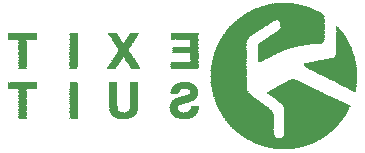
<source format=gbr>
G04 EAGLE Gerber RS-274X export*
G75*
%MOMM*%
%FSLAX34Y34*%
%LPD*%
%INSilkscreen Bottom*%
%IPPOS*%
%AMOC8*
5,1,8,0,0,1.08239X$1,22.5*%
G01*
%ADD10R,0.019000X0.019000*%
%ADD11R,0.038000X0.019000*%
%ADD12R,0.057000X0.019000*%
%ADD13R,0.076000X0.019000*%
%ADD14R,0.095000X0.019000*%
%ADD15R,0.228000X0.019000*%
%ADD16R,0.722000X0.019000*%
%ADD17R,0.209000X0.019000*%
%ADD18R,0.361000X0.019000*%
%ADD19R,0.114000X0.019000*%
%ADD20R,0.380000X0.019000*%
%ADD21R,0.190000X0.019000*%
%ADD22R,0.285000X0.019000*%
%ADD23R,0.152000X0.019000*%
%ADD24R,0.133000X0.019000*%
%ADD25R,0.684000X0.019000*%
%ADD26R,0.304000X0.019000*%
%ADD27R,0.342000X0.019000*%
%ADD28R,1.140000X0.019000*%
%ADD29R,0.779000X0.019000*%
%ADD30R,1.178000X0.019000*%
%ADD31R,0.247000X0.019000*%
%ADD32R,0.171000X0.019000*%
%ADD33R,0.266000X0.019000*%
%ADD34R,0.513000X0.019000*%
%ADD35R,0.437000X0.019000*%
%ADD36R,0.494000X0.019000*%
%ADD37R,0.399000X0.019000*%
%ADD38R,0.589000X0.019000*%
%ADD39R,0.323000X0.019000*%
%ADD40R,0.627000X0.019000*%
%ADD41R,0.969000X0.019000*%
%ADD42R,1.197000X0.019000*%
%ADD43R,0.551000X0.019000*%
%ADD44R,1.026000X0.019000*%
%ADD45R,0.950000X0.019000*%
%ADD46R,0.665000X0.019000*%
%ADD47R,0.703000X0.019000*%
%ADD48R,0.475000X0.019000*%
%ADD49R,1.273000X0.019000*%
%ADD50R,0.931000X0.019000*%
%ADD51R,0.456000X0.019000*%
%ADD52R,0.855000X0.019000*%
%ADD53R,0.608000X0.019000*%
%ADD54R,0.874000X0.019000*%
%ADD55R,1.159000X0.019000*%
%ADD56R,1.254000X0.019000*%
%ADD57R,0.646000X0.019000*%
%ADD58R,0.912000X0.019000*%
%ADD59R,0.532000X0.019000*%
%ADD60R,1.064000X0.019000*%
%ADD61R,0.893000X0.019000*%
%ADD62R,0.817000X0.019000*%
%ADD63R,0.570000X0.019000*%
%ADD64R,0.741000X0.019000*%
%ADD65R,1.102000X0.019000*%
%ADD66R,0.418000X0.019000*%
%ADD67R,1.007000X0.019000*%
%ADD68R,1.482000X0.019000*%
%ADD69R,0.798000X0.019000*%
%ADD70R,0.760000X0.019000*%
%ADD71R,1.045000X0.019000*%
%ADD72R,1.235000X0.019000*%
%ADD73R,1.349000X0.019000*%
%ADD74R,1.083000X0.019000*%
%ADD75R,1.444000X0.019000*%
%ADD76R,1.311000X0.019000*%
%ADD77R,0.988000X0.019000*%
%ADD78R,0.836000X0.019000*%
%ADD79R,1.672000X0.019000*%
%ADD80R,1.121000X0.019000*%
%ADD81R,1.577000X0.019000*%
%ADD82R,1.501000X0.019000*%
%ADD83R,1.216000X0.019000*%
%ADD84R,1.520000X0.019000*%
%ADD85R,1.463000X0.019000*%
%ADD86R,1.387000X0.019000*%
%ADD87R,1.938000X0.019000*%
%ADD88R,1.406000X0.019000*%
%ADD89R,1.330000X0.019000*%
%ADD90R,1.596000X0.019000*%
%ADD91R,1.425000X0.019000*%
%ADD92R,1.995000X0.019000*%
%ADD93R,1.767000X0.019000*%
%ADD94R,1.710000X0.019000*%
%ADD95R,1.653000X0.019000*%
%ADD96R,1.729000X0.019000*%
%ADD97R,1.558000X0.019000*%
%ADD98R,1.368000X0.019000*%
%ADD99R,1.292000X0.019000*%
%ADD100R,2.033000X0.019000*%
%ADD101R,1.748000X0.019000*%
%ADD102R,2.071000X0.019000*%
%ADD103R,1.539000X0.019000*%
%ADD104R,1.691000X0.019000*%
%ADD105R,2.850000X0.019000*%
%ADD106R,2.223000X0.019000*%
%ADD107R,1.843000X0.019000*%
%ADD108R,1.615000X0.019000*%
%ADD109R,1.805000X0.019000*%
%ADD110R,1.976000X0.019000*%
%ADD111R,2.375000X0.019000*%
%ADD112R,1.634000X0.019000*%
%ADD113R,1.862000X0.019000*%
%ADD114R,2.166000X0.019000*%


D10*
X519080Y379810D03*
D11*
X519555Y379810D03*
D12*
X520220Y379810D03*
X520980Y379810D03*
D13*
X521835Y379810D03*
D14*
X522880Y379810D03*
D13*
X523925Y379810D03*
D10*
X524590Y379810D03*
D11*
X525065Y379810D03*
D10*
X525540Y379810D03*
X526110Y379810D03*
D11*
X516895Y380000D03*
D15*
X518415Y380000D03*
D12*
X520030Y380000D03*
D16*
X524115Y380000D03*
D10*
X528010Y380000D03*
D17*
X515850Y380190D03*
D15*
X518225Y380190D03*
D18*
X521360Y380190D03*
D17*
X524400Y380190D03*
D14*
X526110Y380190D03*
X527250Y380190D03*
D17*
X528960Y380190D03*
D19*
X514235Y380380D03*
D11*
X515185Y380380D03*
D13*
X515945Y380380D03*
D14*
X516990Y380380D03*
D12*
X517940Y380380D03*
D20*
X520315Y380380D03*
D21*
X523355Y380380D03*
D22*
X525920Y380380D03*
D23*
X528295Y380380D03*
X530005Y380380D03*
D12*
X531240Y380380D03*
D10*
X531810Y380380D03*
X512240Y380570D03*
D24*
X513190Y380570D03*
D25*
X517465Y380570D03*
D11*
X521265Y380570D03*
D26*
X523165Y380570D03*
D14*
X525350Y380570D03*
D27*
X527725Y380570D03*
D26*
X531145Y380570D03*
D10*
X532950Y380570D03*
D14*
X511860Y380760D03*
D28*
X518225Y380760D03*
D29*
X528010Y380760D03*
D14*
X532570Y380760D03*
D10*
X533330Y380760D03*
X533710Y380760D03*
D12*
X510530Y380950D03*
D15*
X512145Y380950D03*
D21*
X514425Y380950D03*
D30*
X521455Y380950D03*
D23*
X528295Y380950D03*
D31*
X530480Y380950D03*
D22*
X533330Y380950D03*
D14*
X509770Y381140D03*
D27*
X512145Y381140D03*
D15*
X515185Y381140D03*
D13*
X516895Y381140D03*
D23*
X518225Y381140D03*
D19*
X519745Y381140D03*
D22*
X521930Y381140D03*
D26*
X525065Y381140D03*
D32*
X527630Y381140D03*
D21*
X529625Y381140D03*
D17*
X531810Y381140D03*
D33*
X534375Y381140D03*
D10*
X508630Y381330D03*
D12*
X509200Y381330D03*
D34*
X512240Y381330D03*
D35*
X517180Y381330D03*
D19*
X520125Y381330D03*
D32*
X521740Y381330D03*
D31*
X524020Y381330D03*
D11*
X525635Y381330D03*
D34*
X528580Y381330D03*
D36*
X533805Y381330D03*
D10*
X536560Y381330D03*
D37*
X509770Y381520D03*
D11*
X512145Y381520D03*
D38*
X515470Y381520D03*
D18*
X520410Y381520D03*
D15*
X523545Y381520D03*
D39*
X526490Y381520D03*
D24*
X528960Y381520D03*
D31*
X531050Y381520D03*
D32*
X533330Y381520D03*
D24*
X535040Y381520D03*
X536560Y381520D03*
D10*
X537510Y381520D03*
D19*
X507585Y381710D03*
D36*
X510815Y381710D03*
D19*
X514045Y381710D03*
D24*
X515470Y381710D03*
D12*
X516610Y381710D03*
D19*
X517655Y381710D03*
D18*
X520220Y381710D03*
D17*
X523260Y381710D03*
D38*
X527440Y381710D03*
D40*
X533710Y381710D03*
D13*
X537415Y381710D03*
D10*
X538080Y381710D03*
D22*
X507870Y381900D03*
D24*
X510150Y381900D03*
D12*
X511290Y381900D03*
D41*
X516610Y381900D03*
D42*
X527630Y381900D03*
D14*
X534280Y381900D03*
D33*
X536275Y381900D03*
D12*
X538080Y381900D03*
D10*
X538650Y381900D03*
D24*
X506350Y382090D03*
D10*
X507300Y382090D03*
D40*
X510720Y382090D03*
D34*
X516610Y382090D03*
D14*
X519840Y382090D03*
D22*
X521930Y382090D03*
X524970Y382090D03*
D14*
X527060Y382090D03*
D39*
X529340Y382090D03*
D11*
X531335Y382090D03*
D18*
X533520Y382090D03*
D20*
X537415Y382090D03*
D14*
X505400Y382280D03*
D33*
X507395Y382280D03*
D23*
X509675Y382280D03*
D17*
X511670Y382280D03*
D31*
X514140Y382280D03*
D11*
X515755Y382280D03*
D32*
X516990Y382280D03*
D26*
X519555Y382280D03*
D23*
X522025Y382280D03*
D14*
X523450Y382280D03*
D13*
X524495Y382280D03*
D15*
X526205Y382280D03*
D32*
X528390Y382280D03*
D39*
X531050Y382280D03*
D11*
X533045Y382280D03*
D26*
X534945Y382280D03*
D27*
X538365Y382280D03*
D10*
X504450Y382470D03*
D43*
X507490Y382470D03*
D16*
X514045Y382470D03*
D15*
X518985Y382470D03*
D43*
X523070Y382470D03*
D10*
X526110Y382470D03*
D33*
X527725Y382470D03*
D14*
X529720Y382470D03*
D44*
X535515Y382470D03*
D32*
X504640Y382660D03*
D14*
X506160Y382660D03*
D36*
X509295Y382660D03*
X514425Y382660D03*
D32*
X517940Y382660D03*
D45*
X523735Y382660D03*
D46*
X532000Y382660D03*
D14*
X535990Y382660D03*
D32*
X537510Y382660D03*
D22*
X539980Y382660D03*
D21*
X504165Y382850D03*
D17*
X506350Y382850D03*
D21*
X508535Y382850D03*
D22*
X511100Y382850D03*
D19*
X513285Y382850D03*
D34*
X516610Y382850D03*
D22*
X520790Y382850D03*
D19*
X522975Y382850D03*
D47*
X527250Y382850D03*
D26*
X532475Y382850D03*
D11*
X534375Y382850D03*
D31*
X535990Y382850D03*
D11*
X537605Y382850D03*
D39*
X539600Y382850D03*
D11*
X541595Y382850D03*
D24*
X503310Y383040D03*
D48*
X506540Y383040D03*
D15*
X510245Y383040D03*
D26*
X513095Y383040D03*
D11*
X514995Y383040D03*
D26*
X516895Y383040D03*
D17*
X519650Y383040D03*
D11*
X521075Y383040D03*
D12*
X521740Y383040D03*
D33*
X523545Y383040D03*
D17*
X526110Y383040D03*
D49*
X533710Y383040D03*
D15*
X541405Y383040D03*
D40*
X505400Y383230D03*
D34*
X511290Y383230D03*
D37*
X516040Y383230D03*
D17*
X519270Y383230D03*
D33*
X521835Y383230D03*
D48*
X525730Y383230D03*
D21*
X529245Y383230D03*
X531335Y383230D03*
D13*
X532855Y383230D03*
D22*
X534850Y383230D03*
D33*
X537795Y383230D03*
D11*
X539505Y383230D03*
D26*
X541405Y383230D03*
D10*
X501410Y383420D03*
D26*
X503215Y383420D03*
D32*
X505780Y383420D03*
D43*
X509580Y383420D03*
D18*
X514330Y383420D03*
D50*
X520980Y383420D03*
D22*
X527250Y383420D03*
D13*
X529245Y383420D03*
D14*
X530290Y383420D03*
D12*
X531240Y383420D03*
D19*
X532285Y383420D03*
D13*
X533425Y383420D03*
D24*
X534660Y383420D03*
D43*
X538270Y383420D03*
D15*
X542355Y383420D03*
D21*
X501885Y383610D03*
D17*
X504070Y383610D03*
D21*
X506255Y383610D03*
D39*
X509010Y383610D03*
D15*
X511955Y383610D03*
D27*
X514995Y383610D03*
D10*
X516990Y383610D03*
D15*
X518415Y383610D03*
D51*
X522025Y383610D03*
D17*
X525540Y383610D03*
D34*
X529340Y383610D03*
D48*
X534470Y383610D03*
D47*
X540550Y383610D03*
D13*
X501125Y383800D03*
D32*
X502550Y383800D03*
D33*
X504925Y383800D03*
D32*
X507300Y383800D03*
X509200Y383800D03*
D14*
X510720Y383800D03*
D31*
X512620Y383800D03*
D23*
X514805Y383800D03*
D13*
X516135Y383800D03*
D31*
X517940Y383800D03*
D21*
X520315Y383800D03*
D27*
X523165Y383800D03*
D19*
X525635Y383800D03*
D14*
X526870Y383800D03*
D16*
X531145Y383800D03*
D22*
X536370Y383800D03*
D15*
X539125Y383800D03*
D11*
X540645Y383800D03*
D32*
X541880Y383800D03*
D11*
X543115Y383800D03*
D19*
X544065Y383800D03*
D10*
X500080Y383990D03*
D14*
X500840Y383990D03*
D22*
X502930Y383990D03*
D51*
X506825Y383990D03*
D12*
X509580Y383990D03*
D52*
X514330Y383990D03*
D27*
X520505Y383990D03*
D53*
X525445Y383990D03*
D29*
X532570Y383990D03*
D21*
X537605Y383990D03*
D11*
X538935Y383990D03*
D34*
X541880Y383990D03*
D11*
X544825Y383990D03*
D26*
X500935Y384180D03*
D50*
X507300Y384180D03*
D33*
X513475Y384180D03*
D22*
X516420Y384180D03*
D33*
X519365Y384180D03*
D17*
X521930Y384180D03*
D12*
X523450Y384180D03*
D43*
X526680Y384180D03*
D14*
X530100Y384180D03*
D13*
X531145Y384180D03*
D20*
X533615Y384180D03*
D40*
X538840Y384180D03*
D11*
X542355Y384180D03*
D22*
X544160Y384180D03*
D20*
X500935Y384370D03*
D21*
X503975Y384370D03*
D19*
X505685Y384370D03*
D13*
X506825Y384370D03*
D26*
X508915Y384370D03*
D32*
X511480Y384370D03*
D11*
X512715Y384370D03*
D17*
X514140Y384370D03*
D54*
X519745Y384370D03*
D26*
X525825Y384370D03*
D15*
X528675Y384370D03*
X531145Y384370D03*
D12*
X532760Y384370D03*
D11*
X533425Y384370D03*
X533995Y384370D03*
D33*
X535705Y384370D03*
D31*
X538460Y384370D03*
D53*
X542925Y384370D03*
D10*
X498560Y384560D03*
D13*
X499225Y384560D03*
D38*
X502740Y384560D03*
D15*
X507015Y384560D03*
D33*
X509675Y384560D03*
D26*
X512715Y384560D03*
D24*
X515090Y384560D03*
D53*
X518985Y384560D03*
D27*
X523925Y384560D03*
D11*
X526015Y384560D03*
D55*
X532190Y384560D03*
D47*
X541690Y384560D03*
D14*
X545870Y384560D03*
D17*
X499320Y384750D03*
D32*
X501410Y384750D03*
D46*
X505780Y384750D03*
D33*
X510625Y384750D03*
D32*
X513000Y384750D03*
D31*
X515280Y384750D03*
D12*
X516990Y384750D03*
D32*
X518320Y384750D03*
D29*
X523260Y384750D03*
D23*
X528105Y384750D03*
D40*
X532190Y384750D03*
D20*
X537415Y384750D03*
D15*
X540645Y384750D03*
X543115Y384750D03*
D31*
X545680Y384750D03*
D32*
X498560Y384940D03*
X500460Y384940D03*
D31*
X502740Y384940D03*
D10*
X504260Y384940D03*
D34*
X507110Y384940D03*
D29*
X513760Y384940D03*
D11*
X518035Y384940D03*
D23*
X519175Y384940D03*
D10*
X520220Y384940D03*
X520600Y384940D03*
D12*
X521170Y384940D03*
D24*
X522310Y384940D03*
D13*
X523545Y384940D03*
X524495Y384940D03*
D43*
X527820Y384940D03*
D13*
X531145Y384940D03*
D51*
X533995Y384940D03*
D20*
X538365Y384940D03*
D21*
X541405Y384940D03*
D12*
X542830Y384940D03*
D33*
X544635Y384940D03*
D14*
X546630Y384940D03*
D10*
X547390Y384940D03*
D18*
X499130Y385130D03*
X502930Y385130D03*
D17*
X505970Y385130D03*
D26*
X508725Y385130D03*
D51*
X512715Y385130D03*
D56*
X521455Y385130D03*
D12*
X528200Y385130D03*
D13*
X529055Y385130D03*
D39*
X531240Y385130D03*
D18*
X534850Y385130D03*
D11*
X537035Y385130D03*
D23*
X538175Y385130D03*
D32*
X539980Y385130D03*
D11*
X541215Y385130D03*
D21*
X542545Y385130D03*
D37*
X545680Y385130D03*
D10*
X547960Y385130D03*
D46*
X500270Y385320D03*
D33*
X505115Y385320D03*
D23*
X507395Y385320D03*
D48*
X510720Y385320D03*
D57*
X516515Y385320D03*
D15*
X521075Y385320D03*
D19*
X522975Y385320D03*
D17*
X524780Y385320D03*
D12*
X526300Y385320D03*
D51*
X529055Y385320D03*
D14*
X532000Y385320D03*
D24*
X533330Y385320D03*
D13*
X534565Y385320D03*
D58*
X539695Y385320D03*
D14*
X544920Y385320D03*
D31*
X546820Y385320D03*
D32*
X497230Y385510D03*
D12*
X498560Y385510D03*
X499320Y385510D03*
D15*
X500935Y385510D03*
D19*
X502835Y385510D03*
D17*
X504640Y385510D03*
D21*
X506825Y385510D03*
D19*
X508535Y385510D03*
D36*
X511765Y385510D03*
D15*
X515565Y385510D03*
D31*
X518130Y385510D03*
D59*
X522215Y385510D03*
D34*
X527630Y385510D03*
D39*
X532000Y385510D03*
D14*
X534280Y385510D03*
D19*
X535515Y385510D03*
D31*
X537510Y385510D03*
D40*
X542070Y385510D03*
D19*
X545965Y385510D03*
D21*
X547675Y385510D03*
D10*
X496280Y385700D03*
D37*
X498560Y385700D03*
D21*
X501695Y385700D03*
D27*
X504545Y385700D03*
D20*
X508345Y385700D03*
D32*
X511290Y385700D03*
D31*
X513570Y385700D03*
D15*
X516135Y385700D03*
D43*
X520220Y385700D03*
D31*
X524400Y385700D03*
D23*
X526585Y385700D03*
D60*
X532855Y385700D03*
D21*
X539315Y385700D03*
D11*
X540645Y385700D03*
D46*
X544350Y385700D03*
D19*
X548435Y385700D03*
D61*
X500080Y385890D03*
D57*
X507965Y385890D03*
D24*
X512050Y385890D03*
D34*
X515470Y385890D03*
D22*
X519650Y385890D03*
D62*
X525350Y385890D03*
D19*
X530195Y385890D03*
D63*
X533805Y385890D03*
D12*
X537130Y385890D03*
D17*
X538650Y385890D03*
D37*
X541880Y385890D03*
D26*
X545585Y385890D03*
D17*
X548340Y385890D03*
D21*
X496375Y386080D03*
D12*
X497800Y386080D03*
D26*
X499795Y386080D03*
D32*
X502360Y386080D03*
D40*
X506540Y386080D03*
D21*
X510815Y386080D03*
D24*
X512620Y386080D03*
D33*
X514805Y386080D03*
D22*
X517750Y386080D03*
D19*
X519935Y386080D03*
D23*
X521455Y386080D03*
D43*
X525160Y386080D03*
D13*
X528485Y386080D03*
D18*
X530860Y386080D03*
D33*
X534185Y386080D03*
D53*
X538745Y386080D03*
D13*
X542355Y386080D03*
D11*
X543115Y386080D03*
D21*
X544445Y386080D03*
D22*
X547010Y386080D03*
D12*
X548910Y386080D03*
D11*
X549575Y386080D03*
D37*
X497040Y386270D03*
D19*
X499795Y386270D03*
D34*
X503120Y386270D03*
D32*
X506730Y386270D03*
D13*
X508155Y386270D03*
D16*
X512335Y386270D03*
D38*
X519080Y386270D03*
D23*
X522975Y386270D03*
D11*
X524115Y386270D03*
X524685Y386270D03*
D18*
X526870Y386270D03*
X530670Y386270D03*
D23*
X533425Y386270D03*
D17*
X535420Y386270D03*
D38*
X539600Y386270D03*
D18*
X544540Y386270D03*
D27*
X548245Y386270D03*
D10*
X550240Y386270D03*
D32*
X495330Y386460D03*
D14*
X496850Y386460D03*
D17*
X498560Y386460D03*
X500840Y386460D03*
D12*
X502360Y386460D03*
D23*
X503595Y386460D03*
D51*
X506825Y386460D03*
D19*
X509865Y386460D03*
D18*
X512430Y386460D03*
D15*
X515565Y386460D03*
D21*
X517845Y386460D03*
D37*
X520980Y386460D03*
D15*
X524305Y386460D03*
D51*
X527915Y386460D03*
D11*
X530575Y386460D03*
D37*
X532950Y386460D03*
D53*
X538175Y386460D03*
D27*
X543115Y386460D03*
D26*
X546535Y386460D03*
D17*
X549290Y386460D03*
D10*
X494190Y386650D03*
D57*
X497705Y386650D03*
D22*
X502550Y386650D03*
D14*
X504640Y386650D03*
X505780Y386650D03*
D11*
X506635Y386650D03*
D59*
X509675Y386650D03*
D17*
X513570Y386650D03*
D12*
X515090Y386650D03*
D21*
X516515Y386650D03*
D15*
X518795Y386650D03*
D38*
X523070Y386650D03*
D11*
X526395Y386650D03*
D10*
X526870Y386650D03*
X527250Y386650D03*
D37*
X529530Y386650D03*
D32*
X532570Y386650D03*
D27*
X535325Y386650D03*
D24*
X537890Y386650D03*
D11*
X538935Y386650D03*
D64*
X543020Y386650D03*
D37*
X548910Y386650D03*
D21*
X494665Y386840D03*
D55*
X501600Y386840D03*
D13*
X507965Y386840D03*
D26*
X510055Y386840D03*
D23*
X512525Y386840D03*
D36*
X515945Y386840D03*
D15*
X519745Y386840D03*
D65*
X526585Y386840D03*
D38*
X535230Y386840D03*
D32*
X539220Y386840D03*
D26*
X541785Y386840D03*
D14*
X543970Y386840D03*
D46*
X547960Y386840D03*
D20*
X495235Y387030D03*
D32*
X498180Y387030D03*
D66*
X501315Y387030D03*
D29*
X507490Y387030D03*
D67*
X516610Y387030D03*
D31*
X523070Y387030D03*
D54*
X528865Y387030D03*
D14*
X533900Y387030D03*
X535040Y387030D03*
D12*
X535990Y387030D03*
D27*
X538175Y387030D03*
D66*
X542165Y387030D03*
D26*
X545965Y387030D03*
D10*
X547770Y387030D03*
D23*
X548815Y387030D03*
D21*
X550715Y387030D03*
D11*
X493335Y387220D03*
X493905Y387220D03*
D14*
X494760Y387220D03*
D34*
X497990Y387220D03*
D39*
X502360Y387220D03*
D63*
X507015Y387220D03*
D31*
X511290Y387220D03*
D24*
X513380Y387220D03*
D39*
X515850Y387220D03*
D21*
X518605Y387220D03*
D22*
X521170Y387220D03*
D15*
X523925Y387220D03*
D39*
X526870Y387220D03*
D14*
X529150Y387220D03*
D10*
X529910Y387220D03*
D46*
X533520Y387220D03*
D20*
X538935Y387220D03*
D14*
X541500Y387220D03*
X542640Y387220D03*
D15*
X544445Y387220D03*
D12*
X546060Y387220D03*
D20*
X548435Y387220D03*
D24*
X551190Y387220D03*
D27*
X494475Y387410D03*
D24*
X497040Y387410D03*
D13*
X498275Y387410D03*
D14*
X499320Y387410D03*
D31*
X501220Y387410D03*
X503880Y387410D03*
D13*
X505685Y387410D03*
D23*
X507015Y387410D03*
D14*
X508440Y387410D03*
D19*
X509675Y387410D03*
D22*
X511860Y387410D03*
X514900Y387410D03*
D11*
X516705Y387410D03*
D22*
X518510Y387410D03*
X521550Y387410D03*
D27*
X524875Y387410D03*
D15*
X527915Y387410D03*
X530385Y387410D03*
X532855Y387410D03*
D18*
X535990Y387410D03*
D39*
X539600Y387410D03*
D14*
X541880Y387410D03*
D46*
X545870Y387410D03*
D23*
X550145Y387410D03*
D19*
X551665Y387410D03*
D45*
X497325Y387600D03*
D16*
X505875Y387600D03*
D24*
X510340Y387600D03*
D66*
X513285Y387600D03*
D11*
X515755Y387600D03*
D15*
X517275Y387600D03*
D31*
X519840Y387600D03*
D19*
X521835Y387600D03*
X523165Y387600D03*
D15*
X525065Y387600D03*
D21*
X527345Y387600D03*
D17*
X529530Y387600D03*
D32*
X531620Y387600D03*
D12*
X532950Y387600D03*
D59*
X536085Y387600D03*
D16*
X542545Y387600D03*
D31*
X547580Y387600D03*
D18*
X550810Y387600D03*
D19*
X492765Y387790D03*
D36*
X495995Y387790D03*
D39*
X500270Y387790D03*
D48*
X504450Y387790D03*
D11*
X507205Y387790D03*
D51*
X509865Y387790D03*
D22*
X513760Y387790D03*
D20*
X517275Y387790D03*
D43*
X522120Y387790D03*
D13*
X525445Y387790D03*
D23*
X526775Y387790D03*
D27*
X529435Y387790D03*
D40*
X534470Y387790D03*
D21*
X538745Y387790D03*
D51*
X542165Y387790D03*
D63*
X547485Y387790D03*
D31*
X551760Y387790D03*
D39*
X493240Y387980D03*
D19*
X495615Y387980D03*
D13*
X496755Y387980D03*
D15*
X498465Y387980D03*
D13*
X500175Y387980D03*
X501125Y387980D03*
D32*
X502550Y387980D03*
D19*
X504165Y387980D03*
D14*
X505400Y387980D03*
D22*
X507490Y387980D03*
D63*
X511955Y387980D03*
D39*
X516610Y387980D03*
D18*
X520220Y387980D03*
D64*
X525920Y387980D03*
D59*
X532475Y387980D03*
D19*
X535895Y387980D03*
D32*
X537510Y387980D03*
X539410Y387980D03*
D48*
X542830Y387980D03*
D32*
X546250Y387980D03*
D51*
X549575Y387980D03*
D19*
X552615Y387980D03*
D20*
X493335Y388170D03*
D17*
X496470Y388170D03*
D53*
X500745Y388170D03*
D29*
X507870Y388170D03*
D19*
X512525Y388170D03*
D68*
X520695Y388170D03*
D16*
X531905Y388170D03*
D10*
X535800Y388170D03*
D51*
X538365Y388170D03*
D14*
X541310Y388170D03*
X542450Y388170D03*
D33*
X544445Y388170D03*
D23*
X546725Y388170D03*
D12*
X547960Y388170D03*
D19*
X549005Y388170D03*
D23*
X550525Y388170D03*
D13*
X551855Y388170D03*
D19*
X552995Y388170D03*
D14*
X491720Y388360D03*
D13*
X492765Y388360D03*
X493715Y388360D03*
D38*
X497230Y388360D03*
D15*
X501505Y388360D03*
X503975Y388360D03*
D39*
X506920Y388360D03*
D21*
X509675Y388360D03*
X511765Y388360D03*
D32*
X513760Y388360D03*
D39*
X516420Y388360D03*
D26*
X519745Y388360D03*
D19*
X522025Y388360D03*
X523355Y388360D03*
D12*
X524400Y388360D03*
D13*
X525255Y388360D03*
D19*
X526395Y388360D03*
D17*
X528200Y388360D03*
D22*
X530860Y388360D03*
D12*
X532760Y388360D03*
X533520Y388360D03*
X534280Y388360D03*
D31*
X535990Y388360D03*
D40*
X540550Y388360D03*
D10*
X543970Y388360D03*
D48*
X546630Y388360D03*
D32*
X550050Y388360D03*
D22*
X552520Y388360D03*
D37*
X492860Y388550D03*
D35*
X497230Y388550D03*
D16*
X503215Y388550D03*
D12*
X507300Y388550D03*
D11*
X507965Y388550D03*
D17*
X509390Y388550D03*
D13*
X511005Y388550D03*
D33*
X512905Y388550D03*
D31*
X515660Y388550D03*
D10*
X517180Y388550D03*
D12*
X520790Y388550D03*
D34*
X523830Y388550D03*
D66*
X528675Y388550D03*
D14*
X531430Y388550D03*
D64*
X535800Y388550D03*
D12*
X539980Y388550D03*
D19*
X541025Y388550D03*
D13*
X542165Y388550D03*
D30*
X548625Y388550D03*
D24*
X491150Y388740D03*
D14*
X492480Y388740D03*
D33*
X494475Y388740D03*
D14*
X496470Y388740D03*
D23*
X497895Y388740D03*
D15*
X499985Y388740D03*
D11*
X501505Y388740D03*
D33*
X503215Y388740D03*
D48*
X507110Y388740D03*
D25*
X513095Y388740D03*
D33*
X522025Y388740D03*
D35*
X525730Y388740D03*
D13*
X528485Y388740D03*
D69*
X533045Y388740D03*
D70*
X541025Y388740D03*
D12*
X545300Y388740D03*
D24*
X546440Y388740D03*
D16*
X550905Y388740D03*
D64*
X493810Y388930D03*
D63*
X500555Y388930D03*
D17*
X504640Y388930D03*
D53*
X508915Y388930D03*
D37*
X514140Y388930D03*
D71*
X526300Y388930D03*
D27*
X533425Y388930D03*
D11*
X535515Y388930D03*
D34*
X538460Y388930D03*
D19*
X541785Y388930D03*
D20*
X544445Y388930D03*
D46*
X549860Y388930D03*
D23*
X554135Y388930D03*
D12*
X490200Y389120D03*
D18*
X492480Y389120D03*
D17*
X495520Y389120D03*
D33*
X498085Y389120D03*
D26*
X501125Y389120D03*
D18*
X504640Y389120D03*
X508440Y389120D03*
D39*
X512050Y389120D03*
D11*
X514045Y389120D03*
D24*
X515090Y389120D03*
D14*
X521740Y389120D03*
D23*
X523165Y389120D03*
D12*
X524400Y389120D03*
D13*
X525255Y389120D03*
D24*
X526490Y389120D03*
D39*
X528960Y389120D03*
D21*
X531715Y389120D03*
D13*
X533235Y389120D03*
X534185Y389120D03*
D27*
X536465Y389120D03*
D13*
X538745Y389120D03*
X539695Y389120D03*
D39*
X541880Y389120D03*
D37*
X545680Y389120D03*
D11*
X548055Y389120D03*
X548625Y389120D03*
D13*
X549385Y389120D03*
X550335Y389120D03*
D21*
X551855Y389120D03*
D23*
X553755Y389120D03*
D11*
X554895Y389120D03*
D39*
X491150Y389310D03*
D14*
X493430Y389310D03*
D24*
X494760Y389310D03*
D22*
X497040Y389310D03*
D43*
X501410Y389310D03*
D26*
X505875Y389310D03*
D32*
X508440Y389310D03*
D18*
X511290Y389310D03*
D15*
X514425Y389310D03*
D11*
X521835Y389310D03*
D46*
X525540Y389310D03*
D13*
X529435Y389310D03*
D25*
X533425Y389310D03*
D21*
X537985Y389310D03*
D72*
X545300Y389310D03*
D11*
X551855Y389310D03*
X552425Y389310D03*
D23*
X553565Y389310D03*
D19*
X555085Y389310D03*
D32*
X490200Y389500D03*
D11*
X491435Y389500D03*
D35*
X494000Y389500D03*
D37*
X498370Y389500D03*
D36*
X503025Y389500D03*
D39*
X507300Y389500D03*
D17*
X510150Y389500D03*
D11*
X511575Y389500D03*
D27*
X513665Y389500D03*
D24*
X522310Y389500D03*
D15*
X524305Y389500D03*
D31*
X526870Y389500D03*
D17*
X529340Y389500D03*
D64*
X534280Y389500D03*
D20*
X540075Y389500D03*
D39*
X543780Y389500D03*
D36*
X548055Y389500D03*
D48*
X553090Y389500D03*
D10*
X555750Y389500D03*
D12*
X489250Y389690D03*
D11*
X489915Y389690D03*
D51*
X492575Y389690D03*
D17*
X496090Y389690D03*
D21*
X498275Y389690D03*
D24*
X500080Y389690D03*
D10*
X501030Y389690D03*
D19*
X501885Y389690D03*
D13*
X503025Y389690D03*
D19*
X504165Y389690D03*
D24*
X505590Y389690D03*
D23*
X507205Y389690D03*
D25*
X511575Y389690D03*
D32*
X522690Y389690D03*
D31*
X524970Y389690D03*
D11*
X526585Y389690D03*
D51*
X529245Y389690D03*
D11*
X531905Y389690D03*
D21*
X533235Y389690D03*
D14*
X534850Y389690D03*
D29*
X539410Y389690D03*
D13*
X543875Y389690D03*
D11*
X544635Y389690D03*
D14*
X545490Y389690D03*
D27*
X547865Y389690D03*
D57*
X552995Y389690D03*
D73*
X495330Y389880D03*
D52*
X506540Y389880D03*
D21*
X511955Y389880D03*
D12*
X513380Y389880D03*
D19*
X514425Y389880D03*
D31*
X523260Y389880D03*
D26*
X526205Y389880D03*
D63*
X530765Y389880D03*
D22*
X535230Y389880D03*
D12*
X537130Y389880D03*
D15*
X538745Y389880D03*
D14*
X540550Y389880D03*
D11*
X541405Y389880D03*
D59*
X544445Y389880D03*
D32*
X548150Y389880D03*
D66*
X551285Y389880D03*
D31*
X554800Y389880D03*
D10*
X556320Y389880D03*
D11*
X488585Y390070D03*
X489155Y390070D03*
D22*
X490960Y390070D03*
D10*
X492670Y390070D03*
D14*
X493430Y390070D03*
D40*
X497230Y390070D03*
D62*
X504640Y390070D03*
D23*
X509675Y390070D03*
D66*
X512715Y390070D03*
D13*
X522595Y390070D03*
D17*
X524210Y390070D03*
D39*
X527060Y390070D03*
D37*
X530860Y390070D03*
D21*
X533995Y390070D03*
D29*
X539030Y390070D03*
D18*
X544920Y390070D03*
D14*
X547390Y390070D03*
D12*
X548340Y390070D03*
D63*
X551665Y390070D03*
D12*
X554990Y390070D03*
D24*
X556130Y390070D03*
D34*
X490770Y390260D03*
D14*
X494000Y390260D03*
D24*
X495330Y390260D03*
D32*
X497040Y390260D03*
D10*
X498180Y390260D03*
D11*
X498655Y390260D03*
D37*
X501030Y390260D03*
D33*
X504545Y390260D03*
D14*
X506540Y390260D03*
D43*
X509960Y390260D03*
D32*
X513760Y390260D03*
D70*
X526015Y390260D03*
D14*
X530480Y390260D03*
D15*
X532285Y390260D03*
D22*
X535040Y390260D03*
D23*
X537415Y390260D03*
D12*
X538650Y390260D03*
D23*
X539885Y390260D03*
D39*
X542450Y390260D03*
D40*
X547390Y390260D03*
D12*
X551000Y390260D03*
D14*
X551950Y390260D03*
D23*
X553375Y390260D03*
D31*
X555560Y390260D03*
D27*
X489535Y390450D03*
D34*
X494000Y390450D03*
D12*
X497040Y390450D03*
D21*
X498465Y390450D03*
D24*
X500270Y390450D03*
D26*
X502645Y390450D03*
D11*
X504545Y390450D03*
D33*
X506255Y390450D03*
D23*
X508535Y390450D03*
D13*
X509865Y390450D03*
D23*
X511195Y390450D03*
D15*
X513285Y390450D03*
D14*
X522880Y390450D03*
D22*
X524970Y390450D03*
D14*
X527060Y390450D03*
D23*
X528485Y390450D03*
D21*
X530385Y390450D03*
D62*
X535610Y390450D03*
D31*
X541120Y390450D03*
D33*
X543875Y390450D03*
D57*
X548625Y390450D03*
D19*
X552615Y390450D03*
D20*
X555275Y390450D03*
D33*
X488965Y390640D03*
D11*
X490675Y390640D03*
D13*
X491435Y390640D03*
D20*
X493905Y390640D03*
D57*
X499225Y390640D03*
D19*
X503215Y390640D03*
D70*
X507775Y390640D03*
D33*
X513095Y390640D03*
D18*
X524210Y390640D03*
D35*
X528390Y390640D03*
D34*
X533330Y390640D03*
D64*
X539790Y390640D03*
D15*
X544825Y390640D03*
D19*
X546725Y390640D03*
D15*
X548625Y390640D03*
D40*
X553090Y390640D03*
D19*
X556985Y390640D03*
D62*
X491340Y390830D03*
D46*
X498940Y390830D03*
D51*
X504735Y390830D03*
D19*
X507775Y390830D03*
D23*
X509295Y390830D03*
D39*
X511860Y390830D03*
D12*
X513950Y390830D03*
D32*
X523450Y390830D03*
D22*
X525920Y390830D03*
D59*
X530195Y390830D03*
D32*
X533900Y390830D03*
D13*
X535325Y390830D03*
D17*
X536940Y390830D03*
D24*
X538840Y390830D03*
D32*
X540550Y390830D03*
D27*
X543305Y390830D03*
D32*
X546060Y390830D03*
D27*
X548815Y390830D03*
D16*
X554325Y390830D03*
D31*
X488110Y391020D03*
D20*
X491435Y391020D03*
D14*
X494000Y391020D03*
D74*
X500080Y391020D03*
D39*
X507300Y391020D03*
D27*
X510815Y391020D03*
D23*
X513475Y391020D03*
D15*
X523735Y391020D03*
D13*
X525445Y391020D03*
D22*
X527440Y391020D03*
D41*
X533900Y391020D03*
D59*
X541595Y391020D03*
D51*
X546725Y391020D03*
D31*
X550430Y391020D03*
D18*
X553660Y391020D03*
D21*
X556605Y391020D03*
D10*
X557840Y391020D03*
X486780Y391210D03*
D24*
X487730Y391210D03*
D10*
X488680Y391210D03*
D14*
X489440Y391210D03*
D33*
X491435Y391210D03*
D20*
X494855Y391210D03*
D32*
X497800Y391210D03*
D14*
X499320Y391210D03*
D11*
X500175Y391210D03*
D14*
X501030Y391210D03*
D23*
X502455Y391210D03*
D31*
X504640Y391210D03*
D23*
X506825Y391210D03*
D40*
X510910Y391210D03*
D11*
X522975Y391210D03*
D36*
X525825Y391210D03*
D27*
X530195Y391210D03*
D32*
X532950Y391210D03*
D11*
X534185Y391210D03*
D31*
X535800Y391210D03*
D27*
X538935Y391210D03*
D14*
X541310Y391210D03*
D11*
X542165Y391210D03*
D12*
X542830Y391210D03*
D48*
X545680Y391210D03*
D24*
X548910Y391210D03*
D39*
X551380Y391210D03*
D14*
X553660Y391210D03*
D11*
X554515Y391210D03*
D19*
X555465Y391210D03*
D13*
X556605Y391210D03*
D19*
X557745Y391210D03*
D23*
X487255Y391400D03*
D38*
X491150Y391400D03*
D19*
X494855Y391400D03*
D17*
X496660Y391400D03*
D23*
X498655Y391400D03*
X500365Y391400D03*
D22*
X502740Y391400D03*
D12*
X504640Y391400D03*
D35*
X507300Y391400D03*
D32*
X510530Y391400D03*
D31*
X512810Y391400D03*
D33*
X524115Y391400D03*
D37*
X527630Y391400D03*
D11*
X530005Y391400D03*
X530575Y391400D03*
D12*
X531240Y391400D03*
D13*
X532095Y391400D03*
X533045Y391400D03*
D32*
X534470Y391400D03*
D19*
X536085Y391400D03*
D54*
X541215Y391400D03*
D22*
X547200Y391400D03*
D31*
X550050Y391400D03*
D19*
X552045Y391400D03*
D38*
X555750Y391400D03*
D48*
X488680Y391590D03*
D14*
X491720Y391590D03*
D75*
X499605Y391590D03*
D40*
X510150Y391590D03*
D11*
X513665Y391590D03*
D32*
X523640Y391590D03*
D31*
X525920Y391590D03*
D76*
X533900Y391590D03*
D16*
X544255Y391590D03*
D63*
X550905Y391590D03*
D36*
X556415Y391590D03*
D32*
X486780Y391780D03*
D52*
X492100Y391780D03*
D38*
X499510Y391780D03*
D11*
X502835Y391780D03*
D37*
X505210Y391780D03*
D39*
X509010Y391780D03*
D11*
X511005Y391780D03*
D13*
X511765Y391780D03*
D23*
X513095Y391780D03*
D36*
X525255Y391780D03*
D11*
X528105Y391780D03*
D70*
X532285Y391780D03*
D32*
X537130Y391780D03*
X539030Y391780D03*
D24*
X540740Y391780D03*
D34*
X544160Y391780D03*
D31*
X548150Y391780D03*
D13*
X549955Y391780D03*
D69*
X554515Y391780D03*
D12*
X558980Y391780D03*
D22*
X487160Y391970D03*
D19*
X489345Y391970D03*
D32*
X490960Y391970D03*
D13*
X492385Y391970D03*
D12*
X493240Y391970D03*
D36*
X496185Y391970D03*
D25*
X502265Y391970D03*
D15*
X507015Y391970D03*
D11*
X508535Y391970D03*
D19*
X509485Y391970D03*
D15*
X511385Y391970D03*
D19*
X513285Y391970D03*
D12*
X523070Y391970D03*
X523830Y391970D03*
D15*
X525445Y391970D03*
D16*
X530385Y391970D03*
D12*
X534470Y391970D03*
D27*
X536655Y391970D03*
D48*
X540930Y391970D03*
D12*
X543780Y391970D03*
X544540Y391970D03*
D11*
X545205Y391970D03*
D23*
X546345Y391970D03*
D18*
X549100Y391970D03*
D13*
X551475Y391970D03*
D15*
X553185Y391970D03*
D24*
X555180Y391970D03*
D12*
X556320Y391970D03*
X557080Y391970D03*
D24*
X558220Y391970D03*
D10*
X559170Y391970D03*
D23*
X486305Y392160D03*
D62*
X491340Y392160D03*
D23*
X496375Y392160D03*
D19*
X497895Y392160D03*
D14*
X499130Y392160D03*
D12*
X500080Y392160D03*
D24*
X501220Y392160D03*
D32*
X502930Y392160D03*
D12*
X504260Y392160D03*
D51*
X507015Y392160D03*
D35*
X511670Y392160D03*
D15*
X524305Y392160D03*
D12*
X525920Y392160D03*
D26*
X527915Y392160D03*
D21*
X530575Y392160D03*
D32*
X532570Y392160D03*
D66*
X535705Y392160D03*
D19*
X538555Y392160D03*
D18*
X541120Y392160D03*
D43*
X545870Y392160D03*
D25*
X552235Y392160D03*
D20*
X557745Y392160D03*
D12*
X485640Y392350D03*
X486400Y392350D03*
D22*
X488300Y392350D03*
D21*
X490865Y392350D03*
D33*
X493335Y392350D03*
D11*
X495045Y392350D03*
D23*
X496185Y392350D03*
D37*
X499130Y392350D03*
D66*
X503405Y392350D03*
D13*
X506065Y392350D03*
D23*
X507395Y392350D03*
D18*
X510150Y392350D03*
D23*
X512905Y392350D03*
D16*
X526585Y392350D03*
D14*
X530860Y392350D03*
D24*
X532190Y392350D03*
D37*
X535040Y392350D03*
D33*
X538555Y392350D03*
D19*
X540645Y392350D03*
D14*
X541880Y392350D03*
D20*
X544445Y392350D03*
D57*
X549765Y392350D03*
D11*
X553375Y392350D03*
D23*
X554515Y392350D03*
D26*
X556985Y392350D03*
D19*
X559265Y392350D03*
D39*
X486590Y392540D03*
D31*
X489630Y392540D03*
D32*
X491910Y392540D03*
D39*
X494570Y392540D03*
D23*
X497135Y392540D03*
D27*
X499795Y392540D03*
D43*
X504450Y392540D03*
D40*
X510530Y392540D03*
D34*
X525540Y392540D03*
D13*
X528675Y392540D03*
D26*
X530765Y392540D03*
D39*
X534090Y392540D03*
D32*
X536750Y392540D03*
D14*
X538270Y392540D03*
D32*
X539790Y392540D03*
D66*
X542925Y392540D03*
D32*
X546060Y392540D03*
D19*
X547675Y392540D03*
D21*
X549385Y392540D03*
D18*
X552330Y392540D03*
D38*
X557270Y392540D03*
D43*
X487540Y392730D03*
D13*
X490865Y392730D03*
D17*
X492480Y392730D03*
D51*
X495995Y392730D03*
D32*
X499320Y392730D03*
D33*
X501695Y392730D03*
D25*
X506635Y392730D03*
D12*
X510530Y392730D03*
D11*
X511195Y392730D03*
D17*
X512620Y392730D03*
D31*
X524210Y392730D03*
D32*
X526490Y392730D03*
D39*
X529150Y392730D03*
D20*
X532855Y392730D03*
D29*
X538840Y392730D03*
D46*
X546250Y392730D03*
D48*
X552140Y392730D03*
D14*
X555180Y392730D03*
D13*
X556225Y392730D03*
D19*
X557365Y392730D03*
D17*
X559170Y392730D03*
D26*
X485925Y392920D03*
D32*
X488490Y392920D03*
D76*
X496090Y392920D03*
D77*
X507775Y392920D03*
D13*
X513285Y392920D03*
X523545Y392920D03*
D11*
X524305Y392920D03*
X524875Y392920D03*
D32*
X526110Y392920D03*
D40*
X530290Y392920D03*
D12*
X533900Y392920D03*
D31*
X535610Y392920D03*
D48*
X539410Y392920D03*
D31*
X543210Y392920D03*
D26*
X546155Y392920D03*
D24*
X548530Y392920D03*
D31*
X550620Y392920D03*
D13*
X552425Y392920D03*
D35*
X555180Y392920D03*
D21*
X558505Y392920D03*
D14*
X560120Y392920D03*
D17*
X485260Y393110D03*
D43*
X489250Y393110D03*
D15*
X493335Y393110D03*
D34*
X497230Y393110D03*
D15*
X501125Y393110D03*
X503595Y393110D03*
D12*
X505210Y393110D03*
X505970Y393110D03*
D11*
X506635Y393110D03*
D17*
X508060Y393110D03*
D35*
X511480Y393110D03*
D38*
X525920Y393110D03*
D12*
X529340Y393110D03*
D31*
X531050Y393110D03*
D66*
X534565Y393110D03*
D64*
X540550Y393110D03*
D23*
X545205Y393110D03*
D36*
X548625Y393110D03*
D11*
X551475Y393110D03*
D78*
X556035Y393110D03*
D12*
X560690Y393110D03*
D13*
X484405Y393300D03*
X485355Y393300D03*
D19*
X486495Y393300D03*
D14*
X487730Y393300D03*
D12*
X488680Y393300D03*
D18*
X490960Y393300D03*
D15*
X494095Y393300D03*
D13*
X495805Y393300D03*
D14*
X496850Y393300D03*
D12*
X497800Y393300D03*
D19*
X498845Y393300D03*
D21*
X500555Y393300D03*
D31*
X502930Y393300D03*
D39*
X505970Y393300D03*
D11*
X507965Y393300D03*
D24*
X509010Y393300D03*
D18*
X511670Y393300D03*
D12*
X523450Y393300D03*
D22*
X525350Y393300D03*
D18*
X528770Y393300D03*
D64*
X534470Y393300D03*
D24*
X539030Y393300D03*
D11*
X540075Y393300D03*
D12*
X540740Y393300D03*
D19*
X541785Y393300D03*
X543115Y393300D03*
D27*
X545585Y393300D03*
D46*
X550810Y393300D03*
D48*
X556700Y393300D03*
D32*
X560120Y393300D03*
D40*
X486780Y393490D03*
D27*
X491815Y393490D03*
D21*
X494665Y393490D03*
D79*
X504165Y393490D03*
D14*
X513190Y393490D03*
D27*
X524685Y393490D03*
D32*
X527440Y393490D03*
D25*
X531905Y393490D03*
D12*
X535800Y393490D03*
D22*
X537700Y393490D03*
D47*
X542830Y393490D03*
D15*
X547675Y393490D03*
D19*
X549575Y393490D03*
D17*
X551380Y393490D03*
D14*
X553090Y393490D03*
D21*
X554705Y393490D03*
D43*
X558600Y393490D03*
D10*
X483550Y393680D03*
D25*
X487255Y393680D03*
D11*
X491055Y393680D03*
D43*
X494190Y393680D03*
D32*
X497990Y393680D03*
D48*
X501410Y393680D03*
D36*
X506445Y393680D03*
D21*
X510055Y393680D03*
D13*
X511575Y393680D03*
D23*
X512905Y393680D03*
D10*
X523260Y393680D03*
D21*
X524495Y393680D03*
D12*
X525920Y393680D03*
D23*
X527155Y393680D03*
D17*
X529150Y393680D03*
D14*
X530860Y393680D03*
D11*
X531715Y393680D03*
D14*
X532570Y393680D03*
D11*
X533425Y393680D03*
D20*
X535705Y393680D03*
D14*
X538270Y393680D03*
D33*
X540265Y393680D03*
D24*
X542450Y393680D03*
D23*
X544065Y393680D03*
D11*
X545205Y393680D03*
D24*
X546250Y393680D03*
D69*
X551095Y393680D03*
D17*
X556320Y393680D03*
D12*
X557840Y393680D03*
D33*
X559645Y393680D03*
D11*
X561355Y393680D03*
D24*
X483930Y393870D03*
D62*
X488870Y393870D03*
D23*
X493905Y393870D03*
D63*
X497705Y393870D03*
D11*
X500935Y393870D03*
D15*
X502455Y393870D03*
D19*
X504355Y393870D03*
X505685Y393870D03*
D35*
X508630Y393870D03*
D31*
X512240Y393870D03*
D55*
X528770Y393870D03*
D11*
X534945Y393870D03*
D21*
X536275Y393870D03*
D80*
X543020Y393870D03*
D19*
X549385Y393870D03*
D26*
X551665Y393870D03*
D27*
X555085Y393870D03*
D32*
X557840Y393870D03*
D14*
X559360Y393870D03*
D32*
X560880Y393870D03*
D11*
X483265Y394060D03*
D17*
X484690Y394060D03*
D13*
X486305Y394060D03*
D14*
X487350Y394060D03*
D32*
X488870Y394060D03*
D15*
X491055Y394060D03*
D35*
X494570Y394060D03*
D14*
X497420Y394060D03*
D18*
X499890Y394060D03*
D13*
X502265Y394060D03*
D22*
X504260Y394060D03*
D24*
X506540Y394060D03*
D22*
X508820Y394060D03*
D39*
X512050Y394060D03*
D23*
X523925Y394060D03*
D35*
X527060Y394060D03*
D27*
X531145Y394060D03*
D80*
X538650Y394060D03*
D20*
X546345Y394060D03*
D26*
X549955Y394060D03*
D11*
X551855Y394060D03*
D36*
X554705Y394060D03*
D26*
X558885Y394060D03*
D24*
X561260Y394060D03*
D43*
X485640Y394250D03*
D11*
X488775Y394250D03*
D36*
X491625Y394250D03*
D24*
X494950Y394250D03*
D22*
X497230Y394250D03*
D13*
X499225Y394250D03*
D25*
X503215Y394250D03*
D14*
X507300Y394250D03*
D12*
X508250Y394250D03*
D33*
X510055Y394250D03*
D17*
X512620Y394250D03*
D10*
X523070Y394250D03*
D32*
X524210Y394250D03*
D17*
X526300Y394250D03*
D18*
X529340Y394250D03*
D25*
X534755Y394250D03*
D21*
X539315Y394250D03*
D11*
X540645Y394250D03*
D32*
X541880Y394250D03*
D39*
X544540Y394250D03*
D35*
X548530Y394250D03*
D22*
X552330Y394250D03*
D34*
X556510Y394250D03*
D22*
X560690Y394250D03*
X483930Y394440D03*
D13*
X485925Y394440D03*
D14*
X486970Y394440D03*
D53*
X490675Y394440D03*
D23*
X494665Y394440D03*
D70*
X499415Y394440D03*
D40*
X506540Y394440D03*
D22*
X511290Y394440D03*
D12*
X513190Y394440D03*
D19*
X523735Y394440D03*
D38*
X527440Y394440D03*
D40*
X533710Y394440D03*
D22*
X538460Y394440D03*
D23*
X540835Y394440D03*
D12*
X542070Y394440D03*
D19*
X543115Y394440D03*
D14*
X544350Y394440D03*
D13*
X545395Y394440D03*
D17*
X547010Y394440D03*
D24*
X548910Y394440D03*
D59*
X552425Y394440D03*
D14*
X555750Y394440D03*
D32*
X557270Y394440D03*
D33*
X559645Y394440D03*
D24*
X561830Y394440D03*
D58*
X486875Y394630D03*
D23*
X492385Y394630D03*
D39*
X494950Y394630D03*
D14*
X497230Y394630D03*
D81*
X505780Y394630D03*
D27*
X524875Y394630D03*
D23*
X527535Y394630D03*
D12*
X528770Y394630D03*
D14*
X529720Y394630D03*
D37*
X532380Y394630D03*
D17*
X535610Y394630D03*
D19*
X537415Y394630D03*
X538745Y394630D03*
D62*
X543590Y394630D03*
D43*
X550620Y394630D03*
D24*
X554230Y394630D03*
D14*
X555560Y394630D03*
D23*
X556985Y394630D03*
D37*
X559930Y394630D03*
D12*
X562400Y394630D03*
X482410Y394820D03*
D23*
X483645Y394820D03*
D12*
X484880Y394820D03*
D35*
X487540Y394820D03*
D12*
X490200Y394820D03*
D24*
X491340Y394820D03*
D40*
X495330Y394820D03*
D21*
X499605Y394820D03*
D24*
X501410Y394820D03*
D12*
X502550Y394820D03*
D23*
X503785Y394820D03*
D10*
X504830Y394820D03*
D13*
X505495Y394820D03*
D39*
X507680Y394820D03*
D14*
X509960Y394820D03*
D23*
X511385Y394820D03*
D24*
X513000Y394820D03*
D37*
X525160Y394820D03*
D20*
X529245Y394820D03*
D13*
X531715Y394820D03*
D11*
X532475Y394820D03*
D19*
X533425Y394820D03*
X534755Y394820D03*
D13*
X535895Y394820D03*
D60*
X541785Y394820D03*
D26*
X548815Y394820D03*
D17*
X551570Y394820D03*
D40*
X555940Y394820D03*
D13*
X559645Y394820D03*
D33*
X561545Y394820D03*
D23*
X482695Y395010D03*
D27*
X485355Y395010D03*
D14*
X487730Y395010D03*
D31*
X489630Y395010D03*
D23*
X491815Y395010D03*
D46*
X496090Y395010D03*
D24*
X500270Y395010D03*
D11*
X501315Y395010D03*
D15*
X502835Y395010D03*
D19*
X504735Y395010D03*
D17*
X506540Y395010D03*
D27*
X509485Y395010D03*
D19*
X511955Y395010D03*
D12*
X513000Y395010D03*
D10*
X513570Y395010D03*
D26*
X524495Y395010D03*
D45*
X530955Y395010D03*
D82*
X543400Y395010D03*
D12*
X551380Y395010D03*
D34*
X554420Y395010D03*
D38*
X560120Y395010D03*
D31*
X482980Y395200D03*
D32*
X485260Y395200D03*
D22*
X487730Y395200D03*
D36*
X491815Y395200D03*
D12*
X494760Y395200D03*
D11*
X495425Y395200D03*
D74*
X501220Y395200D03*
D17*
X507870Y395200D03*
D51*
X511385Y395200D03*
D12*
X523450Y395200D03*
X524210Y395200D03*
D13*
X525065Y395200D03*
X526015Y395200D03*
D31*
X527820Y395200D03*
D12*
X529530Y395200D03*
D18*
X531810Y395200D03*
D36*
X536275Y395200D03*
D19*
X539505Y395200D03*
D13*
X540645Y395200D03*
D12*
X541500Y395200D03*
D23*
X542735Y395200D03*
D14*
X544160Y395200D03*
X545300Y395200D03*
D18*
X547770Y395200D03*
D27*
X551475Y395200D03*
D19*
X553945Y395200D03*
D53*
X557745Y395200D03*
D31*
X562210Y395200D03*
D18*
X483360Y395390D03*
D83*
X491435Y395390D03*
D12*
X497990Y395390D03*
D21*
X499415Y395390D03*
D69*
X504545Y395390D03*
D36*
X511195Y395390D03*
D59*
X525825Y395390D03*
D51*
X530955Y395390D03*
D21*
X534375Y395390D03*
D15*
X536655Y395390D03*
D34*
X540550Y395390D03*
D19*
X543875Y395390D03*
D48*
X547010Y395390D03*
D22*
X551000Y395390D03*
D23*
X553375Y395390D03*
D78*
X558505Y395390D03*
D11*
X563065Y395390D03*
D10*
X563540Y395390D03*
D19*
X481745Y395580D03*
D11*
X482695Y395580D03*
D37*
X485070Y395580D03*
D12*
X487540Y395580D03*
D27*
X489725Y395580D03*
D14*
X492100Y395580D03*
D37*
X494760Y395580D03*
D15*
X498085Y395580D03*
D20*
X501315Y395580D03*
D37*
X505400Y395580D03*
D31*
X508820Y395580D03*
D11*
X510435Y395580D03*
D24*
X511480Y395580D03*
X513000Y395580D03*
D51*
X525445Y395580D03*
D33*
X529245Y395580D03*
D23*
X531525Y395580D03*
D36*
X534945Y395580D03*
D32*
X538460Y395580D03*
D39*
X541120Y395580D03*
D31*
X544160Y395580D03*
D19*
X546155Y395580D03*
D23*
X547675Y395580D03*
D11*
X548815Y395580D03*
D46*
X552520Y395580D03*
D22*
X557460Y395580D03*
X560500Y395580D03*
D23*
X562875Y395580D03*
D11*
X481365Y395770D03*
D21*
X482695Y395770D03*
X484785Y395770D03*
D33*
X487255Y395770D03*
D11*
X488965Y395770D03*
D13*
X489725Y395770D03*
D18*
X492100Y395770D03*
D13*
X494475Y395770D03*
D19*
X495615Y395770D03*
D39*
X497990Y395770D03*
D31*
X501030Y395770D03*
D23*
X503215Y395770D03*
D14*
X504640Y395770D03*
D12*
X505590Y395770D03*
D59*
X508725Y395770D03*
D21*
X512525Y395770D03*
D15*
X524115Y395770D03*
D43*
X528200Y395770D03*
D12*
X531430Y395770D03*
D33*
X533235Y395770D03*
D18*
X536560Y395770D03*
D15*
X539695Y395770D03*
D53*
X544065Y395770D03*
D12*
X547580Y395770D03*
D22*
X549480Y395770D03*
D12*
X551380Y395770D03*
D35*
X554040Y395770D03*
D11*
X556605Y395770D03*
D27*
X558695Y395770D03*
X562305Y395770D03*
D63*
X483645Y395960D03*
D37*
X488680Y395960D03*
D19*
X491435Y395960D03*
D24*
X492860Y395960D03*
D18*
X495520Y395960D03*
X499320Y395960D03*
D11*
X501505Y395960D03*
D22*
X503310Y395960D03*
D26*
X506445Y395960D03*
D43*
X510910Y395960D03*
D23*
X523925Y395960D03*
D15*
X526015Y395960D03*
D17*
X528390Y395960D03*
D51*
X531905Y395960D03*
D13*
X534755Y395960D03*
D24*
X535990Y395960D03*
D26*
X538365Y395960D03*
D17*
X541120Y395960D03*
D62*
X546440Y395960D03*
D48*
X553090Y395960D03*
D21*
X556605Y395960D03*
D13*
X558125Y395960D03*
D24*
X559360Y395960D03*
X560880Y395960D03*
D31*
X562970Y395960D03*
D35*
X482980Y396150D03*
D53*
X488395Y396150D03*
D84*
X499225Y396150D03*
D11*
X507205Y396150D03*
D32*
X508440Y396150D03*
D11*
X509675Y396150D03*
D18*
X511860Y396150D03*
D27*
X524875Y396150D03*
D40*
X529910Y396150D03*
D39*
X534850Y396150D03*
D37*
X538650Y396150D03*
D20*
X542735Y396150D03*
D21*
X545775Y396150D03*
D27*
X548625Y396150D03*
D33*
X551855Y396150D03*
D19*
X553945Y396150D03*
D12*
X554990Y396150D03*
D35*
X557650Y396150D03*
D27*
X561735Y396150D03*
D13*
X564015Y396150D03*
D12*
X480700Y396340D03*
D39*
X482790Y396340D03*
D33*
X485925Y396340D03*
D14*
X487920Y396340D03*
D16*
X492195Y396340D03*
D33*
X497325Y396340D03*
D12*
X499130Y396340D03*
D24*
X500270Y396340D03*
D21*
X502075Y396340D03*
D12*
X503500Y396340D03*
D48*
X506350Y396340D03*
D37*
X510910Y396340D03*
D11*
X513285Y396340D03*
D14*
X523450Y396340D03*
D21*
X525065Y396340D03*
D17*
X527250Y396340D03*
D11*
X528675Y396340D03*
D48*
X531430Y396340D03*
D66*
X536085Y396340D03*
D13*
X538745Y396340D03*
D37*
X541310Y396340D03*
D11*
X543685Y396340D03*
D20*
X545965Y396340D03*
D12*
X548340Y396340D03*
D36*
X551285Y396340D03*
D15*
X555085Y396340D03*
D21*
X557365Y396340D03*
D66*
X560595Y396340D03*
D32*
X563730Y396340D03*
D19*
X480795Y396530D03*
D13*
X481935Y396530D03*
D42*
X488490Y396530D03*
D23*
X495425Y396530D03*
D32*
X497230Y396530D03*
D70*
X502075Y396530D03*
D59*
X508725Y396530D03*
D12*
X511860Y396530D03*
D14*
X512810Y396530D03*
D10*
X513570Y396530D03*
D19*
X523735Y396530D03*
D38*
X527440Y396530D03*
D47*
X534090Y396530D03*
D18*
X539600Y396530D03*
D10*
X541690Y396530D03*
D39*
X543590Y396530D03*
D11*
X545585Y396530D03*
X546155Y396530D03*
D40*
X549670Y396530D03*
D66*
X555085Y396530D03*
D21*
X558315Y396530D03*
D32*
X560310Y396530D03*
D27*
X563065Y396530D03*
X481745Y396720D03*
D11*
X483835Y396720D03*
D21*
X485165Y396720D03*
D23*
X487065Y396720D03*
D17*
X489060Y396720D03*
D31*
X491530Y396720D03*
D11*
X493145Y396720D03*
X493715Y396720D03*
D39*
X495710Y396720D03*
D26*
X499035Y396720D03*
D24*
X501410Y396720D03*
D11*
X502455Y396720D03*
D23*
X503595Y396720D03*
D13*
X504925Y396720D03*
D43*
X508250Y396720D03*
D31*
X512430Y396720D03*
D33*
X524305Y396720D03*
D17*
X526870Y396720D03*
D21*
X529055Y396720D03*
D19*
X530765Y396720D03*
D11*
X531715Y396720D03*
X532285Y396720D03*
D18*
X534470Y396720D03*
D13*
X536845Y396720D03*
D33*
X538745Y396720D03*
D31*
X541500Y396720D03*
D35*
X545110Y396720D03*
D21*
X548435Y396720D03*
D11*
X549765Y396720D03*
D19*
X550715Y396720D03*
D14*
X551950Y396720D03*
D29*
X556510Y396720D03*
D18*
X562400Y396720D03*
D12*
X564680Y396720D03*
D13*
X480225Y396910D03*
D15*
X481935Y396910D03*
D53*
X486305Y396910D03*
D11*
X489725Y396910D03*
D13*
X490485Y396910D03*
D51*
X493335Y396910D03*
D18*
X497610Y396910D03*
D80*
X505210Y396910D03*
D33*
X512335Y396910D03*
D20*
X525065Y396910D03*
D64*
X530860Y396910D03*
D24*
X535420Y396910D03*
D52*
X540550Y396910D03*
D50*
X549670Y396910D03*
D19*
X555085Y396910D03*
D59*
X558505Y396910D03*
D19*
X561925Y396910D03*
D31*
X563920Y396910D03*
D23*
X480415Y397100D03*
D13*
X481745Y397100D03*
D27*
X484025Y397100D03*
D19*
X486495Y397100D03*
D24*
X487920Y397100D03*
D39*
X490390Y397100D03*
D11*
X492385Y397100D03*
D15*
X493905Y397100D03*
D57*
X498465Y397100D03*
D17*
X502930Y397100D03*
D33*
X505495Y397100D03*
D12*
X507300Y397100D03*
D11*
X507965Y397100D03*
X508535Y397100D03*
D51*
X511195Y397100D03*
D12*
X523260Y397100D03*
D23*
X524495Y397100D03*
D17*
X526490Y397100D03*
D21*
X528675Y397100D03*
D37*
X531810Y397100D03*
D23*
X534755Y397100D03*
D27*
X537415Y397100D03*
D21*
X540265Y397100D03*
D47*
X544920Y397100D03*
D15*
X549765Y397100D03*
D14*
X551570Y397100D03*
D22*
X553660Y397100D03*
D26*
X556795Y397100D03*
D13*
X558885Y397100D03*
D33*
X560785Y397100D03*
D22*
X563730Y397100D03*
D10*
X565440Y397100D03*
D12*
X479750Y397290D03*
D36*
X482695Y397290D03*
D85*
X492670Y397290D03*
D22*
X501600Y397290D03*
D21*
X504165Y397290D03*
D40*
X508440Y397290D03*
D19*
X512335Y397290D03*
D12*
X513380Y397290D03*
D13*
X523545Y397290D03*
D11*
X524305Y397290D03*
D66*
X526775Y397290D03*
D17*
X530100Y397290D03*
D19*
X531905Y397290D03*
D55*
X538460Y397290D03*
D19*
X545015Y397290D03*
D74*
X551190Y397290D03*
D39*
X558410Y397290D03*
D22*
X561640Y397290D03*
D11*
X563445Y397290D03*
D32*
X564680Y397290D03*
D48*
X481650Y397480D03*
D12*
X484500Y397480D03*
D22*
X486400Y397480D03*
D18*
X489820Y397480D03*
D33*
X493145Y397480D03*
D23*
X495425Y397480D03*
D14*
X496850Y397480D03*
X497990Y397480D03*
D11*
X498845Y397480D03*
D21*
X500175Y397480D03*
D48*
X503690Y397480D03*
D18*
X508060Y397480D03*
D13*
X510435Y397480D03*
D23*
X511765Y397480D03*
D14*
X513190Y397480D03*
D22*
X524400Y397480D03*
D31*
X527250Y397480D03*
D21*
X529625Y397480D03*
D22*
X532190Y397480D03*
D24*
X534470Y397480D03*
D21*
X536275Y397480D03*
D13*
X537795Y397480D03*
D23*
X539125Y397480D03*
D31*
X541310Y397480D03*
D14*
X543210Y397480D03*
D33*
X545205Y397480D03*
D19*
X547295Y397480D03*
D24*
X548720Y397480D03*
D13*
X549955Y397480D03*
D14*
X551000Y397480D03*
D15*
X552805Y397480D03*
D39*
X555750Y397480D03*
D11*
X557745Y397480D03*
D14*
X558600Y397480D03*
D63*
X562115Y397480D03*
D13*
X565535Y397480D03*
X479465Y397670D03*
D25*
X483455Y397670D03*
D35*
X489250Y397670D03*
D15*
X492765Y397670D03*
D22*
X495520Y397670D03*
D19*
X497705Y397670D03*
D66*
X500555Y397670D03*
D17*
X503880Y397670D03*
D51*
X507395Y397670D03*
D13*
X510245Y397670D03*
D22*
X512240Y397670D03*
D18*
X524970Y397670D03*
D34*
X529530Y397670D03*
D25*
X535705Y397670D03*
D22*
X540740Y397670D03*
D19*
X542925Y397670D03*
D21*
X544635Y397670D03*
D32*
X546630Y397670D03*
D38*
X550620Y397670D03*
D33*
X555085Y397670D03*
D50*
X561260Y397670D03*
D37*
X480890Y397860D03*
D12*
X483360Y397860D03*
D33*
X485165Y397860D03*
D21*
X487635Y397860D03*
D14*
X489250Y397860D03*
D12*
X490200Y397860D03*
D67*
X495710Y397860D03*
D26*
X502455Y397860D03*
D48*
X506540Y397860D03*
D35*
X511290Y397860D03*
D59*
X525635Y397860D03*
D19*
X529055Y397860D03*
D46*
X533140Y397860D03*
D10*
X536750Y397860D03*
D14*
X537510Y397860D03*
D33*
X539505Y397860D03*
D39*
X542640Y397860D03*
D62*
X548530Y397860D03*
D17*
X553850Y397860D03*
D11*
X555275Y397860D03*
D43*
X558410Y397860D03*
D12*
X561640Y397860D03*
D19*
X562685Y397860D03*
D14*
X563920Y397860D03*
D23*
X565345Y397860D03*
D33*
X480035Y398050D03*
D53*
X484595Y398050D03*
D63*
X490675Y398050D03*
D17*
X494760Y398050D03*
D38*
X498940Y398050D03*
D39*
X503690Y398050D03*
D15*
X506635Y398050D03*
D35*
X510150Y398050D03*
D19*
X513095Y398050D03*
D14*
X523640Y398050D03*
D26*
X525825Y398050D03*
D33*
X528865Y398050D03*
D35*
X532570Y398050D03*
D40*
X538080Y398050D03*
D20*
X543305Y398050D03*
D48*
X547770Y398050D03*
D12*
X550620Y398050D03*
D21*
X552045Y398050D03*
D66*
X555275Y398050D03*
D48*
X559930Y398050D03*
D20*
X564395Y398050D03*
D17*
X479750Y398240D03*
D23*
X481745Y398240D03*
D13*
X483075Y398240D03*
D24*
X484310Y398240D03*
D12*
X485450Y398240D03*
D16*
X489535Y398240D03*
D17*
X494380Y398240D03*
D21*
X496565Y398240D03*
D17*
X498750Y398240D03*
D11*
X500175Y398240D03*
D57*
X503785Y398240D03*
D10*
X507300Y398240D03*
D13*
X507965Y398240D03*
D32*
X509390Y398240D03*
D24*
X511100Y398240D03*
D32*
X512810Y398240D03*
D12*
X523260Y398240D03*
D24*
X524400Y398240D03*
D14*
X525730Y398240D03*
D47*
X529910Y398240D03*
D15*
X534755Y398240D03*
D51*
X538365Y398240D03*
D63*
X543685Y398240D03*
D12*
X547010Y398240D03*
D32*
X548340Y398240D03*
D31*
X550620Y398240D03*
X553280Y398240D03*
D66*
X556795Y398240D03*
D11*
X559265Y398240D03*
D19*
X560215Y398240D03*
D21*
X561925Y398240D03*
D19*
X563635Y398240D03*
D13*
X564775Y398240D03*
D12*
X565630Y398240D03*
X566390Y398240D03*
D14*
X478800Y398430D03*
D22*
X480890Y398430D03*
D37*
X484500Y398430D03*
D20*
X488585Y398430D03*
D12*
X490960Y398430D03*
D14*
X491910Y398430D03*
D11*
X492765Y398430D03*
D17*
X494190Y398430D03*
D37*
X497420Y398430D03*
D21*
X500555Y398430D03*
D34*
X504260Y398430D03*
D35*
X509200Y398430D03*
D21*
X512525Y398430D03*
D26*
X524495Y398430D03*
D17*
X527250Y398430D03*
D14*
X528960Y398430D03*
D21*
X530575Y398430D03*
D23*
X532475Y398430D03*
D19*
X533995Y398430D03*
D34*
X537320Y398430D03*
D21*
X541025Y398430D03*
D14*
X542640Y398430D03*
D63*
X546155Y398430D03*
D36*
X551665Y398430D03*
D32*
X555180Y398430D03*
D14*
X556700Y398430D03*
D24*
X558030Y398430D03*
D29*
X562780Y398430D03*
D65*
X483645Y398620D03*
D34*
X491910Y398620D03*
D15*
X495805Y398620D03*
D19*
X497705Y398620D03*
D11*
X498655Y398620D03*
D37*
X501030Y398620D03*
D11*
X503405Y398620D03*
D31*
X505020Y398620D03*
D16*
X510055Y398620D03*
D66*
X525255Y398620D03*
D18*
X529340Y398620D03*
D14*
X531810Y398620D03*
D59*
X535135Y398620D03*
D12*
X538270Y398620D03*
X539030Y398620D03*
D66*
X541595Y398620D03*
D11*
X544065Y398620D03*
D12*
X544730Y398620D03*
D26*
X546725Y398620D03*
D37*
X550430Y398620D03*
D11*
X552805Y398620D03*
D64*
X556890Y398620D03*
D19*
X561355Y398620D03*
D48*
X564490Y398620D03*
D17*
X478990Y398810D03*
D11*
X480415Y398810D03*
D57*
X484025Y398810D03*
D14*
X487920Y398810D03*
X489060Y398810D03*
D15*
X490865Y398810D03*
D77*
X497135Y398810D03*
D33*
X503595Y398810D03*
D78*
X509295Y398810D03*
D41*
X527820Y398810D03*
D31*
X534090Y398810D03*
D19*
X536085Y398810D03*
D58*
X541405Y398810D03*
D31*
X547390Y398810D03*
D23*
X549575Y398810D03*
D53*
X553565Y398810D03*
D19*
X557365Y398810D03*
D21*
X559075Y398810D03*
D51*
X562495Y398810D03*
D17*
X566010Y398810D03*
D10*
X477850Y399000D03*
D12*
X478420Y399000D03*
D33*
X480225Y399000D03*
D23*
X482505Y399000D03*
X484215Y399000D03*
D33*
X486495Y399000D03*
D38*
X490960Y399000D03*
D31*
X495330Y399000D03*
D51*
X499035Y399000D03*
D26*
X503025Y399000D03*
D13*
X505115Y399000D03*
D22*
X507110Y399000D03*
D14*
X509200Y399000D03*
D24*
X510530Y399000D03*
D23*
X512145Y399000D03*
D12*
X513380Y399000D03*
D10*
X523070Y399000D03*
D11*
X523545Y399000D03*
D12*
X524210Y399000D03*
D11*
X524875Y399000D03*
D36*
X527725Y399000D03*
D11*
X530575Y399000D03*
D19*
X531525Y399000D03*
D17*
X533330Y399000D03*
D23*
X535325Y399000D03*
D19*
X536845Y399000D03*
D26*
X539125Y399000D03*
D12*
X541120Y399000D03*
D19*
X542165Y399000D03*
D47*
X546440Y399000D03*
D32*
X551000Y399000D03*
X552900Y399000D03*
D19*
X554515Y399000D03*
D66*
X557365Y399000D03*
D21*
X560595Y399000D03*
X562685Y399000D03*
D27*
X565535Y399000D03*
D10*
X477660Y399190D03*
D25*
X481365Y399190D03*
D14*
X485450Y399190D03*
D11*
X486305Y399190D03*
D18*
X488490Y399190D03*
D19*
X491055Y399190D03*
D35*
X494000Y399190D03*
D32*
X497230Y399190D03*
D24*
X498940Y399190D03*
D19*
X500365Y399190D03*
D39*
X502740Y399190D03*
D18*
X506350Y399190D03*
D19*
X508915Y399190D03*
D26*
X511195Y399190D03*
D13*
X513285Y399190D03*
D37*
X525160Y399190D03*
D23*
X528105Y399190D03*
D11*
X529245Y399190D03*
D35*
X531810Y399190D03*
D66*
X536275Y399190D03*
D21*
X539505Y399190D03*
D25*
X544065Y399190D03*
D20*
X549575Y399190D03*
D66*
X553755Y399190D03*
D25*
X559455Y399190D03*
D24*
X563730Y399190D03*
D22*
X566010Y399190D03*
D15*
X478515Y399380D03*
D22*
X481270Y399380D03*
D24*
X483550Y399380D03*
D22*
X485830Y399380D03*
D27*
X489155Y399380D03*
D33*
X492385Y399380D03*
D14*
X494380Y399380D03*
D12*
X495330Y399380D03*
D32*
X496660Y399380D03*
D33*
X499035Y399380D03*
D31*
X501790Y399380D03*
D11*
X503405Y399380D03*
D20*
X505685Y399380D03*
D31*
X509010Y399380D03*
D21*
X511385Y399380D03*
D14*
X513000Y399380D03*
D22*
X524400Y399380D03*
D32*
X526870Y399380D03*
D80*
X533520Y399380D03*
D22*
X540740Y399380D03*
D32*
X543210Y399380D03*
D12*
X544540Y399380D03*
D13*
X545395Y399380D03*
D14*
X546440Y399380D03*
D13*
X547485Y399380D03*
D32*
X548910Y399380D03*
D64*
X553660Y399380D03*
D62*
X561640Y399380D03*
D11*
X566105Y399380D03*
D19*
X567055Y399380D03*
D22*
X478610Y399570D03*
D14*
X480700Y399570D03*
D13*
X481745Y399570D03*
X482695Y399570D03*
D38*
X486210Y399570D03*
D45*
X494095Y399570D03*
D27*
X500745Y399570D03*
X504355Y399570D03*
D35*
X508440Y399570D03*
D22*
X512240Y399570D03*
D27*
X524685Y399570D03*
D32*
X527440Y399570D03*
D23*
X529245Y399570D03*
D48*
X532570Y399570D03*
D21*
X536085Y399570D03*
D15*
X538365Y399570D03*
D61*
X544160Y399570D03*
D15*
X549955Y399570D03*
D27*
X552995Y399570D03*
D32*
X555750Y399570D03*
D21*
X557745Y399570D03*
D33*
X560215Y399570D03*
D34*
X564300Y399570D03*
D11*
X567245Y399570D03*
D10*
X567720Y399570D03*
D19*
X477755Y399760D03*
D12*
X478800Y399760D03*
D40*
X482410Y399760D03*
D22*
X487160Y399760D03*
D20*
X490675Y399760D03*
D11*
X492955Y399760D03*
D86*
X500270Y399760D03*
D37*
X509390Y399760D03*
D11*
X511765Y399760D03*
D23*
X512905Y399760D03*
X523925Y399760D03*
D47*
X528390Y399760D03*
D24*
X532760Y399760D03*
D58*
X538175Y399760D03*
D13*
X543305Y399760D03*
D46*
X547200Y399760D03*
D31*
X551950Y399760D03*
D11*
X553565Y399760D03*
D66*
X556035Y399760D03*
D21*
X559265Y399760D03*
D13*
X560785Y399760D03*
D15*
X562495Y399760D03*
D66*
X565915Y399760D03*
D29*
X480890Y399950D03*
D43*
X487730Y399950D03*
D32*
X491530Y399950D03*
D17*
X493620Y399950D03*
D15*
X495995Y399950D03*
D69*
X501315Y399950D03*
D23*
X506255Y399950D03*
D57*
X510435Y399950D03*
D19*
X523735Y399950D03*
D47*
X528010Y399950D03*
D24*
X532380Y399950D03*
D23*
X533995Y399950D03*
D13*
X535325Y399950D03*
D10*
X535990Y399950D03*
D11*
X536465Y399950D03*
D35*
X539030Y399950D03*
D17*
X542450Y399950D03*
D21*
X544635Y399950D03*
D19*
X546345Y399950D03*
D63*
X549955Y399950D03*
D33*
X554325Y399950D03*
D12*
X556130Y399950D03*
D35*
X558790Y399950D03*
D20*
X563065Y399950D03*
D11*
X565345Y399950D03*
D19*
X566295Y399950D03*
X567625Y399950D03*
D12*
X477090Y400140D03*
D39*
X479180Y400140D03*
D26*
X482505Y400140D03*
X485735Y400140D03*
D57*
X490675Y400140D03*
D24*
X494760Y400140D03*
D17*
X496660Y400140D03*
D26*
X499415Y400140D03*
D13*
X501505Y400140D03*
D31*
X503310Y400140D03*
D14*
X505210Y400140D03*
D27*
X507585Y400140D03*
D10*
X509580Y400140D03*
D18*
X511670Y400140D03*
D14*
X523450Y400140D03*
D26*
X525635Y400140D03*
D18*
X529150Y400140D03*
D40*
X534280Y400140D03*
D13*
X537985Y400140D03*
D32*
X539410Y400140D03*
D19*
X541025Y400140D03*
D11*
X541975Y400140D03*
D59*
X545015Y400140D03*
D13*
X548245Y400140D03*
D12*
X549100Y400140D03*
D32*
X550430Y400140D03*
D57*
X554705Y400140D03*
D51*
X560405Y400140D03*
D43*
X565630Y400140D03*
D19*
X477185Y400330D03*
D39*
X479560Y400330D03*
D13*
X481745Y400330D03*
D22*
X483740Y400330D03*
D13*
X485735Y400330D03*
D23*
X487065Y400330D03*
D11*
X488205Y400330D03*
D12*
X488870Y400330D03*
X489630Y400330D03*
D23*
X490865Y400330D03*
D35*
X494000Y400330D03*
D21*
X497325Y400330D03*
D11*
X498655Y400330D03*
D13*
X499415Y400330D03*
D11*
X500175Y400330D03*
D32*
X501410Y400330D03*
D24*
X503120Y400330D03*
D17*
X505020Y400330D03*
D21*
X507205Y400330D03*
D59*
X511005Y400330D03*
D15*
X524115Y400330D03*
D12*
X525730Y400330D03*
D24*
X526870Y400330D03*
D23*
X528485Y400330D03*
D48*
X531810Y400330D03*
D35*
X536560Y400330D03*
D11*
X539125Y400330D03*
D36*
X541975Y400330D03*
D29*
X548530Y400330D03*
D21*
X553565Y400330D03*
D37*
X556700Y400330D03*
D12*
X559170Y400330D03*
D27*
X561355Y400330D03*
D11*
X563445Y400330D03*
D12*
X564110Y400330D03*
D23*
X565345Y400330D03*
D32*
X567150Y400330D03*
D11*
X568385Y400330D03*
D20*
X478325Y400520D03*
D15*
X481555Y400520D03*
D11*
X483075Y400520D03*
D27*
X485165Y400520D03*
D66*
X489155Y400520D03*
D59*
X494095Y400520D03*
D83*
X503025Y400520D03*
D24*
X509960Y400520D03*
D12*
X511100Y400520D03*
D21*
X512525Y400520D03*
D11*
X523165Y400520D03*
D15*
X524685Y400520D03*
D12*
X526300Y400520D03*
D32*
X527630Y400520D03*
D10*
X528770Y400520D03*
D14*
X529530Y400520D03*
D17*
X531240Y400520D03*
D78*
X536655Y400520D03*
D43*
X543780Y400520D03*
D18*
X548530Y400520D03*
D32*
X551380Y400520D03*
D24*
X553090Y400520D03*
D18*
X555750Y400520D03*
D15*
X558885Y400520D03*
D17*
X561260Y400520D03*
D53*
X565535Y400520D03*
D20*
X478135Y400710D03*
D48*
X482600Y400710D03*
D62*
X489250Y400710D03*
X497610Y400710D03*
D24*
X502550Y400710D03*
D21*
X504355Y400710D03*
D32*
X506350Y400710D03*
D12*
X507680Y400710D03*
D15*
X509295Y400710D03*
D31*
X511860Y400710D03*
D11*
X513475Y400710D03*
D21*
X524115Y400710D03*
D63*
X528105Y400710D03*
D22*
X532570Y400710D03*
D23*
X534945Y400710D03*
D13*
X536275Y400710D03*
D64*
X540550Y400710D03*
D14*
X544920Y400710D03*
D13*
X545965Y400710D03*
D14*
X547010Y400710D03*
D31*
X548910Y400710D03*
D59*
X552995Y400710D03*
D23*
X556605Y400710D03*
D66*
X559645Y400710D03*
D38*
X564870Y400710D03*
D14*
X568480Y400710D03*
X476520Y400900D03*
D32*
X478040Y400900D03*
D36*
X481555Y400900D03*
D21*
X485165Y400900D03*
D18*
X488110Y400900D03*
D20*
X492005Y400900D03*
D14*
X494570Y400900D03*
D15*
X496375Y400900D03*
D21*
X498655Y400900D03*
D39*
X501410Y400900D03*
D63*
X506065Y400900D03*
D18*
X510910Y400900D03*
D13*
X513285Y400900D03*
D61*
X527440Y400900D03*
D14*
X532570Y400900D03*
D11*
X533425Y400900D03*
D27*
X535515Y400900D03*
D13*
X537795Y400900D03*
D20*
X540265Y400900D03*
D12*
X542640Y400900D03*
D83*
X549195Y400900D03*
D59*
X558125Y400900D03*
D29*
X564870Y400900D03*
D27*
X477565Y401090D03*
D80*
X485070Y401090D03*
D10*
X490960Y401090D03*
D13*
X491625Y401090D03*
D11*
X492385Y401090D03*
D33*
X494095Y401090D03*
X496945Y401090D03*
D11*
X498655Y401090D03*
D39*
X500650Y401090D03*
D23*
X503215Y401090D03*
D50*
X508820Y401090D03*
D34*
X525540Y401090D03*
D40*
X531430Y401090D03*
D11*
X534945Y401090D03*
D34*
X537890Y401090D03*
D14*
X541120Y401090D03*
D23*
X542545Y401090D03*
D51*
X545775Y401090D03*
D11*
X548435Y401090D03*
D15*
X549955Y401090D03*
D39*
X552900Y401090D03*
D23*
X555465Y401090D03*
D24*
X557080Y401090D03*
D12*
X558220Y401090D03*
X558980Y401090D03*
D18*
X561260Y401090D03*
D19*
X563825Y401090D03*
X565155Y401090D03*
D10*
X566010Y401090D03*
D22*
X567720Y401090D03*
D12*
X475950Y401280D03*
D10*
X476520Y401280D03*
D24*
X477470Y401280D03*
D11*
X478515Y401280D03*
D21*
X479845Y401280D03*
D11*
X481175Y401280D03*
D13*
X481935Y401280D03*
D34*
X485070Y401280D03*
D24*
X488490Y401280D03*
D59*
X492005Y401280D03*
D17*
X495900Y401280D03*
D26*
X498655Y401280D03*
D14*
X500840Y401280D03*
D39*
X503120Y401280D03*
D19*
X505495Y401280D03*
D34*
X508820Y401280D03*
D14*
X512050Y401280D03*
X513190Y401280D03*
D19*
X523545Y401280D03*
D11*
X524495Y401280D03*
D33*
X526205Y401280D03*
D31*
X528960Y401280D03*
D12*
X530670Y401280D03*
D62*
X535230Y401280D03*
D12*
X539790Y401280D03*
D53*
X543305Y401280D03*
D35*
X548720Y401280D03*
D14*
X551570Y401280D03*
D48*
X554610Y401280D03*
D26*
X558695Y401280D03*
D17*
X561450Y401280D03*
D19*
X563255Y401280D03*
D24*
X564680Y401280D03*
D23*
X566295Y401280D03*
D11*
X567435Y401280D03*
D23*
X568575Y401280D03*
D15*
X476805Y401470D03*
D21*
X479085Y401470D03*
X481175Y401470D03*
D24*
X482980Y401470D03*
D13*
X484215Y401470D03*
D14*
X485260Y401470D03*
D31*
X487160Y401470D03*
D48*
X490960Y401470D03*
D22*
X494950Y401470D03*
D71*
X501790Y401470D03*
D24*
X507870Y401470D03*
D19*
X509295Y401470D03*
D14*
X510530Y401470D03*
X511670Y401470D03*
D24*
X513000Y401470D03*
D22*
X524590Y401470D03*
D19*
X526775Y401470D03*
D34*
X530100Y401470D03*
D18*
X534660Y401470D03*
D12*
X536940Y401470D03*
D32*
X538270Y401470D03*
D36*
X541785Y401470D03*
D12*
X544730Y401470D03*
X545490Y401470D03*
D20*
X547865Y401470D03*
D10*
X550050Y401470D03*
D33*
X551665Y401470D03*
D11*
X553375Y401470D03*
D69*
X557745Y401470D03*
D70*
X565725Y401470D03*
D11*
X475665Y401660D03*
D74*
X481460Y401660D03*
D11*
X487255Y401660D03*
D24*
X488300Y401660D03*
D70*
X492955Y401660D03*
D37*
X498940Y401660D03*
D51*
X503405Y401660D03*
D32*
X506730Y401660D03*
D63*
X510625Y401660D03*
D12*
X523260Y401660D03*
D32*
X524590Y401660D03*
D14*
X526110Y401660D03*
D31*
X528010Y401660D03*
D11*
X529625Y401660D03*
D32*
X530860Y401660D03*
D53*
X534945Y401660D03*
D61*
X542640Y401660D03*
D11*
X547485Y401660D03*
D23*
X548625Y401660D03*
D35*
X551760Y401660D03*
D47*
X557650Y401660D03*
X564870Y401660D03*
D11*
X568765Y401660D03*
D12*
X569430Y401660D03*
D59*
X477945Y401850D03*
D45*
X485545Y401850D03*
D24*
X491150Y401850D03*
D32*
X492860Y401850D03*
D20*
X495805Y401850D03*
D66*
X499985Y401850D03*
D14*
X502740Y401850D03*
D12*
X503690Y401850D03*
D40*
X507300Y401850D03*
D26*
X512145Y401850D03*
D43*
X525730Y401850D03*
D51*
X530955Y401850D03*
D12*
X533710Y401850D03*
D11*
X534375Y401850D03*
D18*
X536560Y401850D03*
D22*
X539980Y401850D03*
D19*
X542165Y401850D03*
D12*
X543210Y401850D03*
D60*
X549005Y401850D03*
D24*
X555180Y401850D03*
D20*
X557935Y401850D03*
D15*
X561165Y401850D03*
D31*
X563730Y401850D03*
D51*
X567435Y401850D03*
D33*
X476425Y402040D03*
D34*
X480510Y402040D03*
D17*
X484310Y402040D03*
D13*
X485925Y402040D03*
D27*
X488205Y402040D03*
D19*
X490675Y402040D03*
D26*
X492955Y402040D03*
D24*
X495330Y402040D03*
D15*
X497325Y402040D03*
D23*
X499415Y402040D03*
D15*
X501505Y402040D03*
D27*
X504545Y402040D03*
D12*
X506730Y402040D03*
D24*
X507870Y402040D03*
D14*
X509200Y402040D03*
D20*
X511765Y402040D03*
D36*
X525445Y402040D03*
D15*
X529245Y402040D03*
D12*
X530860Y402040D03*
D36*
X533805Y402040D03*
D77*
X541405Y402040D03*
D21*
X547485Y402040D03*
D17*
X549670Y402040D03*
D19*
X551475Y402040D03*
D26*
X553755Y402040D03*
D19*
X556035Y402040D03*
D11*
X556985Y402040D03*
D13*
X557745Y402040D03*
D14*
X558790Y402040D03*
D66*
X561545Y402040D03*
D13*
X564205Y402040D03*
D15*
X565915Y402040D03*
D22*
X568670Y402040D03*
D17*
X475950Y402230D03*
D39*
X478800Y402230D03*
D23*
X481365Y402230D03*
X483075Y402230D03*
D11*
X484215Y402230D03*
D15*
X485735Y402230D03*
D78*
X491245Y402230D03*
D37*
X497610Y402230D03*
D17*
X500840Y402230D03*
D22*
X503500Y402230D03*
D35*
X507300Y402230D03*
D26*
X511195Y402230D03*
D12*
X513190Y402230D03*
D24*
X523640Y402230D03*
D11*
X524685Y402230D03*
D15*
X526205Y402230D03*
D62*
X531620Y402230D03*
D21*
X536845Y402230D03*
X538935Y402230D03*
D12*
X540360Y402230D03*
D11*
X541025Y402230D03*
D14*
X541880Y402230D03*
D33*
X543875Y402230D03*
D40*
X548530Y402230D03*
D14*
X552330Y402230D03*
D36*
X555465Y402230D03*
D14*
X558600Y402230D03*
D32*
X560120Y402230D03*
D15*
X562305Y402230D03*
D31*
X564870Y402230D03*
D23*
X567055Y402230D03*
D17*
X569050Y402230D03*
D35*
X476900Y402420D03*
D63*
X482125Y402420D03*
D27*
X486875Y402420D03*
D11*
X488965Y402420D03*
D39*
X490960Y402420D03*
D26*
X494285Y402420D03*
D24*
X496660Y402420D03*
D32*
X498370Y402420D03*
D23*
X500175Y402420D03*
D66*
X503215Y402420D03*
D15*
X506635Y402420D03*
D18*
X509770Y402420D03*
D21*
X512715Y402420D03*
D10*
X523070Y402420D03*
D17*
X524400Y402420D03*
D16*
X529245Y402420D03*
D55*
X538840Y402420D03*
D14*
X545300Y402420D03*
D24*
X546630Y402420D03*
D12*
X547770Y402420D03*
D13*
X548625Y402420D03*
D66*
X551285Y402420D03*
D12*
X553850Y402420D03*
X554610Y402420D03*
D55*
X560880Y402420D03*
D27*
X568575Y402420D03*
D26*
X476235Y402610D03*
D23*
X478705Y402610D03*
D17*
X480700Y402610D03*
D14*
X482410Y402610D03*
D35*
X485260Y402610D03*
D11*
X487825Y402610D03*
D22*
X489630Y402610D03*
D32*
X492100Y402610D03*
D49*
X499510Y402610D03*
D31*
X507300Y402610D03*
D21*
X509675Y402610D03*
D33*
X512145Y402610D03*
D13*
X523355Y402610D03*
D77*
X528865Y402610D03*
D26*
X535515Y402610D03*
D32*
X538080Y402610D03*
D22*
X540550Y402610D03*
D13*
X542545Y402610D03*
D57*
X546345Y402610D03*
D11*
X549955Y402610D03*
D28*
X556035Y402610D03*
D11*
X562115Y402610D03*
D38*
X565440Y402610D03*
D32*
X569430Y402610D03*
D19*
X475095Y402800D03*
D13*
X476235Y402800D03*
D21*
X477755Y402800D03*
D19*
X479465Y402800D03*
X480795Y402800D03*
D51*
X483835Y402800D03*
D35*
X488490Y402800D03*
D33*
X492195Y402800D03*
D11*
X493905Y402800D03*
D12*
X494570Y402800D03*
D26*
X496565Y402800D03*
D17*
X499320Y402800D03*
D19*
X501125Y402800D03*
D23*
X502645Y402800D03*
D11*
X503785Y402800D03*
D29*
X508060Y402800D03*
D11*
X512335Y402800D03*
D14*
X513190Y402800D03*
D20*
X524875Y402800D03*
D39*
X528580Y402800D03*
D17*
X531430Y402800D03*
D13*
X533045Y402800D03*
D24*
X534280Y402800D03*
D12*
X535420Y402800D03*
D51*
X538175Y402800D03*
D81*
X548530Y402800D03*
D12*
X556890Y402800D03*
D33*
X558695Y402800D03*
D12*
X560500Y402800D03*
D51*
X563255Y402800D03*
D37*
X567720Y402800D03*
D13*
X570285Y402800D03*
D19*
X474905Y402990D03*
D21*
X476615Y402990D03*
D87*
X487445Y402990D03*
D32*
X498180Y402990D03*
D43*
X501980Y402990D03*
D21*
X505875Y402990D03*
D27*
X508725Y402990D03*
D26*
X512145Y402990D03*
D27*
X524685Y402990D03*
D22*
X528010Y402990D03*
D11*
X529815Y402990D03*
D21*
X531145Y402990D03*
D51*
X534565Y402990D03*
D32*
X537890Y402990D03*
D31*
X540170Y402990D03*
X542830Y402990D03*
D33*
X545585Y402990D03*
D66*
X549195Y402990D03*
D51*
X553755Y402990D03*
D33*
X557555Y402990D03*
D12*
X559360Y402990D03*
D27*
X561545Y402990D03*
D19*
X564015Y402990D03*
D22*
X566200Y402990D03*
D32*
X568670Y402990D03*
D14*
X570190Y402990D03*
D15*
X475285Y403180D03*
D35*
X478800Y403180D03*
D22*
X482600Y403180D03*
D32*
X485070Y403180D03*
D14*
X486590Y403180D03*
D12*
X487540Y403180D03*
D14*
X488490Y403180D03*
D12*
X489440Y403180D03*
D10*
X490010Y403180D03*
D23*
X491055Y403180D03*
D11*
X492195Y403180D03*
D16*
X496185Y403180D03*
D24*
X500650Y403180D03*
D19*
X502075Y403180D03*
D51*
X505115Y403180D03*
D14*
X508060Y403180D03*
X509200Y403180D03*
D18*
X511670Y403180D03*
D10*
X523070Y403180D03*
D24*
X524020Y403180D03*
D12*
X525160Y403180D03*
D21*
X526585Y403180D03*
D14*
X528200Y403180D03*
D10*
X528960Y403180D03*
D21*
X530195Y403180D03*
D11*
X531525Y403180D03*
D22*
X533330Y403180D03*
D23*
X535705Y403180D03*
D14*
X537130Y403180D03*
D11*
X537985Y403180D03*
D51*
X540645Y403180D03*
D12*
X543400Y403180D03*
D19*
X544445Y403180D03*
D12*
X545490Y403180D03*
D22*
X547390Y403180D03*
X550430Y403180D03*
D13*
X552425Y403180D03*
D54*
X557365Y403180D03*
D17*
X562970Y403180D03*
D14*
X564680Y403180D03*
D19*
X565915Y403180D03*
D23*
X567435Y403180D03*
D21*
X569335Y403180D03*
D11*
X570665Y403180D03*
D51*
X476235Y403370D03*
D39*
X480320Y403370D03*
D12*
X482410Y403370D03*
X483170Y403370D03*
D23*
X484405Y403370D03*
D34*
X487920Y403370D03*
D17*
X491720Y403370D03*
D20*
X494855Y403370D03*
D53*
X499985Y403370D03*
D17*
X504260Y403370D03*
D11*
X505685Y403370D03*
D16*
X509675Y403370D03*
D10*
X513570Y403370D03*
D36*
X525445Y403370D03*
D55*
X533900Y403370D03*
D17*
X540930Y403370D03*
D59*
X544825Y403370D03*
D11*
X547865Y403370D03*
D19*
X548815Y403370D03*
D33*
X550905Y403370D03*
D13*
X552805Y403370D03*
D11*
X553565Y403370D03*
D19*
X554515Y403370D03*
D11*
X555465Y403370D03*
D31*
X557080Y403370D03*
D78*
X562685Y403370D03*
D17*
X568100Y403370D03*
D32*
X570190Y403370D03*
D11*
X473955Y403560D03*
D13*
X474715Y403560D03*
X475665Y403560D03*
D18*
X478040Y403560D03*
D12*
X480320Y403560D03*
D37*
X482790Y403560D03*
D77*
X489915Y403560D03*
D14*
X495520Y403560D03*
D21*
X497135Y403560D03*
D12*
X498560Y403560D03*
D58*
X503595Y403560D03*
D17*
X509390Y403560D03*
D14*
X511100Y403560D03*
D19*
X512335Y403560D03*
D12*
X513380Y403560D03*
D19*
X523545Y403560D03*
D33*
X525635Y403560D03*
D18*
X528960Y403560D03*
D33*
X532285Y403560D03*
D43*
X536560Y403560D03*
D13*
X539885Y403560D03*
D66*
X542545Y403560D03*
D21*
X545775Y403560D03*
D64*
X550620Y403560D03*
D15*
X555655Y403560D03*
D14*
X557460Y403560D03*
D31*
X559360Y403560D03*
D12*
X561070Y403560D03*
D48*
X563920Y403560D03*
X568860Y403560D03*
D10*
X473860Y403750D03*
D13*
X474525Y403750D03*
D51*
X477375Y403750D03*
D88*
X486875Y403750D03*
D32*
X494950Y403750D03*
D12*
X496280Y403750D03*
D51*
X499035Y403750D03*
D19*
X502075Y403750D03*
D35*
X505020Y403750D03*
D37*
X509390Y403750D03*
D17*
X512620Y403750D03*
D27*
X524685Y403750D03*
D46*
X529910Y403750D03*
D15*
X534565Y403750D03*
D59*
X538555Y403750D03*
D34*
X543970Y403750D03*
D66*
X548815Y403750D03*
D52*
X555370Y403750D03*
D27*
X561545Y403750D03*
D12*
X563730Y403750D03*
D48*
X566580Y403750D03*
D15*
X570285Y403750D03*
D20*
X475475Y403940D03*
D66*
X479655Y403940D03*
D37*
X483930Y403940D03*
D13*
X486495Y403940D03*
D21*
X488015Y403940D03*
D15*
X490295Y403940D03*
D22*
X493050Y403940D03*
D38*
X497610Y403940D03*
D26*
X502265Y403940D03*
D11*
X504165Y403940D03*
X504735Y403940D03*
D66*
X507205Y403940D03*
D10*
X509580Y403940D03*
D31*
X511100Y403940D03*
D19*
X513095Y403940D03*
D14*
X523450Y403940D03*
D13*
X524495Y403940D03*
D22*
X526490Y403940D03*
D21*
X529055Y403940D03*
D66*
X532285Y403940D03*
D32*
X535420Y403940D03*
D13*
X536845Y403940D03*
D35*
X539600Y403940D03*
D20*
X543875Y403940D03*
D66*
X548055Y403940D03*
D10*
X550430Y403940D03*
D14*
X551190Y403940D03*
D63*
X554705Y403940D03*
D31*
X558980Y403940D03*
D59*
X563065Y403940D03*
D15*
X567055Y403940D03*
D26*
X569905Y403940D03*
D10*
X473480Y404130D03*
D66*
X475855Y404130D03*
D50*
X482790Y404130D03*
D12*
X487920Y404130D03*
D21*
X489345Y404130D03*
D64*
X494190Y404130D03*
D21*
X499035Y404130D03*
D89*
X506825Y404130D03*
D10*
X523070Y404130D03*
D17*
X524400Y404130D03*
D26*
X527155Y404130D03*
D22*
X530290Y404130D03*
X533330Y404130D03*
X536370Y404130D03*
D11*
X538175Y404130D03*
D66*
X540645Y404130D03*
D53*
X545965Y404130D03*
D26*
X550715Y404130D03*
D12*
X552710Y404130D03*
X553470Y404130D03*
D19*
X554515Y404130D03*
D25*
X558695Y404130D03*
D15*
X563445Y404130D03*
D11*
X564965Y404130D03*
D51*
X567625Y404130D03*
D10*
X570190Y404130D03*
D12*
X570760Y404130D03*
D11*
X571425Y404130D03*
D31*
X474620Y404320D03*
D14*
X476520Y404320D03*
D24*
X477850Y404320D03*
D11*
X478895Y404320D03*
D21*
X480225Y404320D03*
D24*
X482030Y404320D03*
D11*
X483075Y404320D03*
D10*
X483550Y404320D03*
D14*
X484310Y404320D03*
D40*
X488110Y404320D03*
D19*
X492005Y404320D03*
D14*
X493240Y404320D03*
D27*
X495615Y404320D03*
D17*
X498560Y404320D03*
D33*
X501125Y404320D03*
D22*
X504070Y404320D03*
D11*
X505875Y404320D03*
D12*
X506540Y404320D03*
D24*
X507680Y404320D03*
D17*
X509580Y404320D03*
D22*
X512240Y404320D03*
D39*
X524590Y404320D03*
X528010Y404320D03*
D14*
X530290Y404320D03*
D17*
X532000Y404320D03*
D15*
X534375Y404320D03*
D69*
X539695Y404320D03*
D11*
X544065Y404320D03*
D27*
X546155Y404320D03*
D11*
X548245Y404320D03*
D16*
X552235Y404320D03*
D11*
X556225Y404320D03*
D31*
X557840Y404320D03*
D17*
X560310Y404320D03*
D23*
X562305Y404320D03*
D39*
X564870Y404320D03*
D19*
X567245Y404320D03*
D20*
X569905Y404320D03*
D23*
X473955Y404510D03*
D12*
X475190Y404510D03*
D36*
X478135Y404510D03*
D20*
X482695Y404510D03*
D17*
X485830Y404510D03*
D26*
X488585Y404510D03*
D17*
X491340Y404510D03*
D14*
X493050Y404510D03*
D21*
X494665Y404510D03*
D11*
X495995Y404510D03*
D22*
X497800Y404510D03*
D21*
X500365Y404510D03*
D13*
X501885Y404510D03*
D14*
X502930Y404510D03*
D35*
X505780Y404510D03*
D14*
X508630Y404510D03*
D22*
X510720Y404510D03*
D24*
X513000Y404510D03*
D66*
X525065Y404510D03*
X529435Y404510D03*
D19*
X532285Y404510D03*
D27*
X534755Y404510D03*
D33*
X537985Y404510D03*
D26*
X541025Y404510D03*
D75*
X549955Y404510D03*
D23*
X558125Y404510D03*
D21*
X560025Y404510D03*
D32*
X562020Y404510D03*
D66*
X565155Y404510D03*
D32*
X568290Y404510D03*
D33*
X570665Y404510D03*
D18*
X474810Y404700D03*
D61*
X481270Y404700D03*
D26*
X487445Y404700D03*
D12*
X489440Y404700D03*
D48*
X492290Y404700D03*
D26*
X496375Y404700D03*
D12*
X498370Y404700D03*
D53*
X501885Y404700D03*
D40*
X508250Y404700D03*
D23*
X512335Y404700D03*
D11*
X513475Y404700D03*
D12*
X523450Y404700D03*
D19*
X524495Y404700D03*
D31*
X526490Y404700D03*
D57*
X531145Y404700D03*
D33*
X535895Y404700D03*
D31*
X538650Y404700D03*
D14*
X540550Y404700D03*
D15*
X542355Y404700D03*
D24*
X544350Y404700D03*
D10*
X545300Y404700D03*
D32*
X546440Y404700D03*
D31*
X548720Y404700D03*
D19*
X550715Y404700D03*
D11*
X551665Y404700D03*
D33*
X553375Y404700D03*
D10*
X554990Y404700D03*
D33*
X556605Y404700D03*
D38*
X561070Y404700D03*
D43*
X566960Y404700D03*
D21*
X570855Y404700D03*
D47*
X476330Y404890D03*
D32*
X480890Y404890D03*
D12*
X482220Y404890D03*
D37*
X484690Y404890D03*
D12*
X487160Y404890D03*
D58*
X492195Y404890D03*
D18*
X498750Y404890D03*
D39*
X502360Y404890D03*
X505780Y404890D03*
D17*
X508630Y404890D03*
D18*
X511670Y404890D03*
D40*
X526110Y404890D03*
D19*
X530005Y404890D03*
D22*
X532190Y404890D03*
D46*
X537130Y404890D03*
D13*
X541025Y404890D03*
D66*
X543685Y404890D03*
D13*
X546345Y404890D03*
X547295Y404890D03*
D38*
X550810Y404890D03*
D53*
X556985Y404890D03*
D38*
X563160Y404890D03*
D23*
X567055Y404890D03*
D66*
X570095Y404890D03*
D10*
X384940Y405080D03*
X385320Y405080D03*
X385700Y405080D03*
X386080Y405080D03*
D11*
X386555Y405080D03*
D10*
X387030Y405080D03*
X387410Y405080D03*
X387790Y405080D03*
X388170Y405080D03*
X388550Y405080D03*
X436430Y405080D03*
X436810Y405080D03*
X437190Y405080D03*
D23*
X438235Y405080D03*
D10*
X439280Y405080D03*
X439850Y405080D03*
D14*
X473290Y405080D03*
D37*
X475950Y405080D03*
D11*
X478325Y405080D03*
D32*
X479560Y405080D03*
D63*
X483455Y405080D03*
D17*
X487540Y405080D03*
D15*
X489915Y405080D03*
D19*
X491815Y405080D03*
D13*
X492955Y405080D03*
D21*
X494475Y405080D03*
D32*
X496470Y405080D03*
D31*
X498750Y405080D03*
D17*
X501220Y405080D03*
D37*
X504450Y405080D03*
D17*
X507680Y405080D03*
D32*
X509770Y405080D03*
D21*
X511765Y405080D03*
D13*
X513285Y405080D03*
D32*
X523830Y405080D03*
D14*
X525350Y405080D03*
D13*
X526395Y405080D03*
D24*
X527630Y405080D03*
D11*
X528675Y405080D03*
D18*
X530860Y405080D03*
D17*
X533900Y405080D03*
D12*
X535420Y405080D03*
D21*
X536845Y405080D03*
D13*
X538365Y405080D03*
D26*
X540455Y405080D03*
D66*
X544255Y405080D03*
D15*
X547675Y405080D03*
D32*
X549860Y405080D03*
D36*
X553375Y405080D03*
D31*
X557270Y405080D03*
D14*
X559170Y405080D03*
D59*
X562495Y405080D03*
D27*
X567055Y405080D03*
D32*
X569810Y405080D03*
D12*
X571140Y405080D03*
D13*
X571995Y405080D03*
D10*
X383230Y405270D03*
X383610Y405270D03*
D38*
X386840Y405270D03*
D10*
X390070Y405270D03*
X390450Y405270D03*
X434910Y405270D03*
D38*
X438140Y405270D03*
D10*
X441370Y405270D03*
D15*
X473765Y405270D03*
X476235Y405270D03*
D21*
X478515Y405270D03*
X480605Y405270D03*
D32*
X482600Y405270D03*
D13*
X484025Y405270D03*
D12*
X484880Y405270D03*
D11*
X485545Y405270D03*
D90*
X493905Y405270D03*
D33*
X503405Y405270D03*
D54*
X509295Y405270D03*
D16*
X526585Y405270D03*
D17*
X531430Y405270D03*
D70*
X536465Y405270D03*
D33*
X541785Y405270D03*
D40*
X546440Y405270D03*
D39*
X551380Y405270D03*
D18*
X554990Y405270D03*
D13*
X557365Y405270D03*
D51*
X560215Y405270D03*
D12*
X562970Y405270D03*
X563730Y405270D03*
D13*
X564585Y405270D03*
D64*
X568860Y405270D03*
D10*
X347700Y405460D03*
D26*
X383705Y405460D03*
D39*
X387030Y405460D03*
D23*
X389595Y405460D03*
D13*
X390925Y405460D03*
D32*
X434720Y405460D03*
D14*
X436240Y405460D03*
X437380Y405460D03*
D11*
X438235Y405460D03*
D18*
X440420Y405460D03*
D14*
X473100Y405460D03*
D21*
X474715Y405460D03*
D11*
X476045Y405460D03*
D91*
X483550Y405460D03*
D19*
X491435Y405460D03*
D21*
X493145Y405460D03*
D11*
X494475Y405460D03*
D52*
X499130Y405460D03*
D31*
X504830Y405460D03*
D27*
X507965Y405460D03*
D15*
X511005Y405460D03*
D19*
X512905Y405460D03*
D23*
X523735Y405460D03*
D26*
X526205Y405460D03*
D46*
X531240Y405460D03*
D18*
X536560Y405460D03*
D14*
X539030Y405460D03*
D24*
X540360Y405460D03*
D20*
X543115Y405460D03*
D36*
X547675Y405460D03*
D15*
X551475Y405460D03*
D13*
X553185Y405460D03*
D64*
X557460Y405460D03*
D13*
X561735Y405460D03*
D18*
X564110Y405460D03*
D40*
X569240Y405460D03*
D39*
X300010Y405650D03*
D33*
X303145Y405650D03*
D10*
X341620Y405650D03*
D18*
X343710Y405650D03*
D13*
X346085Y405650D03*
D14*
X347130Y405650D03*
D11*
X381805Y405650D03*
D61*
X386650Y405650D03*
D12*
X391590Y405650D03*
D64*
X436810Y405650D03*
D17*
X441750Y405650D03*
D10*
X443080Y405650D03*
D15*
X473385Y405650D03*
D21*
X475665Y405650D03*
D35*
X478990Y405650D03*
D14*
X481840Y405650D03*
D38*
X485450Y405650D03*
D12*
X488870Y405650D03*
X489630Y405650D03*
D53*
X493145Y405650D03*
D11*
X496565Y405650D03*
D15*
X498085Y405650D03*
D11*
X499605Y405650D03*
D20*
X501885Y405650D03*
D23*
X504735Y405650D03*
D32*
X506540Y405650D03*
D22*
X509010Y405650D03*
D14*
X511100Y405650D03*
D21*
X512715Y405650D03*
D11*
X523165Y405650D03*
D29*
X527440Y405650D03*
D21*
X532475Y405650D03*
D18*
X535420Y405650D03*
D40*
X540550Y405650D03*
D12*
X544160Y405650D03*
D20*
X546535Y405650D03*
D33*
X549955Y405650D03*
D26*
X552995Y405650D03*
D48*
X557080Y405650D03*
D66*
X561735Y405650D03*
D26*
X565535Y405650D03*
D11*
X567435Y405650D03*
D31*
X569050Y405650D03*
D15*
X571615Y405650D03*
D11*
X298585Y405840D03*
D12*
X299250Y405840D03*
D32*
X300580Y405840D03*
D14*
X302100Y405840D03*
D12*
X303050Y405840D03*
X303810Y405840D03*
D10*
X304380Y405840D03*
D26*
X343235Y405840D03*
D33*
X346275Y405840D03*
D23*
X381805Y405840D03*
D13*
X383135Y405840D03*
D14*
X384180Y405840D03*
D27*
X386555Y405840D03*
D23*
X389215Y405840D03*
D17*
X391210Y405840D03*
D10*
X392540Y405840D03*
D21*
X433485Y405840D03*
D59*
X437285Y405840D03*
D21*
X441085Y405840D03*
D23*
X442985Y405840D03*
D47*
X475760Y405840D03*
D27*
X481175Y405840D03*
D19*
X483645Y405840D03*
D22*
X485830Y405840D03*
D53*
X490485Y405840D03*
D34*
X496280Y405840D03*
D33*
X500365Y405840D03*
D48*
X504260Y405840D03*
D38*
X509770Y405840D03*
D13*
X513285Y405840D03*
X523545Y405840D03*
D25*
X527535Y405840D03*
D13*
X531525Y405840D03*
D14*
X532570Y405840D03*
D31*
X534470Y405840D03*
D14*
X536370Y405840D03*
D53*
X540075Y405840D03*
D31*
X544540Y405840D03*
D24*
X546630Y405840D03*
D11*
X547675Y405840D03*
D37*
X550050Y405840D03*
D26*
X553755Y405840D03*
X556985Y405840D03*
D32*
X559550Y405840D03*
D19*
X561165Y405840D03*
D18*
X563730Y405840D03*
D33*
X567055Y405840D03*
D13*
X568955Y405840D03*
D11*
X569715Y405840D03*
D32*
X570950Y405840D03*
D14*
X572470Y405840D03*
D53*
X301435Y406030D03*
D15*
X342665Y406030D03*
D18*
X345800Y406030D03*
D10*
X380570Y406030D03*
D27*
X382565Y406030D03*
D17*
X385510Y406030D03*
D10*
X386840Y406030D03*
D12*
X387410Y406030D03*
D10*
X387980Y406030D03*
D51*
X390545Y406030D03*
D10*
X393110Y406030D03*
X432060Y406030D03*
D22*
X433770Y406030D03*
D24*
X436050Y406030D03*
D15*
X438045Y406030D03*
X440515Y406030D03*
D31*
X443080Y406030D03*
D24*
X472720Y406030D03*
D12*
X473860Y406030D03*
D20*
X476235Y406030D03*
D11*
X478515Y406030D03*
D23*
X479655Y406030D03*
D35*
X482790Y406030D03*
D13*
X485545Y406030D03*
D11*
X486305Y406030D03*
D24*
X487350Y406030D03*
D20*
X490105Y406030D03*
D27*
X493905Y406030D03*
D15*
X496945Y406030D03*
D11*
X498465Y406030D03*
D17*
X499890Y406030D03*
D27*
X502835Y406030D03*
D66*
X506825Y406030D03*
D51*
X511385Y406030D03*
D22*
X524590Y406030D03*
D15*
X527345Y406030D03*
D13*
X529055Y406030D03*
D51*
X531905Y406030D03*
D15*
X535515Y406030D03*
X537985Y406030D03*
D22*
X540740Y406030D03*
D21*
X543305Y406030D03*
D17*
X545490Y406030D03*
D27*
X548435Y406030D03*
D37*
X552330Y406030D03*
D39*
X556130Y406030D03*
D59*
X560595Y406030D03*
D23*
X564205Y406030D03*
D32*
X566010Y406030D03*
D66*
X569145Y406030D03*
D23*
X572185Y406030D03*
D31*
X299630Y406220D03*
D27*
X302765Y406220D03*
D13*
X342095Y406220D03*
D22*
X344090Y406220D03*
D12*
X345990Y406220D03*
D19*
X347035Y406220D03*
X380855Y406220D03*
D37*
X383610Y406220D03*
D18*
X387600Y406220D03*
D17*
X390640Y406220D03*
D24*
X392540Y406220D03*
D31*
X432630Y406220D03*
D20*
X435955Y406220D03*
D63*
X440895Y406220D03*
D12*
X444220Y406220D03*
D13*
X472245Y406220D03*
D35*
X475000Y406220D03*
D18*
X479180Y406220D03*
D41*
X486020Y406220D03*
D32*
X491910Y406220D03*
D11*
X493145Y406220D03*
D69*
X497515Y406220D03*
D24*
X502360Y406220D03*
D17*
X504260Y406220D03*
D33*
X506825Y406220D03*
D19*
X508915Y406220D03*
D23*
X510435Y406220D03*
D17*
X512430Y406220D03*
D21*
X523925Y406220D03*
D11*
X525255Y406220D03*
D14*
X526110Y406220D03*
D11*
X526965Y406220D03*
D32*
X528200Y406220D03*
D13*
X529625Y406220D03*
D31*
X531430Y406220D03*
D21*
X533805Y406220D03*
D34*
X537510Y406220D03*
D14*
X540740Y406220D03*
D24*
X542070Y406220D03*
D53*
X545965Y406220D03*
D35*
X551380Y406220D03*
D31*
X554990Y406220D03*
D32*
X557270Y406220D03*
D14*
X558790Y406220D03*
D23*
X560215Y406220D03*
D42*
X567150Y406220D03*
D37*
X300390Y406410D03*
D32*
X303430Y406410D03*
D53*
X344565Y406410D03*
D15*
X381045Y406410D03*
D19*
X382945Y406410D03*
D16*
X387315Y406410D03*
D33*
X392445Y406410D03*
D10*
X431300Y406410D03*
D32*
X432440Y406410D03*
D33*
X434815Y406410D03*
D35*
X438520Y406410D03*
D17*
X441940Y406410D03*
D21*
X444125Y406410D03*
D51*
X474145Y406410D03*
D39*
X478230Y406410D03*
D32*
X480890Y406410D03*
D46*
X485260Y406410D03*
D19*
X489345Y406410D03*
D23*
X490865Y406410D03*
D26*
X493335Y406410D03*
D19*
X495615Y406410D03*
D14*
X496850Y406410D03*
D38*
X500460Y406410D03*
D17*
X504640Y406410D03*
D23*
X506635Y406410D03*
D14*
X508060Y406410D03*
D22*
X510150Y406410D03*
D12*
X512050Y406410D03*
D19*
X513095Y406410D03*
D51*
X525255Y406410D03*
D33*
X529055Y406410D03*
D47*
X534090Y406410D03*
D11*
X537985Y406410D03*
D27*
X540075Y406410D03*
D18*
X543780Y406410D03*
X547580Y406410D03*
D19*
X550145Y406410D03*
D14*
X551380Y406410D03*
D13*
X552425Y406410D03*
D18*
X554800Y406410D03*
D48*
X559170Y406410D03*
D13*
X562115Y406410D03*
D19*
X563255Y406410D03*
D57*
X567245Y406410D03*
D19*
X571235Y406410D03*
D24*
X572660Y406410D03*
D14*
X298870Y406600D03*
D19*
X300105Y406600D03*
D39*
X302480Y406600D03*
D10*
X304380Y406600D03*
D23*
X342475Y406600D03*
D19*
X343995Y406600D03*
D26*
X346275Y406600D03*
D63*
X382375Y406600D03*
D14*
X385890Y406600D03*
D27*
X388265Y406600D03*
D37*
X392160Y406600D03*
D17*
X431870Y406600D03*
D51*
X435385Y406600D03*
D13*
X438235Y406600D03*
D19*
X439375Y406600D03*
D23*
X440895Y406600D03*
D14*
X442320Y406600D03*
D24*
X443650Y406600D03*
D14*
X444980Y406600D03*
D11*
X471865Y406600D03*
D22*
X473670Y406600D03*
D13*
X475665Y406600D03*
D26*
X477755Y406600D03*
X480985Y406600D03*
D24*
X483360Y406600D03*
D22*
X485640Y406600D03*
D15*
X488395Y406600D03*
D48*
X492100Y406600D03*
D34*
X497230Y406600D03*
D13*
X500365Y406600D03*
D24*
X501600Y406600D03*
D11*
X502645Y406600D03*
D70*
X506825Y406600D03*
D22*
X512240Y406600D03*
D10*
X523070Y406600D03*
D29*
X527250Y406600D03*
D12*
X531620Y406600D03*
D18*
X533900Y406600D03*
D36*
X538365Y406600D03*
D37*
X543020Y406600D03*
D21*
X546155Y406600D03*
D14*
X547770Y406600D03*
D26*
X549955Y406600D03*
D63*
X554515Y406600D03*
D15*
X558695Y406600D03*
D63*
X562875Y406600D03*
D12*
X566200Y406600D03*
D13*
X567055Y406600D03*
D11*
X567815Y406600D03*
X568385Y406600D03*
D13*
X569145Y406600D03*
D26*
X571235Y406600D03*
D11*
X573135Y406600D03*
D12*
X298680Y406790D03*
D19*
X299725Y406790D03*
D39*
X302100Y406790D03*
D12*
X304190Y406790D03*
D53*
X344565Y406790D03*
D15*
X380285Y406790D03*
D24*
X382280Y406790D03*
D38*
X386080Y406790D03*
D23*
X389975Y406790D03*
D21*
X391875Y406790D03*
D23*
X393775Y406790D03*
D21*
X431395Y406790D03*
D18*
X434340Y406790D03*
D27*
X438045Y406790D03*
D63*
X442795Y406790D03*
D35*
X473670Y406790D03*
D15*
X477185Y406790D03*
D59*
X481175Y406790D03*
D21*
X484975Y406790D03*
D17*
X487160Y406790D03*
D64*
X492100Y406790D03*
D27*
X497705Y406790D03*
D36*
X502075Y406790D03*
D15*
X505875Y406790D03*
D39*
X508820Y406790D03*
D26*
X512145Y406790D03*
D80*
X528770Y406790D03*
D22*
X535990Y406790D03*
D32*
X538460Y406790D03*
D66*
X541595Y406790D03*
D20*
X545775Y406790D03*
D33*
X549195Y406790D03*
D66*
X552805Y406790D03*
D12*
X555370Y406790D03*
D11*
X556035Y406790D03*
D52*
X560690Y406790D03*
D78*
X569335Y406790D03*
D18*
X300200Y406980D03*
D15*
X303335Y406980D03*
D20*
X343615Y406980D03*
D13*
X346085Y406980D03*
D14*
X347130Y406980D03*
D10*
X378860Y406980D03*
D23*
X379905Y406980D03*
D31*
X382090Y406980D03*
D37*
X385510Y406980D03*
D38*
X390640Y406980D03*
D11*
X393965Y406980D03*
X394535Y406980D03*
D51*
X432345Y406980D03*
D11*
X435005Y406980D03*
D34*
X437950Y406980D03*
D51*
X442985Y406980D03*
D12*
X445740Y406980D03*
D10*
X471390Y406980D03*
D17*
X472720Y406980D03*
D14*
X474430Y406980D03*
D57*
X478325Y406980D03*
D64*
X485450Y406980D03*
D23*
X490105Y406980D03*
D11*
X491245Y406980D03*
D63*
X494475Y406980D03*
D57*
X500745Y406980D03*
D14*
X504640Y406980D03*
D66*
X507395Y406980D03*
D20*
X511575Y406980D03*
D19*
X523545Y406980D03*
D21*
X525255Y406980D03*
D14*
X526870Y406980D03*
D13*
X527915Y406980D03*
D11*
X528675Y406980D03*
D12*
X529340Y406980D03*
D20*
X531715Y406980D03*
D23*
X534565Y406980D03*
D14*
X535990Y406980D03*
D39*
X538270Y406980D03*
D12*
X540360Y406980D03*
D17*
X541880Y406980D03*
D19*
X543685Y406980D03*
D17*
X545490Y406980D03*
D15*
X547865Y406980D03*
D62*
X553280Y406980D03*
D24*
X558220Y406980D03*
D23*
X559835Y406980D03*
D26*
X562305Y406980D03*
D40*
X567150Y406980D03*
D19*
X571045Y406980D03*
D21*
X572755Y406980D03*
D22*
X299820Y407170D03*
D14*
X301910Y407170D03*
D32*
X303430Y407170D03*
D13*
X341905Y407170D03*
D10*
X342570Y407170D03*
D48*
X345230Y407170D03*
D16*
X382375Y407170D03*
D32*
X387030Y407170D03*
D12*
X388360Y407170D03*
D31*
X390070Y407170D03*
D18*
X393300Y407170D03*
D24*
X430540Y407170D03*
D38*
X434340Y407170D03*
D36*
X439945Y407170D03*
D20*
X444505Y407170D03*
D23*
X472055Y407170D03*
D19*
X473575Y407170D03*
D22*
X475760Y407170D03*
D21*
X478325Y407170D03*
D19*
X480035Y407170D03*
D31*
X482030Y407170D03*
D23*
X484215Y407170D03*
D24*
X485830Y407170D03*
D27*
X488395Y407170D03*
D21*
X491245Y407170D03*
D24*
X493050Y407170D03*
D35*
X496090Y407170D03*
D10*
X498560Y407170D03*
D23*
X499605Y407170D03*
D14*
X501030Y407170D03*
D38*
X504640Y407170D03*
D11*
X507965Y407170D03*
X508535Y407170D03*
D27*
X510625Y407170D03*
D19*
X513095Y407170D03*
D24*
X523830Y407170D03*
D17*
X525730Y407170D03*
D38*
X529910Y407170D03*
D20*
X534945Y407170D03*
D14*
X537510Y407170D03*
D18*
X539980Y407170D03*
D60*
X547295Y407170D03*
D13*
X553185Y407170D03*
D35*
X555940Y407170D03*
D24*
X558980Y407170D03*
D27*
X561545Y407170D03*
D37*
X565440Y407170D03*
D40*
X570760Y407170D03*
D11*
X298585Y407360D03*
D51*
X301245Y407360D03*
D13*
X304095Y407360D03*
D31*
X342950Y407360D03*
D11*
X344565Y407360D03*
D33*
X346275Y407360D03*
D19*
X378955Y407360D03*
D12*
X380000Y407360D03*
D32*
X381330Y407360D03*
D23*
X383135Y407360D03*
D14*
X384560Y407360D03*
D48*
X387600Y407360D03*
D17*
X391210Y407360D03*
D22*
X393870Y407360D03*
D37*
X431680Y407360D03*
D21*
X434815Y407360D03*
D39*
X437570Y407360D03*
D51*
X441655Y407360D03*
D12*
X444410Y407360D03*
D32*
X445740Y407360D03*
D19*
X471675Y407360D03*
D37*
X474430Y407360D03*
D24*
X477280Y407360D03*
D57*
X481365Y407360D03*
D13*
X485165Y407360D03*
D17*
X486780Y407360D03*
D59*
X490675Y407360D03*
D14*
X494000Y407360D03*
D15*
X495805Y407360D03*
D52*
X501410Y407360D03*
D19*
X506445Y407360D03*
D26*
X508725Y407360D03*
D39*
X512050Y407360D03*
D22*
X524400Y407360D03*
D48*
X528390Y407360D03*
D11*
X531145Y407360D03*
D14*
X532000Y407360D03*
D23*
X533425Y407360D03*
D48*
X536750Y407360D03*
D43*
X542070Y407360D03*
D13*
X545395Y407360D03*
D31*
X547200Y407360D03*
D24*
X549290Y407360D03*
D19*
X550715Y407360D03*
D39*
X553090Y407360D03*
D32*
X555750Y407360D03*
D36*
X559265Y407360D03*
D14*
X562400Y407360D03*
D18*
X564870Y407360D03*
D31*
X568100Y407360D03*
D26*
X571045Y407360D03*
D19*
X573325Y407360D03*
D53*
X301435Y407550D03*
D15*
X342665Y407550D03*
D18*
X345800Y407550D03*
D46*
X381520Y407550D03*
D48*
X387410Y407550D03*
D26*
X391495Y407550D03*
D15*
X394345Y407550D03*
D29*
X433200Y407550D03*
D23*
X438045Y407550D03*
D31*
X440230Y407550D03*
D17*
X442700Y407550D03*
D22*
X445360Y407550D03*
D10*
X471200Y407550D03*
D35*
X473670Y407550D03*
X478230Y407550D03*
D13*
X480985Y407550D03*
D14*
X482030Y407550D03*
D40*
X485830Y407550D03*
D37*
X491150Y407550D03*
D15*
X494475Y407550D03*
D37*
X497800Y407550D03*
D24*
X500650Y407550D03*
D32*
X502360Y407550D03*
D12*
X503690Y407550D03*
D64*
X507870Y407550D03*
D11*
X511955Y407550D03*
D19*
X512905Y407550D03*
D33*
X524305Y407550D03*
D48*
X528200Y407550D03*
D51*
X533045Y407550D03*
D53*
X538555Y407550D03*
D20*
X543685Y407550D03*
D17*
X546820Y407550D03*
D59*
X550715Y407550D03*
D14*
X554040Y407550D03*
D33*
X556035Y407550D03*
D20*
X559455Y407550D03*
D19*
X562115Y407550D03*
D21*
X563825Y407550D03*
D14*
X565440Y407550D03*
D26*
X567625Y407550D03*
D13*
X569715Y407550D03*
D19*
X570855Y407550D03*
D31*
X572850Y407550D03*
D32*
X299250Y407740D03*
D12*
X300580Y407740D03*
D39*
X302670Y407740D03*
D35*
X343900Y407740D03*
D24*
X346940Y407740D03*
D18*
X379620Y407740D03*
D43*
X384370Y407740D03*
D18*
X389120Y407740D03*
D22*
X392540Y407740D03*
D19*
X394725Y407740D03*
D10*
X395580Y407740D03*
D32*
X429970Y407740D03*
D19*
X431585Y407740D03*
D12*
X432630Y407740D03*
D10*
X433200Y407740D03*
D14*
X433960Y407740D03*
D11*
X434815Y407740D03*
D24*
X435860Y407740D03*
D19*
X437285Y407740D03*
D11*
X438235Y407740D03*
D24*
X439280Y407740D03*
D21*
X441085Y407740D03*
D48*
X444600Y407740D03*
D33*
X472245Y407740D03*
D36*
X476235Y407740D03*
D66*
X480985Y407740D03*
D39*
X484880Y407740D03*
D14*
X487160Y407740D03*
D64*
X491530Y407740D03*
D14*
X495900Y407740D03*
D32*
X497420Y407740D03*
D20*
X500365Y407740D03*
D37*
X504450Y407740D03*
D35*
X508820Y407740D03*
D31*
X512430Y407740D03*
D10*
X523070Y407740D03*
D12*
X523640Y407740D03*
D19*
X524685Y407740D03*
D22*
X526870Y407740D03*
D85*
X535800Y407740D03*
D13*
X543685Y407740D03*
D22*
X545680Y407740D03*
D48*
X549670Y407740D03*
D20*
X554135Y407740D03*
D22*
X557650Y407740D03*
D53*
X562305Y407740D03*
D14*
X566010Y407740D03*
D21*
X567625Y407740D03*
D17*
X569810Y407740D03*
X572090Y407740D03*
D12*
X573610Y407740D03*
D19*
X298965Y407930D03*
D31*
X300960Y407930D03*
D14*
X302860Y407930D03*
X304000Y407930D03*
D12*
X341810Y407930D03*
D11*
X342475Y407930D03*
D31*
X344090Y407930D03*
D19*
X346085Y407930D03*
D13*
X347225Y407930D03*
D66*
X379905Y407930D03*
D13*
X382565Y407930D03*
D31*
X384370Y407930D03*
D11*
X385985Y407930D03*
D19*
X386935Y407930D03*
D14*
X388170Y407930D03*
D47*
X392350Y407930D03*
D11*
X429115Y407930D03*
D32*
X430350Y407930D03*
D58*
X435955Y407930D03*
D48*
X443080Y407930D03*
D32*
X446500Y407930D03*
D24*
X471390Y407930D03*
D21*
X473195Y407930D03*
D13*
X474715Y407930D03*
D20*
X477185Y407930D03*
D71*
X484500Y407930D03*
D19*
X490485Y407930D03*
D43*
X494000Y407930D03*
D13*
X497325Y407930D03*
D48*
X500270Y407930D03*
D15*
X503975Y407930D03*
D23*
X506065Y407930D03*
D57*
X510245Y407930D03*
D23*
X523735Y407930D03*
D22*
X526110Y407930D03*
D35*
X529910Y407930D03*
D18*
X534090Y407930D03*
D11*
X536275Y407930D03*
D15*
X537795Y407930D03*
D32*
X539980Y407930D03*
D24*
X541690Y407930D03*
D20*
X544445Y407930D03*
D33*
X547865Y407930D03*
D26*
X550905Y407930D03*
D22*
X554040Y407930D03*
D33*
X556985Y407930D03*
D21*
X559455Y407930D03*
D55*
X566390Y407930D03*
D21*
X573325Y407930D03*
D15*
X299535Y408120D03*
D13*
X301245Y408120D03*
D19*
X302385Y408120D03*
D24*
X303810Y408120D03*
D22*
X343140Y408120D03*
D26*
X346275Y408120D03*
D23*
X378385Y408120D03*
D14*
X379810Y408120D03*
D39*
X382090Y408120D03*
D35*
X386080Y408120D03*
D17*
X389500Y408120D03*
D24*
X391400Y408120D03*
D23*
X393015Y408120D03*
D14*
X394440Y408120D03*
D19*
X395675Y408120D03*
D25*
X432345Y408120D03*
D16*
X439565Y408120D03*
D23*
X444125Y408120D03*
D24*
X445740Y408120D03*
D13*
X446975Y408120D03*
D15*
X471865Y408120D03*
D66*
X475285Y408120D03*
D33*
X478895Y408120D03*
D23*
X481175Y408120D03*
D31*
X483360Y408120D03*
X486020Y408120D03*
D24*
X488110Y408120D03*
X489630Y408120D03*
D32*
X491340Y408120D03*
D12*
X492670Y408120D03*
D13*
X493525Y408120D03*
D46*
X497420Y408120D03*
D59*
X503595Y408120D03*
D23*
X507205Y408120D03*
D12*
X508440Y408120D03*
D20*
X510815Y408120D03*
D12*
X513190Y408120D03*
D20*
X525065Y408120D03*
D21*
X528105Y408120D03*
D10*
X529340Y408120D03*
D66*
X531715Y408120D03*
D19*
X534565Y408120D03*
D31*
X536560Y408120D03*
D12*
X538270Y408120D03*
D32*
X539600Y408120D03*
D62*
X544730Y408120D03*
D14*
X549480Y408120D03*
X550620Y408120D03*
D54*
X555655Y408120D03*
D31*
X561450Y408120D03*
D14*
X563350Y408120D03*
D20*
X565915Y408120D03*
D57*
X571235Y408120D03*
D14*
X298870Y408310D03*
D48*
X301910Y408310D03*
D38*
X344660Y408310D03*
D23*
X378005Y408310D03*
D53*
X381995Y408310D03*
D57*
X388455Y408310D03*
D35*
X394060Y408310D03*
D32*
X429400Y408310D03*
D20*
X432345Y408310D03*
D39*
X436050Y408310D03*
D32*
X438710Y408310D03*
X440610Y408310D03*
D24*
X442320Y408310D03*
D51*
X445455Y408310D03*
D23*
X471295Y408310D03*
D66*
X474335Y408310D03*
D12*
X476900Y408310D03*
D31*
X478610Y408310D03*
D33*
X481365Y408310D03*
D14*
X483360Y408310D03*
D11*
X484215Y408310D03*
D24*
X485260Y408310D03*
D38*
X489060Y408310D03*
D66*
X494285Y408310D03*
D39*
X498180Y408310D03*
D12*
X500270Y408310D03*
D66*
X502835Y408310D03*
D34*
X507680Y408310D03*
D32*
X511290Y408310D03*
D19*
X512905Y408310D03*
D18*
X524970Y408310D03*
X528770Y408310D03*
D22*
X532190Y408310D03*
D18*
X535610Y408310D03*
D33*
X538935Y408310D03*
D51*
X542735Y408310D03*
D63*
X548055Y408310D03*
D27*
X552805Y408310D03*
D11*
X554895Y408310D03*
D22*
X556700Y408310D03*
X559740Y408310D03*
D14*
X561830Y408310D03*
D15*
X563635Y408310D03*
D33*
X566295Y408310D03*
D15*
X568955Y408310D03*
D12*
X570570Y408310D03*
D14*
X571520Y408310D03*
D15*
X573325Y408310D03*
D53*
X301435Y408500D03*
D31*
X342760Y408500D03*
D17*
X345230Y408500D03*
D19*
X347035Y408500D03*
D33*
X378575Y408500D03*
D14*
X380570Y408500D03*
D11*
X381425Y408500D03*
D19*
X382375Y408500D03*
D31*
X384370Y408500D03*
D14*
X386270Y408500D03*
D11*
X387125Y408500D03*
D21*
X388455Y408500D03*
D53*
X392635Y408500D03*
D12*
X396150Y408500D03*
D15*
X429685Y408500D03*
D21*
X431965Y408500D03*
D16*
X436715Y408500D03*
D37*
X442510Y408500D03*
D26*
X446215Y408500D03*
D12*
X470630Y408500D03*
D22*
X472530Y408500D03*
D14*
X474620Y408500D03*
D22*
X476710Y408500D03*
D47*
X481840Y408500D03*
D13*
X485925Y408500D03*
D32*
X487350Y408500D03*
D19*
X488965Y408500D03*
D24*
X490390Y408500D03*
D27*
X492955Y408500D03*
D31*
X496090Y408500D03*
D66*
X499605Y408500D03*
D17*
X502930Y408500D03*
D39*
X505780Y408500D03*
D21*
X508535Y408500D03*
D10*
X509770Y408500D03*
D14*
X510530Y408500D03*
D15*
X512335Y408500D03*
D16*
X526585Y408500D03*
D14*
X530860Y408500D03*
D23*
X532285Y408500D03*
D19*
X533805Y408500D03*
D11*
X534755Y408500D03*
D48*
X537510Y408500D03*
D17*
X541120Y408500D03*
D13*
X542735Y408500D03*
X543685Y408500D03*
D26*
X545775Y408500D03*
D12*
X547770Y408500D03*
D18*
X550050Y408500D03*
D19*
X552615Y408500D03*
D18*
X555180Y408500D03*
D48*
X559550Y408500D03*
D57*
X565345Y408500D03*
D38*
X571710Y408500D03*
X301340Y408690D03*
D14*
X342000Y408690D03*
D13*
X343045Y408690D03*
D32*
X344470Y408690D03*
D17*
X346560Y408690D03*
D10*
X377150Y408690D03*
D48*
X379810Y408690D03*
D71*
X387600Y408690D03*
D21*
X393965Y408690D03*
D23*
X395865Y408690D03*
D18*
X429970Y408690D03*
D36*
X434435Y408690D03*
D24*
X437760Y408690D03*
D27*
X440325Y408690D03*
D38*
X445170Y408690D03*
D14*
X470820Y408690D03*
D26*
X473005Y408690D03*
D20*
X476615Y408690D03*
D15*
X479845Y408690D03*
D21*
X482125Y408690D03*
D20*
X485165Y408690D03*
D29*
X491150Y408690D03*
D11*
X495425Y408690D03*
D15*
X496945Y408690D03*
D12*
X498560Y408690D03*
D11*
X499225Y408690D03*
D33*
X500935Y408690D03*
D21*
X503405Y408690D03*
D14*
X505020Y408690D03*
D29*
X509580Y408690D03*
D31*
X524400Y408690D03*
D11*
X526015Y408690D03*
D77*
X531335Y408690D03*
D36*
X538935Y408690D03*
D20*
X543495Y408690D03*
D11*
X545775Y408690D03*
D40*
X549290Y408690D03*
D20*
X554515Y408690D03*
D14*
X557080Y408690D03*
D21*
X558695Y408690D03*
D43*
X562590Y408690D03*
D13*
X565915Y408690D03*
D22*
X567910Y408690D03*
D27*
X571235Y408690D03*
D12*
X573420Y408690D03*
D14*
X574370Y408690D03*
D11*
X298585Y408880D03*
D24*
X299630Y408880D03*
D17*
X301530Y408880D03*
D11*
X302955Y408880D03*
D19*
X303905Y408880D03*
D11*
X341905Y408880D03*
D31*
X343520Y408880D03*
D21*
X345895Y408880D03*
D12*
X347320Y408880D03*
D23*
X377625Y408880D03*
D14*
X379050Y408880D03*
D74*
X385130Y408880D03*
D13*
X391115Y408880D03*
D32*
X392540Y408880D03*
D11*
X393775Y408880D03*
D31*
X395390Y408880D03*
D23*
X428735Y408880D03*
D33*
X431015Y408880D03*
X433865Y408880D03*
D12*
X435670Y408880D03*
D11*
X436335Y408880D03*
D51*
X438995Y408880D03*
D33*
X442795Y408880D03*
D21*
X445265Y408880D03*
D19*
X446975Y408880D03*
D11*
X447925Y408880D03*
D63*
X473005Y408880D03*
D26*
X477565Y408880D03*
D22*
X480700Y408880D03*
D28*
X488015Y408880D03*
D16*
X497515Y408880D03*
D32*
X502170Y408880D03*
D11*
X503405Y408880D03*
D33*
X505115Y408880D03*
D21*
X507585Y408880D03*
D17*
X509770Y408880D03*
D31*
X512240Y408880D03*
D23*
X523925Y408880D03*
D11*
X525065Y408880D03*
D17*
X526490Y408880D03*
D14*
X528200Y408880D03*
D27*
X530575Y408880D03*
D48*
X534850Y408880D03*
D13*
X537795Y408880D03*
D31*
X539600Y408880D03*
D18*
X542830Y408880D03*
D21*
X545775Y408880D03*
D32*
X547770Y408880D03*
D19*
X549385Y408880D03*
D37*
X552140Y408880D03*
D32*
X555180Y408880D03*
D26*
X557745Y408880D03*
D35*
X561640Y408880D03*
D22*
X565440Y408880D03*
D48*
X569430Y408880D03*
D22*
X573420Y408880D03*
D33*
X299725Y409070D03*
D12*
X301530Y409070D03*
D31*
X303240Y409070D03*
D53*
X344755Y409070D03*
D11*
X376865Y409070D03*
D47*
X380760Y409070D03*
D11*
X384655Y409070D03*
D22*
X386460Y409070D03*
D14*
X388550Y409070D03*
D19*
X389785Y409070D03*
D21*
X391495Y409070D03*
D35*
X394820Y409070D03*
D11*
X428165Y409070D03*
D12*
X428830Y409070D03*
D51*
X431585Y409070D03*
D14*
X434530Y409070D03*
D26*
X436715Y409070D03*
D13*
X438805Y409070D03*
D46*
X442700Y409070D03*
D17*
X447260Y409070D03*
D26*
X471675Y409070D03*
D11*
X473575Y409070D03*
D22*
X475380Y409070D03*
D39*
X478610Y409070D03*
D11*
X480605Y409070D03*
D14*
X481460Y409070D03*
D15*
X483265Y409070D03*
D12*
X484880Y409070D03*
D33*
X486685Y409070D03*
D14*
X488680Y409070D03*
D26*
X490865Y409070D03*
D13*
X492955Y409070D03*
D81*
X501410Y409070D03*
D20*
X511385Y409070D03*
D23*
X523735Y409070D03*
D20*
X526585Y409070D03*
D27*
X530385Y409070D03*
D13*
X532665Y409070D03*
D14*
X533710Y409070D03*
D32*
X535230Y409070D03*
D22*
X537700Y409070D03*
D11*
X539505Y409070D03*
D26*
X541405Y409070D03*
D14*
X543590Y409070D03*
D59*
X546915Y409070D03*
D21*
X550715Y409070D03*
D17*
X552900Y409070D03*
D32*
X554990Y409070D03*
D22*
X557460Y409070D03*
D17*
X560120Y409070D03*
D15*
X562495Y409070D03*
X564965Y409070D03*
D23*
X567055Y409070D03*
D12*
X568290Y409070D03*
D37*
X570760Y409070D03*
D17*
X573990Y409070D03*
D24*
X299060Y409260D03*
D37*
X301910Y409260D03*
D11*
X304285Y409260D03*
D35*
X343710Y409260D03*
D23*
X346845Y409260D03*
D31*
X377910Y409260D03*
D24*
X380000Y409260D03*
D11*
X381045Y409260D03*
D20*
X383325Y409260D03*
D13*
X385795Y409260D03*
D17*
X387410Y409260D03*
D53*
X391685Y409260D03*
D17*
X395960Y409260D03*
D39*
X429400Y409260D03*
D11*
X431395Y409260D03*
D31*
X433010Y409260D03*
D38*
X437380Y409260D03*
D17*
X441560Y409260D03*
D13*
X443175Y409260D03*
D23*
X444505Y409260D03*
X446215Y409260D03*
D19*
X447735Y409260D03*
D11*
X470155Y409260D03*
D13*
X470915Y409260D03*
D19*
X472055Y409260D03*
D48*
X475190Y409260D03*
D11*
X477945Y409260D03*
D36*
X480795Y409260D03*
D31*
X484690Y409260D03*
D13*
X486495Y409260D03*
D27*
X488775Y409260D03*
D37*
X492670Y409260D03*
D21*
X495805Y409260D03*
D13*
X497325Y409260D03*
D15*
X499035Y409260D03*
D36*
X502835Y409260D03*
D32*
X506350Y409260D03*
D12*
X507680Y409260D03*
D20*
X510055Y409260D03*
D13*
X512525Y409260D03*
D10*
X513190Y409260D03*
D13*
X523545Y409260D03*
D26*
X525635Y409260D03*
D17*
X528390Y409260D03*
D11*
X529815Y409260D03*
D14*
X530670Y409260D03*
D87*
X541025Y409260D03*
D24*
X551570Y409260D03*
D31*
X553660Y409260D03*
D25*
X558505Y409260D03*
D31*
X563350Y409260D03*
D51*
X567055Y409260D03*
D12*
X569810Y409260D03*
X570570Y409260D03*
D37*
X573040Y409260D03*
D32*
X299250Y409450D03*
D17*
X301340Y409450D03*
D32*
X303430Y409450D03*
D15*
X342665Y409450D03*
D12*
X344280Y409450D03*
D22*
X346180Y409450D03*
D24*
X377150Y409450D03*
D59*
X380665Y409450D03*
D11*
X383705Y409450D03*
D33*
X385415Y409450D03*
D22*
X388360Y409450D03*
D39*
X391590Y409450D03*
D20*
X395295Y409450D03*
D33*
X429115Y409450D03*
D31*
X431870Y409450D03*
X434530Y409450D03*
D20*
X437855Y409450D03*
D26*
X441465Y409450D03*
D13*
X443555Y409450D03*
D39*
X445740Y409450D03*
D19*
X448115Y409450D03*
D92*
X479750Y409450D03*
D14*
X490390Y409450D03*
D66*
X493145Y409450D03*
D32*
X496280Y409450D03*
D19*
X497895Y409450D03*
D80*
X504260Y409450D03*
D39*
X511670Y409450D03*
D24*
X523640Y409450D03*
D18*
X526300Y409450D03*
D17*
X529340Y409450D03*
D35*
X532760Y409450D03*
D43*
X537890Y409450D03*
D23*
X541595Y409450D03*
D14*
X543020Y409450D03*
D50*
X548340Y409450D03*
D57*
X556415Y409450D03*
D22*
X561260Y409450D03*
D17*
X563920Y409450D03*
D40*
X568290Y409450D03*
D18*
X573420Y409450D03*
D53*
X301435Y409640D03*
D10*
X341810Y409640D03*
D12*
X342380Y409640D03*
X343140Y409640D03*
D26*
X345135Y409640D03*
D13*
X347225Y409640D03*
D11*
X376675Y409640D03*
D39*
X378670Y409640D03*
D15*
X381615Y409640D03*
D52*
X387220Y409640D03*
D12*
X391970Y409640D03*
D18*
X394250Y409640D03*
D11*
X396435Y409640D03*
X397005Y409640D03*
D12*
X427880Y409640D03*
D32*
X429210Y409640D03*
D15*
X431395Y409640D03*
D62*
X436810Y409640D03*
D14*
X441560Y409640D03*
D57*
X445455Y409640D03*
D15*
X470915Y409640D03*
D18*
X474050Y409640D03*
D22*
X477470Y409640D03*
D12*
X479370Y409640D03*
D21*
X480795Y409640D03*
D15*
X483075Y409640D03*
D51*
X486685Y409640D03*
D33*
X490485Y409640D03*
D19*
X492575Y409640D03*
D13*
X493715Y409640D03*
D59*
X496945Y409640D03*
D19*
X500365Y409640D03*
D24*
X501790Y409640D03*
D12*
X502930Y409640D03*
D13*
X503785Y409640D03*
D32*
X505210Y409640D03*
D15*
X507395Y409640D03*
D20*
X510625Y409640D03*
D12*
X513000Y409640D03*
D11*
X523355Y409640D03*
D21*
X524685Y409640D03*
D13*
X526205Y409640D03*
D34*
X529340Y409640D03*
D23*
X532855Y409640D03*
D21*
X534755Y409640D03*
D14*
X536370Y409640D03*
D19*
X537605Y409640D03*
D21*
X539315Y409640D03*
D24*
X541120Y409640D03*
D66*
X544065Y409640D03*
D13*
X546725Y409640D03*
X547675Y409640D03*
D11*
X548435Y409640D03*
D33*
X550145Y409640D03*
D63*
X554515Y409640D03*
D14*
X558030Y409640D03*
D15*
X559835Y409640D03*
D46*
X564490Y409640D03*
D53*
X571045Y409640D03*
D11*
X574465Y409640D03*
D12*
X575130Y409640D03*
D34*
X300960Y409830D03*
D13*
X304095Y409830D03*
D20*
X343425Y409830D03*
D15*
X346655Y409830D03*
D33*
X377625Y409830D03*
D39*
X380760Y409830D03*
D47*
X386080Y409830D03*
D29*
X393680Y409830D03*
D10*
X427500Y409830D03*
D23*
X428545Y409830D03*
D35*
X431680Y409830D03*
D70*
X437855Y409830D03*
D22*
X443270Y409830D03*
D11*
X445075Y409830D03*
D12*
X445740Y409830D03*
X446500Y409830D03*
D21*
X447925Y409830D03*
D48*
X471960Y409830D03*
D11*
X474715Y409830D03*
D12*
X475380Y409830D03*
D25*
X479275Y409830D03*
D67*
X487920Y409830D03*
D26*
X494665Y409830D03*
D38*
X499320Y409830D03*
D31*
X503690Y409830D03*
D35*
X507300Y409830D03*
D19*
X510245Y409830D03*
D13*
X511385Y409830D03*
D19*
X512525Y409830D03*
D53*
X526205Y409830D03*
D27*
X531145Y409830D03*
D18*
X534850Y409830D03*
D19*
X537415Y409830D03*
D46*
X541500Y409830D03*
D11*
X545205Y409830D03*
X545775Y409830D03*
D32*
X547010Y409830D03*
D31*
X549290Y409830D03*
D18*
X552520Y409830D03*
D17*
X555560Y409830D03*
D23*
X557555Y409830D03*
D15*
X559645Y409830D03*
D23*
X561735Y409830D03*
D13*
X563065Y409830D03*
D11*
X563825Y409830D03*
D12*
X564490Y409830D03*
D17*
X566010Y409830D03*
D43*
X570000Y409830D03*
D14*
X573420Y409830D03*
D24*
X574750Y409830D03*
D13*
X298775Y410020D03*
D21*
X300295Y410020D03*
D11*
X301625Y410020D03*
D15*
X303145Y410020D03*
D35*
X343900Y410020D03*
D24*
X346940Y410020D03*
D27*
X378005Y410020D03*
D53*
X382945Y410020D03*
D51*
X388455Y410020D03*
D17*
X391970Y410020D03*
D19*
X393775Y410020D03*
D11*
X394725Y410020D03*
D12*
X395390Y410020D03*
D23*
X396625Y410020D03*
D18*
X429210Y410020D03*
D93*
X440040Y410020D03*
D21*
X470345Y410020D03*
D15*
X472625Y410020D03*
D57*
X477185Y410020D03*
D13*
X480985Y410020D03*
D20*
X483455Y410020D03*
D13*
X485925Y410020D03*
D12*
X486780Y410020D03*
D35*
X489440Y410020D03*
D36*
X494285Y410020D03*
D24*
X497610Y410020D03*
D14*
X498940Y410020D03*
D15*
X500745Y410020D03*
D39*
X503690Y410020D03*
D17*
X506540Y410020D03*
D18*
X509580Y410020D03*
D23*
X512335Y410020D03*
D48*
X525350Y410020D03*
D27*
X529625Y410020D03*
D62*
X535610Y410020D03*
D41*
X544730Y410020D03*
D23*
X550525Y410020D03*
D37*
X553470Y410020D03*
D23*
X556415Y410020D03*
D66*
X559455Y410020D03*
X563825Y410020D03*
D23*
X566865Y410020D03*
D19*
X568385Y410020D03*
D17*
X570190Y410020D03*
D12*
X571710Y410020D03*
D19*
X572755Y410020D03*
D17*
X574560Y410020D03*
D19*
X298965Y410210D03*
D31*
X300960Y410210D03*
D12*
X302670Y410210D03*
D24*
X303810Y410210D03*
D53*
X344565Y410210D03*
D32*
X376960Y410210D03*
D59*
X380665Y410210D03*
D22*
X384940Y410210D03*
D10*
X386650Y410210D03*
D12*
X387220Y410210D03*
D31*
X388930Y410210D03*
D13*
X390735Y410210D03*
D40*
X394440Y410210D03*
D23*
X427975Y410210D03*
D14*
X429400Y410210D03*
D32*
X430920Y410210D03*
D48*
X434340Y410210D03*
D10*
X437000Y410210D03*
X438710Y410210D03*
X439280Y410210D03*
D39*
X441180Y410210D03*
D12*
X443270Y410210D03*
D34*
X446310Y410210D03*
D14*
X469870Y410210D03*
D15*
X471675Y410210D03*
D66*
X475095Y410210D03*
D10*
X477470Y410210D03*
D11*
X477945Y410210D03*
D59*
X480985Y410210D03*
D14*
X484310Y410210D03*
D20*
X486875Y410210D03*
D19*
X489535Y410210D03*
D17*
X491340Y410210D03*
X493620Y410210D03*
D10*
X494950Y410210D03*
D55*
X501030Y410210D03*
D53*
X510055Y410210D03*
D24*
X523830Y410210D03*
D13*
X525065Y410210D03*
D66*
X527725Y410210D03*
D35*
X532190Y410210D03*
D66*
X536655Y410210D03*
D33*
X540265Y410210D03*
D32*
X542640Y410210D03*
D39*
X545300Y410210D03*
D43*
X549860Y410210D03*
D26*
X554325Y410210D03*
D39*
X557650Y410210D03*
D25*
X562875Y410210D03*
D22*
X567910Y410210D03*
D19*
X570095Y410210D03*
D36*
X573325Y410210D03*
D10*
X298300Y410400D03*
D32*
X299440Y410400D03*
D20*
X302385Y410400D03*
D15*
X342665Y410400D03*
D13*
X344375Y410400D03*
D33*
X346275Y410400D03*
D12*
X376390Y410400D03*
X377150Y410400D03*
D19*
X378195Y410400D03*
D17*
X380000Y410400D03*
D13*
X381615Y410400D03*
D31*
X383420Y410400D03*
D10*
X384940Y410400D03*
D59*
X391305Y410400D03*
D18*
X395960Y410400D03*
D53*
X430255Y410400D03*
D17*
X434530Y410400D03*
D10*
X435860Y410400D03*
D21*
X441275Y410400D03*
D17*
X443460Y410400D03*
D24*
X445360Y410400D03*
X446880Y410400D03*
D13*
X448115Y410400D03*
D12*
X448970Y410400D03*
D47*
X472910Y410400D03*
D11*
X476805Y410400D03*
D32*
X478040Y410400D03*
D12*
X479370Y410400D03*
D17*
X480890Y410400D03*
D12*
X482410Y410400D03*
X483170Y410400D03*
D31*
X484880Y410400D03*
D21*
X487255Y410400D03*
D10*
X488490Y410400D03*
D15*
X489915Y410400D03*
D22*
X492670Y410400D03*
D27*
X495995Y410400D03*
D14*
X498370Y410400D03*
D24*
X499700Y410400D03*
D12*
X500840Y410400D03*
D32*
X502170Y410400D03*
D26*
X504735Y410400D03*
D21*
X507395Y410400D03*
D35*
X510720Y410400D03*
D27*
X524875Y410400D03*
D32*
X527630Y410400D03*
D36*
X531145Y410400D03*
D32*
X534660Y410400D03*
D12*
X535990Y410400D03*
D14*
X536940Y410400D03*
D32*
X538460Y410400D03*
D24*
X540170Y410400D03*
D23*
X541785Y410400D03*
D11*
X542925Y410400D03*
D19*
X543875Y410400D03*
D35*
X546820Y410400D03*
D19*
X549765Y410400D03*
D22*
X551950Y410400D03*
D12*
X553850Y410400D03*
D37*
X556320Y410400D03*
D23*
X559265Y410400D03*
D17*
X561260Y410400D03*
D29*
X566390Y410400D03*
D59*
X573135Y410400D03*
D33*
X299725Y410590D03*
D39*
X302860Y410590D03*
D11*
X341715Y410590D03*
X342285Y410590D03*
D35*
X344850Y410590D03*
D11*
X347415Y410590D03*
D38*
X378860Y410590D03*
D14*
X382470Y410590D03*
D19*
X383705Y410590D03*
D39*
X391020Y410590D03*
D20*
X394725Y410590D03*
D14*
X397290Y410590D03*
D24*
X427690Y410590D03*
D37*
X430540Y410590D03*
D31*
X433960Y410590D03*
D11*
X441085Y410590D03*
D29*
X445360Y410590D03*
D14*
X469680Y410590D03*
D32*
X471200Y410590D03*
D18*
X474050Y410590D03*
D42*
X482030Y410590D03*
D32*
X489060Y410590D03*
D20*
X492005Y410590D03*
D41*
X498940Y410590D03*
D11*
X504165Y410590D03*
D26*
X506065Y410590D03*
D23*
X508535Y410590D03*
D12*
X509770Y410590D03*
D11*
X510435Y410590D03*
D21*
X511765Y410590D03*
D24*
X523640Y410590D03*
D26*
X526015Y410590D03*
D32*
X528580Y410590D03*
D19*
X530195Y410590D03*
D24*
X531620Y410590D03*
D33*
X533805Y410590D03*
D94*
X543875Y410590D03*
D46*
X555940Y410590D03*
D23*
X560215Y410590D03*
D27*
X562875Y410590D03*
D19*
X565345Y410590D03*
D14*
X566580Y410590D03*
D29*
X571140Y410590D03*
D11*
X575415Y410590D03*
D10*
X575890Y410590D03*
D13*
X298775Y410780D03*
D22*
X300770Y410780D03*
D17*
X303430Y410780D03*
D19*
X342285Y410780D03*
D31*
X344280Y410780D03*
D21*
X346655Y410780D03*
D12*
X376200Y410780D03*
D33*
X378005Y410780D03*
D19*
X380095Y410780D03*
D22*
X382280Y410780D03*
D15*
X390925Y410780D03*
D59*
X394915Y410780D03*
D10*
X397860Y410780D03*
D33*
X428355Y410780D03*
D14*
X430350Y410780D03*
D17*
X432060Y410780D03*
D24*
X433960Y410780D03*
D43*
X444030Y410780D03*
D24*
X447640Y410780D03*
D14*
X448970Y410780D03*
D15*
X470155Y410780D03*
D19*
X472055Y410780D03*
D13*
X473195Y410780D03*
D19*
X474335Y410780D03*
D40*
X478230Y410780D03*
D38*
X484500Y410780D03*
D39*
X489250Y410780D03*
D34*
X493620Y410780D03*
D27*
X498085Y410780D03*
D14*
X500460Y410780D03*
D13*
X501505Y410780D03*
D12*
X502360Y410780D03*
D21*
X503785Y410780D03*
D53*
X507965Y410780D03*
D23*
X511955Y410780D03*
D11*
X523355Y410780D03*
D23*
X524495Y410780D03*
D14*
X525920Y410780D03*
D48*
X528960Y410780D03*
D24*
X532190Y410780D03*
D59*
X535705Y410780D03*
D25*
X541975Y410780D03*
D14*
X546060Y410780D03*
D32*
X547580Y410780D03*
D40*
X551760Y410780D03*
D10*
X555180Y410780D03*
D21*
X556415Y410780D03*
D37*
X559550Y410780D03*
D17*
X562780Y410780D03*
D24*
X564680Y410780D03*
D26*
X567055Y410780D03*
D11*
X568955Y410780D03*
D18*
X571140Y410780D03*
D14*
X573610Y410780D03*
D32*
X575130Y410780D03*
D38*
X301340Y410970D03*
D32*
X342380Y410970D03*
D11*
X343615Y410970D03*
D12*
X344280Y410970D03*
D19*
X345325Y410970D03*
D23*
X346845Y410970D03*
D33*
X377055Y410970D03*
D24*
X379240Y410970D03*
D39*
X381710Y410970D03*
D19*
X390735Y410970D03*
D32*
X392350Y410970D03*
D11*
X393585Y410970D03*
D13*
X394345Y410970D03*
X395295Y410970D03*
D11*
X396055Y410970D03*
D23*
X397195Y410970D03*
D70*
X430635Y410970D03*
D15*
X442795Y410970D03*
D19*
X444695Y410970D03*
D20*
X447355Y410970D03*
D36*
X471485Y410970D03*
D24*
X474810Y410970D03*
D48*
X478040Y410970D03*
D37*
X482600Y410970D03*
D13*
X485165Y410970D03*
D20*
X487635Y410970D03*
D25*
X493145Y410970D03*
D11*
X496945Y410970D03*
D78*
X501505Y410970D03*
D14*
X506350Y410970D03*
D48*
X509390Y410970D03*
D13*
X512335Y410970D03*
D34*
X525540Y410970D03*
D36*
X530765Y410970D03*
D13*
X533805Y410970D03*
D38*
X537320Y410970D03*
D27*
X542165Y410970D03*
D21*
X545015Y410970D03*
D32*
X547010Y410970D03*
X548910Y410970D03*
X550810Y410970D03*
D20*
X553755Y410970D03*
D15*
X556985Y410970D03*
D36*
X560785Y410970D03*
D35*
X565630Y410970D03*
D21*
X568955Y410970D03*
D27*
X571805Y410970D03*
D31*
X574940Y410970D03*
D24*
X299060Y411160D03*
D11*
X300105Y411160D03*
D31*
X301720Y411160D03*
D11*
X303335Y411160D03*
D13*
X304095Y411160D03*
D53*
X344755Y411160D03*
D10*
X375820Y411160D03*
D23*
X376865Y411160D03*
D59*
X380475Y411160D03*
D48*
X392920Y411160D03*
D21*
X396435Y411160D03*
D12*
X397860Y411160D03*
D24*
X427500Y411160D03*
D14*
X428830Y411160D03*
D15*
X430635Y411160D03*
D17*
X433010Y411160D03*
D19*
X442795Y411160D03*
D37*
X445550Y411160D03*
D21*
X448685Y411160D03*
D19*
X469395Y411160D03*
D14*
X470630Y411160D03*
D43*
X474050Y411160D03*
D23*
X477755Y411160D03*
D12*
X478990Y411160D03*
D23*
X480225Y411160D03*
D24*
X481840Y411160D03*
D13*
X483075Y411160D03*
D12*
X483930Y411160D03*
D13*
X484785Y411160D03*
D19*
X485925Y411160D03*
D63*
X489535Y411160D03*
D53*
X495615Y411160D03*
D57*
X502075Y411160D03*
D47*
X509010Y411160D03*
D53*
X526205Y411160D03*
D14*
X529910Y411160D03*
D59*
X533235Y411160D03*
D14*
X536560Y411160D03*
D12*
X537510Y411160D03*
D19*
X538555Y411160D03*
D12*
X539600Y411160D03*
D21*
X541025Y411160D03*
D11*
X542355Y411160D03*
D35*
X544920Y411160D03*
D32*
X548150Y411160D03*
D19*
X549765Y411160D03*
D14*
X551000Y411160D03*
D32*
X552520Y411160D03*
D27*
X555275Y411160D03*
D18*
X558980Y411160D03*
D37*
X562970Y411160D03*
D23*
X565915Y411160D03*
D37*
X568860Y411160D03*
D23*
X571805Y411160D03*
D17*
X573800Y411160D03*
D19*
X575605Y411160D03*
D38*
X301340Y411350D03*
D59*
X344185Y411350D03*
D12*
X347320Y411350D03*
D36*
X378195Y411350D03*
D21*
X381805Y411350D03*
D10*
X390830Y411350D03*
D47*
X394630Y411350D03*
D37*
X428830Y411350D03*
D23*
X431775Y411350D03*
D19*
X433295Y411350D03*
D10*
X442320Y411350D03*
D12*
X442890Y411350D03*
D33*
X444695Y411350D03*
D27*
X447925Y411350D03*
D48*
X471200Y411350D03*
D66*
X475855Y411350D03*
D17*
X479180Y411350D03*
D25*
X483835Y411350D03*
D23*
X488205Y411350D03*
D26*
X490675Y411350D03*
D27*
X494095Y411350D03*
D17*
X497040Y411350D03*
D23*
X499035Y411350D03*
D12*
X500270Y411350D03*
D63*
X503595Y411350D03*
D19*
X507205Y411350D03*
D13*
X508345Y411350D03*
D12*
X509200Y411350D03*
D22*
X511100Y411350D03*
D17*
X524020Y411350D03*
D19*
X525825Y411350D03*
D14*
X527060Y411350D03*
D66*
X529815Y411350D03*
D39*
X533710Y411350D03*
D40*
X538650Y411350D03*
D23*
X542735Y411350D03*
D32*
X544540Y411350D03*
D17*
X546630Y411350D03*
D27*
X549575Y411350D03*
D19*
X552045Y411350D03*
D37*
X554800Y411350D03*
D38*
X559930Y411350D03*
D51*
X565345Y411350D03*
X570095Y411350D03*
D20*
X574465Y411350D03*
D31*
X299630Y411540D03*
D11*
X301245Y411540D03*
X301815Y411540D03*
D15*
X303335Y411540D03*
D14*
X342190Y411540D03*
D22*
X344280Y411540D03*
D32*
X346750Y411540D03*
D33*
X377055Y411540D03*
D37*
X380570Y411540D03*
D21*
X391875Y411540D03*
D34*
X395580Y411540D03*
D12*
X426930Y411540D03*
D10*
X427500Y411540D03*
X427880Y411540D03*
D13*
X428545Y411540D03*
D31*
X430350Y411540D03*
D21*
X432725Y411540D03*
D33*
X443745Y411540D03*
D17*
X446310Y411540D03*
X448590Y411540D03*
D13*
X469015Y411540D03*
D59*
X472245Y411540D03*
D90*
X483075Y411540D03*
D11*
X491435Y411540D03*
D23*
X492575Y411540D03*
X494285Y411540D03*
D10*
X495330Y411540D03*
D47*
X499130Y411540D03*
D14*
X503310Y411540D03*
D53*
X507015Y411540D03*
D17*
X511290Y411540D03*
D69*
X527155Y411540D03*
D19*
X531905Y411540D03*
D37*
X534660Y411540D03*
D35*
X539030Y411540D03*
D30*
X547295Y411540D03*
D13*
X553755Y411540D03*
D36*
X556795Y411540D03*
D12*
X559740Y411540D03*
D24*
X560880Y411540D03*
D13*
X562115Y411540D03*
D38*
X565630Y411540D03*
D12*
X569050Y411540D03*
D17*
X570570Y411540D03*
D37*
X573800Y411540D03*
D12*
X576270Y411540D03*
D37*
X300390Y411730D03*
D32*
X303430Y411730D03*
D11*
X341715Y411730D03*
D43*
X344850Y411730D03*
D37*
X377530Y411730D03*
D33*
X381045Y411730D03*
D12*
X391400Y411730D03*
D32*
X392730Y411730D03*
D14*
X394250Y411730D03*
D39*
X396530Y411730D03*
D20*
X428545Y411730D03*
D33*
X431965Y411730D03*
D23*
X443555Y411730D03*
D17*
X445550Y411730D03*
D23*
X447545Y411730D03*
D24*
X449160Y411730D03*
D15*
X469585Y411730D03*
D19*
X471485Y411730D03*
D21*
X473195Y411730D03*
D19*
X474905Y411730D03*
D12*
X475950Y411730D03*
D43*
X479180Y411730D03*
D14*
X482600Y411730D03*
D51*
X485545Y411730D03*
D11*
X488205Y411730D03*
D21*
X489535Y411730D03*
D26*
X492195Y411730D03*
D33*
X495235Y411730D03*
D11*
X496945Y411730D03*
D35*
X499510Y411730D03*
D15*
X503025Y411730D03*
D12*
X504640Y411730D03*
D43*
X507870Y411730D03*
D24*
X511480Y411730D03*
D11*
X523165Y411730D03*
D14*
X524020Y411730D03*
D15*
X525825Y411730D03*
D14*
X527630Y411730D03*
D43*
X531050Y411730D03*
D12*
X534280Y411730D03*
D20*
X536655Y411730D03*
D59*
X541405Y411730D03*
D12*
X544540Y411730D03*
D23*
X545775Y411730D03*
D22*
X548150Y411730D03*
D48*
X552140Y411730D03*
D10*
X554800Y411730D03*
D26*
X556605Y411730D03*
D17*
X559360Y411730D03*
D18*
X562400Y411730D03*
D32*
X565250Y411730D03*
D66*
X568385Y411730D03*
D24*
X571330Y411730D03*
D23*
X572945Y411730D03*
D33*
X575225Y411730D03*
D14*
X298870Y411920D03*
D36*
X302005Y411920D03*
D15*
X342855Y411920D03*
D11*
X344375Y411920D03*
D26*
X346275Y411920D03*
D19*
X376105Y411920D03*
D11*
X377055Y411920D03*
X377625Y411920D03*
D66*
X380095Y411920D03*
D14*
X391970Y411920D03*
D23*
X393395Y411920D03*
X395105Y411920D03*
D15*
X397195Y411920D03*
D10*
X426740Y411920D03*
D40*
X430160Y411920D03*
D13*
X443365Y411920D03*
D17*
X444980Y411920D03*
D33*
X447545Y411920D03*
D13*
X449445Y411920D03*
D32*
X469300Y411920D03*
D14*
X470820Y411920D03*
D32*
X472340Y411920D03*
D35*
X475570Y411920D03*
D12*
X478230Y411920D03*
D17*
X479750Y411920D03*
D12*
X481270Y411920D03*
D35*
X483930Y411920D03*
D18*
X488110Y411920D03*
D26*
X491625Y411920D03*
D13*
X493715Y411920D03*
D11*
X494475Y411920D03*
D37*
X496850Y411920D03*
D17*
X500080Y411920D03*
D14*
X501790Y411920D03*
D45*
X507205Y411920D03*
D14*
X523640Y411920D03*
D32*
X525160Y411920D03*
D26*
X527725Y411920D03*
D14*
X529910Y411920D03*
D22*
X532000Y411920D03*
D45*
X538365Y411920D03*
D26*
X544825Y411920D03*
D21*
X547485Y411920D03*
D11*
X548815Y411920D03*
D52*
X553470Y411920D03*
D38*
X560880Y411920D03*
D14*
X564490Y411920D03*
D23*
X565915Y411920D03*
D69*
X570855Y411920D03*
D23*
X575795Y411920D03*
D13*
X298775Y412110D03*
D14*
X299820Y412110D03*
D37*
X302480Y412110D03*
D15*
X342665Y412110D03*
D23*
X344755Y412110D03*
D21*
X346655Y412110D03*
D20*
X377435Y412110D03*
D31*
X380760Y412110D03*
D63*
X394345Y412110D03*
D14*
X397860Y412110D03*
D17*
X427690Y412110D03*
D24*
X429590Y412110D03*
D33*
X431775Y412110D03*
D46*
X446500Y412110D03*
D12*
X468540Y412110D03*
D37*
X471010Y412110D03*
D17*
X474240Y412110D03*
D21*
X476425Y412110D03*
D32*
X478420Y412110D03*
D13*
X479845Y412110D03*
D20*
X482315Y412110D03*
D12*
X484690Y412110D03*
D11*
X485355Y412110D03*
D19*
X486305Y412110D03*
D12*
X487350Y412110D03*
D21*
X488775Y412110D03*
D31*
X491150Y412110D03*
D38*
X495520Y412110D03*
D64*
X502360Y412110D03*
D13*
X506635Y412110D03*
D23*
X507965Y412110D03*
D22*
X510340Y412110D03*
D33*
X524495Y412110D03*
D66*
X528105Y412110D03*
D53*
X533425Y412110D03*
D12*
X536940Y412110D03*
D14*
X537890Y412110D03*
D19*
X539125Y412110D03*
D12*
X540170Y412110D03*
D11*
X540835Y412110D03*
D45*
X545965Y412110D03*
D63*
X553755Y412110D03*
D12*
X557080Y412110D03*
D53*
X560595Y412110D03*
D17*
X564870Y412110D03*
D64*
X569810Y412110D03*
D21*
X574655Y412110D03*
D14*
X576270Y412110D03*
D36*
X300865Y412300D03*
D13*
X303905Y412300D03*
D51*
X343995Y412300D03*
D19*
X347035Y412300D03*
D13*
X375725Y412300D03*
D43*
X379050Y412300D03*
D34*
X394250Y412300D03*
D13*
X397385Y412300D03*
D11*
X398145Y412300D03*
D27*
X428165Y412300D03*
D22*
X431490Y412300D03*
D36*
X445835Y412300D03*
D23*
X449255Y412300D03*
D24*
X468920Y412300D03*
D22*
X471200Y412300D03*
D67*
X477850Y412300D03*
D95*
X491340Y412300D03*
D14*
X500270Y412300D03*
D33*
X502265Y412300D03*
D20*
X505685Y412300D03*
D11*
X507965Y412300D03*
D14*
X508820Y412300D03*
D15*
X510625Y412300D03*
D20*
X524875Y412300D03*
D19*
X527535Y412300D03*
D13*
X528675Y412300D03*
D17*
X530290Y412300D03*
D22*
X532950Y412300D03*
D14*
X535040Y412300D03*
D15*
X536845Y412300D03*
D19*
X538745Y412300D03*
D33*
X540835Y412300D03*
D11*
X542545Y412300D03*
D52*
X547200Y412300D03*
D13*
X552045Y412300D03*
D11*
X552805Y412300D03*
D14*
X553660Y412300D03*
D23*
X555085Y412300D03*
D22*
X557460Y412300D03*
D31*
X560310Y412300D03*
D13*
X562115Y412300D03*
D59*
X565345Y412300D03*
D13*
X568575Y412300D03*
X569525Y412300D03*
D10*
X570190Y412300D03*
D33*
X571805Y412300D03*
D19*
X573895Y412300D03*
D15*
X575795Y412300D03*
D11*
X298585Y412490D03*
D15*
X300105Y412490D03*
D11*
X301625Y412490D03*
D21*
X302955Y412490D03*
D11*
X304285Y412490D03*
D59*
X344185Y412490D03*
D12*
X347320Y412490D03*
D11*
X375535Y412490D03*
D13*
X376295Y412490D03*
D39*
X378480Y412490D03*
D23*
X381045Y412490D03*
X392635Y412490D03*
D21*
X394535Y412490D03*
D33*
X397005Y412490D03*
D23*
X427215Y412490D03*
D18*
X429970Y412490D03*
D13*
X432345Y412490D03*
D19*
X443935Y412490D03*
D14*
X445170Y412490D03*
D23*
X446595Y412490D03*
D21*
X448495Y412490D03*
D11*
X449825Y412490D03*
D53*
X471105Y412490D03*
D96*
X482980Y412490D03*
D51*
X494095Y412490D03*
D27*
X498275Y412490D03*
D23*
X500935Y412490D03*
D19*
X502455Y412490D03*
D13*
X503595Y412490D03*
D12*
X504450Y412490D03*
X505210Y412490D03*
D37*
X507680Y412490D03*
D11*
X510055Y412490D03*
D19*
X511005Y412490D03*
D17*
X524020Y412490D03*
D25*
X528675Y412490D03*
D18*
X534090Y412490D03*
D43*
X538840Y412490D03*
D15*
X542925Y412490D03*
D12*
X544540Y412490D03*
X545300Y412490D03*
D21*
X546725Y412490D03*
D11*
X548055Y412490D03*
D32*
X549290Y412490D03*
D23*
X551095Y412490D03*
D66*
X554135Y412490D03*
D22*
X557840Y412490D03*
D69*
X563445Y412490D03*
D13*
X568005Y412490D03*
D22*
X570000Y412490D03*
D51*
X573895Y412490D03*
D12*
X576650Y412490D03*
D31*
X299630Y412680D03*
D23*
X301815Y412680D03*
D32*
X303620Y412680D03*
D19*
X342285Y412680D03*
D13*
X343425Y412680D03*
D19*
X344565Y412680D03*
D15*
X346465Y412680D03*
D10*
X375440Y412680D03*
D26*
X377245Y412680D03*
D17*
X380000Y412680D03*
D11*
X381425Y412680D03*
D14*
X392540Y412680D03*
D21*
X394155Y412680D03*
D19*
X395865Y412680D03*
D32*
X397480Y412680D03*
D36*
X428925Y412680D03*
D19*
X432155Y412680D03*
D32*
X444410Y412680D03*
D23*
X446215Y412680D03*
D22*
X448590Y412680D03*
D39*
X469680Y412680D03*
D12*
X471770Y412680D03*
D23*
X473005Y412680D03*
D31*
X475190Y412680D03*
D24*
X477280Y412680D03*
D35*
X480320Y412680D03*
D19*
X483265Y412680D03*
D31*
X485260Y412680D03*
D32*
X487540Y412680D03*
D13*
X488965Y412680D03*
D19*
X490105Y412680D03*
D10*
X490960Y412680D03*
D32*
X492100Y412680D03*
D12*
X493430Y412680D03*
D13*
X494285Y412680D03*
D14*
X495330Y412680D03*
D17*
X497040Y412680D03*
D35*
X500460Y412680D03*
D66*
X504925Y412680D03*
X509295Y412680D03*
D10*
X523070Y412680D03*
D13*
X523735Y412680D03*
D21*
X525255Y412680D03*
D19*
X526965Y412680D03*
D39*
X529340Y412680D03*
D31*
X532380Y412680D03*
D56*
X540075Y412680D03*
D30*
X552425Y412680D03*
D21*
X559455Y412680D03*
D12*
X560880Y412680D03*
D27*
X563065Y412680D03*
D53*
X568005Y412680D03*
D19*
X571805Y412680D03*
D23*
X573325Y412680D03*
D22*
X575700Y412680D03*
D32*
X299250Y412870D03*
D66*
X302385Y412870D03*
D17*
X342570Y412870D03*
D37*
X345800Y412870D03*
D39*
X376960Y412870D03*
D17*
X379810Y412870D03*
D12*
X381330Y412870D03*
D57*
X395295Y412870D03*
D11*
X426455Y412870D03*
D14*
X427310Y412870D03*
D21*
X428925Y412870D03*
D31*
X431300Y412870D03*
D12*
X444030Y412870D03*
D63*
X447355Y412870D03*
D14*
X468350Y412870D03*
D12*
X469300Y412870D03*
D19*
X470345Y412870D03*
D34*
X473670Y412870D03*
D13*
X476805Y412870D03*
D21*
X478325Y412870D03*
D12*
X479750Y412870D03*
D21*
X481175Y412870D03*
D31*
X483550Y412870D03*
D14*
X485450Y412870D03*
D32*
X486970Y412870D03*
D64*
X491720Y412870D03*
D32*
X496470Y412870D03*
D21*
X498465Y412870D03*
D47*
X503120Y412870D03*
D17*
X507870Y412870D03*
X510150Y412870D03*
D14*
X523450Y412870D03*
D13*
X524495Y412870D03*
D78*
X529245Y412870D03*
D21*
X534565Y412870D03*
D18*
X537510Y412870D03*
D19*
X540075Y412870D03*
D39*
X542450Y412870D03*
D27*
X545965Y412870D03*
D21*
X548815Y412870D03*
D23*
X550715Y412870D03*
D39*
X553280Y412870D03*
D12*
X555370Y412870D03*
D35*
X558030Y412870D03*
D21*
X561355Y412870D03*
D14*
X562970Y412870D03*
D12*
X563920Y412870D03*
D24*
X565060Y412870D03*
X566580Y412870D03*
D48*
X569810Y412870D03*
X574750Y412870D03*
D10*
X298490Y413060D03*
D32*
X299630Y413060D03*
D31*
X301910Y413060D03*
D14*
X303810Y413060D03*
D11*
X341905Y413060D03*
X342475Y413060D03*
D39*
X344470Y413060D03*
D10*
X346370Y413060D03*
D14*
X347130Y413060D03*
D33*
X376675Y413060D03*
D24*
X378860Y413060D03*
D21*
X380665Y413060D03*
D34*
X394630Y413060D03*
D11*
X397575Y413060D03*
X398145Y413060D03*
D13*
X426835Y413060D03*
D21*
X428355Y413060D03*
D23*
X430255Y413060D03*
D24*
X431870Y413060D03*
D51*
X446025Y413060D03*
D12*
X448780Y413060D03*
D14*
X449730Y413060D03*
D33*
X469205Y413060D03*
D35*
X472910Y413060D03*
D27*
X476995Y413060D03*
D32*
X479750Y413060D03*
D13*
X481175Y413060D03*
D64*
X485450Y413060D03*
D19*
X489915Y413060D03*
D16*
X494285Y413060D03*
D33*
X499415Y413060D03*
D67*
X505970Y413060D03*
D53*
X526015Y413060D03*
D12*
X529530Y413060D03*
D33*
X531335Y413060D03*
D10*
X532950Y413060D03*
D18*
X535040Y413060D03*
D12*
X537320Y413060D03*
D18*
X539600Y413060D03*
D14*
X542070Y413060D03*
D13*
X543115Y413060D03*
D27*
X545395Y413060D03*
D57*
X550525Y413060D03*
D15*
X555085Y413060D03*
D19*
X556985Y413060D03*
D54*
X562115Y413060D03*
D26*
X568195Y413060D03*
D27*
X571615Y413060D03*
D21*
X574465Y413060D03*
D11*
X575795Y413060D03*
D19*
X576745Y413060D03*
D14*
X298870Y413250D03*
D36*
X302005Y413250D03*
D26*
X343045Y413250D03*
D22*
X346180Y413250D03*
D10*
X375440Y413250D03*
D19*
X376295Y413250D03*
D26*
X378575Y413250D03*
D19*
X380855Y413250D03*
D40*
X395390Y413250D03*
X429400Y413250D03*
X447070Y413250D03*
D12*
X467970Y413250D03*
D48*
X470820Y413250D03*
D70*
X477185Y413250D03*
D17*
X482220Y413250D03*
D54*
X487825Y413250D03*
D57*
X495615Y413250D03*
D14*
X499510Y413250D03*
D35*
X502360Y413250D03*
D27*
X506445Y413250D03*
D31*
X509580Y413250D03*
X524210Y413250D03*
D51*
X527915Y413250D03*
D62*
X534470Y413250D03*
D24*
X539410Y413250D03*
D43*
X543020Y413250D03*
D27*
X547675Y413250D03*
D24*
X550240Y413250D03*
D26*
X552615Y413250D03*
D18*
X556130Y413250D03*
D14*
X558600Y413250D03*
D18*
X561070Y413250D03*
D36*
X565535Y413250D03*
D10*
X568290Y413250D03*
D23*
X569335Y413250D03*
D47*
X573800Y413250D03*
D20*
X300295Y413440D03*
D24*
X303050Y413440D03*
D10*
X304000Y413440D03*
X304380Y413440D03*
D18*
X343520Y413440D03*
D17*
X346560Y413440D03*
D15*
X376485Y413440D03*
D18*
X379620Y413440D03*
D13*
X392825Y413440D03*
D14*
X393870Y413440D03*
D10*
X394630Y413440D03*
D18*
X396720Y413440D03*
D33*
X427595Y413440D03*
D23*
X429875Y413440D03*
X431585Y413440D03*
D26*
X445455Y413440D03*
D14*
X447640Y413440D03*
D24*
X448970Y413440D03*
D11*
X450015Y413440D03*
D31*
X468920Y413440D03*
D24*
X471010Y413440D03*
D17*
X472910Y413440D03*
D33*
X475475Y413440D03*
D22*
X478420Y413440D03*
D37*
X482030Y413440D03*
D24*
X484880Y413440D03*
D32*
X486590Y413440D03*
D33*
X488965Y413440D03*
D39*
X492100Y413440D03*
D13*
X494285Y413440D03*
D21*
X495805Y413440D03*
D36*
X499415Y413440D03*
D10*
X502170Y413440D03*
D24*
X503120Y413440D03*
D23*
X504735Y413440D03*
D17*
X506730Y413440D03*
D33*
X509295Y413440D03*
D66*
X525065Y413440D03*
D24*
X528010Y413440D03*
D39*
X530480Y413440D03*
D15*
X533425Y413440D03*
D11*
X534945Y413440D03*
D22*
X536750Y413440D03*
D25*
X541785Y413440D03*
D19*
X545965Y413440D03*
D15*
X547865Y413440D03*
D19*
X549765Y413440D03*
D33*
X551855Y413440D03*
D20*
X555275Y413440D03*
D27*
X559075Y413440D03*
D35*
X563160Y413440D03*
D23*
X566295Y413440D03*
D17*
X568290Y413440D03*
D23*
X570285Y413440D03*
D32*
X572090Y413440D03*
X573990Y413440D03*
D23*
X575795Y413440D03*
D13*
X577125Y413440D03*
D27*
X300105Y413630D03*
D31*
X303240Y413630D03*
D22*
X342950Y413630D03*
D26*
X346085Y413630D03*
D53*
X378385Y413630D03*
D32*
X393300Y413630D03*
D19*
X394915Y413630D03*
D11*
X395865Y413630D03*
X396435Y413630D03*
D21*
X397765Y413630D03*
D11*
X426455Y413630D03*
D32*
X427690Y413630D03*
D18*
X430540Y413630D03*
D19*
X444695Y413630D03*
D12*
X445740Y413630D03*
X446500Y413630D03*
D27*
X448685Y413630D03*
D43*
X470250Y413630D03*
D32*
X474050Y413630D03*
D19*
X475665Y413630D03*
D23*
X477185Y413630D03*
D11*
X478325Y413630D03*
D77*
X483645Y413630D03*
D35*
X490960Y413630D03*
D26*
X494855Y413630D03*
D14*
X497040Y413630D03*
D20*
X499605Y413630D03*
D52*
X505970Y413630D03*
D15*
X524115Y413630D03*
D14*
X525920Y413630D03*
D21*
X527535Y413630D03*
D33*
X530005Y413630D03*
D11*
X531715Y413630D03*
D15*
X533235Y413630D03*
D70*
X538365Y413630D03*
D21*
X543305Y413630D03*
D69*
X548435Y413630D03*
D11*
X552805Y413630D03*
D38*
X556130Y413630D03*
D14*
X559740Y413630D03*
D19*
X560975Y413630D03*
D11*
X561925Y413630D03*
X562495Y413630D03*
D27*
X564585Y413630D03*
D63*
X569335Y413630D03*
D32*
X573230Y413630D03*
D39*
X575890Y413630D03*
D53*
X301435Y413820D03*
D14*
X342190Y413820D03*
D48*
X345230Y413820D03*
D37*
X377150Y413820D03*
D11*
X379525Y413820D03*
D24*
X380570Y413820D03*
D11*
X392635Y413820D03*
D43*
X395770Y413820D03*
D24*
X426930Y413820D03*
D33*
X429115Y413820D03*
D19*
X431205Y413820D03*
D11*
X432155Y413820D03*
D18*
X445930Y413820D03*
D31*
X449160Y413820D03*
D17*
X468350Y413820D03*
D26*
X471105Y413820D03*
D22*
X474240Y413820D03*
D48*
X478230Y413820D03*
D21*
X481745Y413820D03*
X483835Y413820D03*
D19*
X485545Y413820D03*
D11*
X486495Y413820D03*
D48*
X489250Y413820D03*
D11*
X492005Y413820D03*
D18*
X494190Y413820D03*
D27*
X497895Y413820D03*
X501505Y413820D03*
D22*
X504830Y413820D03*
D11*
X506635Y413820D03*
D26*
X508535Y413820D03*
D19*
X523545Y413820D03*
D27*
X526015Y413820D03*
D32*
X528770Y413820D03*
D20*
X531715Y413820D03*
D33*
X535135Y413820D03*
D27*
X538365Y413820D03*
D13*
X540645Y413820D03*
D17*
X542260Y413820D03*
D23*
X544255Y413820D03*
D22*
X546630Y413820D03*
D12*
X548530Y413820D03*
D34*
X551570Y413820D03*
D13*
X554705Y413820D03*
D11*
X555465Y413820D03*
D69*
X559835Y413820D03*
D11*
X564205Y413820D03*
D26*
X566105Y413820D03*
D77*
X572755Y413820D03*
D31*
X299630Y414010D03*
D21*
X302005Y414010D03*
D19*
X303715Y414010D03*
D11*
X341715Y414010D03*
D37*
X344090Y414010D03*
D10*
X346370Y414010D03*
D14*
X347130Y414010D03*
D23*
X375915Y414010D03*
X377625Y414010D03*
D33*
X379905Y414010D03*
D48*
X394820Y414010D03*
D19*
X397955Y414010D03*
D27*
X427975Y414010D03*
D31*
X431110Y414010D03*
D11*
X444505Y414010D03*
D35*
X447070Y414010D03*
D14*
X449920Y414010D03*
D10*
X467400Y414010D03*
D12*
X467970Y414010D03*
D43*
X471200Y414010D03*
D34*
X476710Y414010D03*
D18*
X481270Y414010D03*
D17*
X484310Y414010D03*
D32*
X486400Y414010D03*
X488300Y414010D03*
D36*
X491815Y414010D03*
D19*
X495045Y414010D03*
D31*
X497040Y414010D03*
D11*
X498655Y414010D03*
D24*
X499700Y414010D03*
D20*
X502455Y414010D03*
D13*
X504925Y414010D03*
D32*
X506350Y414010D03*
D31*
X508630Y414010D03*
D12*
X523070Y414010D03*
D14*
X524020Y414010D03*
D15*
X525825Y414010D03*
D18*
X528960Y414010D03*
D34*
X533520Y414010D03*
D12*
X536560Y414010D03*
D11*
X537225Y414010D03*
D32*
X538460Y414010D03*
D17*
X540550Y414010D03*
D37*
X543780Y414010D03*
D43*
X548720Y414010D03*
D35*
X553850Y414010D03*
D12*
X556510Y414010D03*
D62*
X561070Y414010D03*
D45*
X570095Y414010D03*
D13*
X575415Y414010D03*
D11*
X576175Y414010D03*
D19*
X577125Y414010D03*
D14*
X298870Y414200D03*
X300010Y414200D03*
D19*
X301245Y414200D03*
D23*
X302765Y414200D03*
D13*
X304095Y414200D03*
D17*
X342760Y414200D03*
D14*
X344470Y414200D03*
D11*
X345325Y414200D03*
D17*
X346750Y414200D03*
D19*
X375725Y414200D03*
D13*
X376865Y414200D03*
D22*
X378860Y414200D03*
D13*
X380855Y414200D03*
D23*
X393395Y414200D03*
D14*
X394820Y414200D03*
D15*
X396625Y414200D03*
D13*
X398335Y414200D03*
D53*
X429305Y414200D03*
X447355Y414200D03*
D33*
X468635Y414200D03*
D14*
X470630Y414200D03*
D11*
X471485Y414200D03*
D67*
X476900Y414200D03*
D11*
X482315Y414200D03*
D47*
X486210Y414200D03*
D11*
X490105Y414200D03*
D51*
X492765Y414200D03*
D21*
X496185Y414200D03*
D12*
X497610Y414200D03*
D22*
X499510Y414200D03*
D33*
X502455Y414200D03*
D14*
X504450Y414200D03*
D35*
X507300Y414200D03*
D40*
X525920Y414200D03*
D19*
X529815Y414200D03*
D64*
X534280Y414200D03*
D13*
X538555Y414200D03*
D20*
X541025Y414200D03*
D51*
X545395Y414200D03*
D39*
X549480Y414200D03*
D15*
X552425Y414200D03*
D51*
X556035Y414200D03*
D11*
X558695Y414200D03*
D14*
X559550Y414200D03*
D12*
X560500Y414200D03*
D31*
X562210Y414200D03*
D24*
X564300Y414200D03*
D21*
X566105Y414200D03*
X568195Y414200D03*
D19*
X569905Y414200D03*
D13*
X571045Y414200D03*
D11*
X571805Y414200D03*
D63*
X575035Y414200D03*
D21*
X299345Y414390D03*
D15*
X301625Y414390D03*
D23*
X303715Y414390D03*
D21*
X342665Y414390D03*
D20*
X345705Y414390D03*
D11*
X375345Y414390D03*
D33*
X377055Y414390D03*
X379905Y414390D03*
D13*
X393015Y414390D03*
D26*
X395105Y414390D03*
D32*
X397670Y414390D03*
D10*
X426360Y414390D03*
D15*
X427785Y414390D03*
D31*
X430350Y414390D03*
D12*
X432060Y414390D03*
D19*
X444885Y414390D03*
D26*
X447165Y414390D03*
D32*
X449730Y414390D03*
D17*
X468160Y414390D03*
D35*
X471580Y414390D03*
D39*
X475570Y414390D03*
D12*
X477660Y414390D03*
D14*
X478610Y414390D03*
D15*
X480415Y414390D03*
D33*
X483075Y414390D03*
D47*
X488110Y414390D03*
D17*
X492860Y414390D03*
D69*
X498085Y414390D03*
D12*
X502550Y414390D03*
D36*
X505495Y414390D03*
D19*
X508725Y414390D03*
D18*
X524400Y414390D03*
D17*
X527440Y414390D03*
D18*
X530480Y414390D03*
D11*
X532665Y414390D03*
D10*
X533140Y414390D03*
D21*
X534375Y414390D03*
D11*
X535705Y414390D03*
D37*
X538080Y414390D03*
X542260Y414390D03*
D22*
X545870Y414390D03*
D31*
X548720Y414390D03*
D11*
X550335Y414390D03*
D37*
X552710Y414390D03*
D26*
X556415Y414390D03*
D18*
X559930Y414390D03*
D46*
X565250Y414390D03*
D23*
X569525Y414390D03*
D33*
X571805Y414390D03*
D11*
X573515Y414390D03*
X574085Y414390D03*
D27*
X576175Y414390D03*
D13*
X298775Y414580D03*
D36*
X301815Y414580D03*
D22*
X342950Y414580D03*
D26*
X346085Y414580D03*
D14*
X375630Y414580D03*
D36*
X378765Y414580D03*
D38*
X395770Y414580D03*
D13*
X426645Y414580D03*
D11*
X427405Y414580D03*
D12*
X428070Y414580D03*
D14*
X429020Y414580D03*
D13*
X430065Y414580D03*
D32*
X431490Y414580D03*
D21*
X445265Y414580D03*
D11*
X446595Y414580D03*
D13*
X447355Y414580D03*
D24*
X448590Y414580D03*
D14*
X449920Y414580D03*
X467590Y414580D03*
D33*
X469585Y414580D03*
D24*
X471770Y414580D03*
D11*
X472815Y414580D03*
D21*
X474145Y414580D03*
D11*
X475475Y414580D03*
D66*
X477945Y414580D03*
D18*
X482030Y414580D03*
D19*
X484595Y414580D03*
D21*
X486305Y414580D03*
D13*
X487825Y414580D03*
D11*
X488585Y414580D03*
D17*
X490010Y414580D03*
D24*
X491910Y414580D03*
D11*
X492955Y414580D03*
D67*
X498370Y414580D03*
D39*
X505210Y414580D03*
D21*
X507965Y414580D03*
D23*
X523545Y414580D03*
D31*
X525730Y414580D03*
D16*
X530765Y414580D03*
D57*
X537795Y414580D03*
D24*
X541880Y414580D03*
D15*
X543875Y414580D03*
D11*
X545395Y414580D03*
D64*
X549480Y414580D03*
D61*
X557840Y414580D03*
D20*
X564395Y414580D03*
D78*
X570665Y414580D03*
D13*
X575415Y414580D03*
D17*
X577030Y414580D03*
D53*
X301435Y414770D03*
D38*
X344660Y414770D03*
D35*
X377340Y414770D03*
D24*
X380380Y414770D03*
X393300Y414770D03*
D14*
X394630Y414770D03*
X395770Y414770D03*
D15*
X397575Y414770D03*
D53*
X429305Y414770D03*
D33*
X445835Y414770D03*
D39*
X448970Y414770D03*
D45*
X471675Y414770D03*
D21*
X477565Y414770D03*
X479655Y414770D03*
D78*
X484975Y414770D03*
D40*
X492480Y414770D03*
D19*
X496375Y414770D03*
D15*
X498275Y414770D03*
D12*
X499890Y414770D03*
D38*
X503310Y414770D03*
D15*
X507585Y414770D03*
D31*
X523830Y414770D03*
D40*
X528390Y414770D03*
D25*
X535135Y414770D03*
D69*
X542735Y414770D03*
D24*
X547580Y414770D03*
D11*
X548625Y414770D03*
D39*
X550620Y414770D03*
D10*
X552520Y414770D03*
D31*
X554040Y414770D03*
D11*
X555655Y414770D03*
D13*
X556415Y414770D03*
D22*
X558410Y414770D03*
X561450Y414770D03*
D37*
X565060Y414770D03*
D13*
X567625Y414770D03*
D51*
X570475Y414770D03*
D36*
X575415Y414770D03*
D33*
X299725Y414960D03*
D11*
X301435Y414960D03*
D15*
X302955Y414960D03*
D10*
X304380Y414960D03*
D19*
X342095Y414960D03*
D10*
X342950Y414960D03*
D22*
X344660Y414960D03*
D23*
X347035Y414960D03*
D15*
X376295Y414960D03*
D12*
X377910Y414960D03*
D22*
X379810Y414960D03*
D48*
X395010Y414960D03*
D19*
X398145Y414960D03*
D34*
X428830Y414960D03*
D13*
X431965Y414960D03*
D53*
X447545Y414960D03*
D97*
X474715Y414960D03*
D18*
X484500Y414960D03*
D11*
X486685Y414960D03*
D34*
X489630Y414960D03*
D24*
X493050Y414960D03*
D13*
X494285Y414960D03*
D32*
X495710Y414960D03*
D17*
X497800Y414960D03*
D46*
X502360Y414960D03*
D33*
X507205Y414960D03*
D13*
X522975Y414960D03*
D11*
X523735Y414960D03*
D53*
X527155Y414960D03*
D11*
X530575Y414960D03*
D26*
X532475Y414960D03*
D14*
X534660Y414960D03*
D23*
X536085Y414960D03*
D48*
X539410Y414960D03*
D19*
X542545Y414960D03*
D12*
X543590Y414960D03*
D15*
X545205Y414960D03*
D26*
X548055Y414960D03*
D23*
X550525Y414960D03*
D89*
X558125Y414960D03*
D14*
X565440Y414960D03*
D34*
X568670Y414960D03*
D53*
X574465Y414960D03*
D12*
X577980Y414960D03*
D21*
X299345Y415150D03*
D17*
X301530Y415150D03*
D32*
X303620Y415150D03*
D20*
X343615Y415150D03*
D21*
X346655Y415150D03*
D10*
X375250Y415150D03*
D48*
X377910Y415150D03*
D13*
X380855Y415150D03*
D15*
X393775Y415150D03*
D22*
X396530Y415150D03*
D12*
X398430Y415150D03*
D53*
X429305Y415150D03*
D13*
X445075Y415150D03*
D36*
X448115Y415150D03*
D31*
X467970Y415150D03*
D13*
X469775Y415150D03*
D11*
X470535Y415150D03*
D24*
X471580Y415150D03*
D31*
X473670Y415150D03*
D24*
X475760Y415150D03*
D27*
X478325Y415150D03*
D24*
X480890Y415150D03*
D32*
X482600Y415150D03*
D31*
X484880Y415150D03*
D21*
X487255Y415150D03*
D15*
X489535Y415150D03*
D51*
X493145Y415150D03*
D57*
X498845Y415150D03*
D13*
X502645Y415150D03*
D23*
X503975Y415150D03*
D39*
X506540Y415150D03*
D18*
X524400Y415150D03*
D23*
X527155Y415150D03*
D19*
X528675Y415150D03*
D12*
X529720Y415150D03*
D38*
X533140Y415150D03*
D21*
X537225Y415150D03*
X539315Y415150D03*
D12*
X540740Y415150D03*
D24*
X541880Y415150D03*
D17*
X543780Y415150D03*
D26*
X546535Y415150D03*
D37*
X550240Y415150D03*
D32*
X553280Y415150D03*
D13*
X554705Y415150D03*
D22*
X556700Y415150D03*
D11*
X558505Y415150D03*
D36*
X561355Y415150D03*
D12*
X564300Y415150D03*
D15*
X565915Y415150D03*
D31*
X568480Y415150D03*
D36*
X572375Y415150D03*
D32*
X575890Y415150D03*
D23*
X577695Y415150D03*
D36*
X300865Y415340D03*
D14*
X304000Y415340D03*
D13*
X341905Y415340D03*
D24*
X343140Y415340D03*
D18*
X345800Y415340D03*
D14*
X375630Y415340D03*
D22*
X377720Y415340D03*
D32*
X380190Y415340D03*
D27*
X394535Y415340D03*
D15*
X397575Y415340D03*
D23*
X427025Y415340D03*
D17*
X429020Y415340D03*
D12*
X430540Y415340D03*
D23*
X431775Y415340D03*
D43*
X447260Y415340D03*
D10*
X450300Y415340D03*
D19*
X467305Y415340D03*
D13*
X468445Y415340D03*
D20*
X470915Y415340D03*
D13*
X473385Y415340D03*
D32*
X474810Y415340D03*
D23*
X476615Y415340D03*
D11*
X477755Y415340D03*
D20*
X480035Y415340D03*
D21*
X483075Y415340D03*
D12*
X484500Y415340D03*
D37*
X486970Y415340D03*
D19*
X489725Y415340D03*
D14*
X490960Y415340D03*
D22*
X493050Y415340D03*
D27*
X496375Y415340D03*
D21*
X499225Y415340D03*
D13*
X500745Y415340D03*
D37*
X503310Y415340D03*
D31*
X506730Y415340D03*
D11*
X522595Y415340D03*
D22*
X524400Y415340D03*
D31*
X527250Y415340D03*
D22*
X530100Y415340D03*
D13*
X532095Y415340D03*
D14*
X533140Y415340D03*
D20*
X535705Y415340D03*
D32*
X538650Y415340D03*
D38*
X542640Y415340D03*
D51*
X548055Y415340D03*
D11*
X550715Y415340D03*
D43*
X553850Y415340D03*
D33*
X558125Y415340D03*
D23*
X560405Y415340D03*
D11*
X561545Y415340D03*
D64*
X565630Y415340D03*
D13*
X569905Y415340D03*
D23*
X571235Y415340D03*
D21*
X573135Y415340D03*
D24*
X574940Y415340D03*
D23*
X576555Y415340D03*
D13*
X577885Y415340D03*
D10*
X298490Y415530D03*
D11*
X298965Y415530D03*
X299535Y415530D03*
D20*
X301815Y415530D03*
D11*
X304095Y415530D03*
D33*
X342855Y415530D03*
D12*
X344660Y415530D03*
D32*
X345990Y415530D03*
D12*
X347320Y415530D03*
D15*
X376105Y415530D03*
D17*
X378480Y415530D03*
D24*
X380380Y415530D03*
D19*
X393205Y415530D03*
D26*
X395485Y415530D03*
D23*
X397955Y415530D03*
D33*
X427595Y415530D03*
D27*
X430825Y415530D03*
D24*
X445360Y415530D03*
D21*
X447165Y415530D03*
D10*
X448400Y415530D03*
D39*
X468160Y415530D03*
D24*
X470630Y415530D03*
D11*
X471675Y415530D03*
D31*
X473290Y415530D03*
D18*
X476520Y415530D03*
D15*
X479655Y415530D03*
D66*
X483075Y415530D03*
D76*
X491910Y415530D03*
D12*
X498940Y415530D03*
D17*
X500460Y415530D03*
D13*
X502075Y415530D03*
D36*
X505115Y415530D03*
D15*
X523545Y415530D03*
D21*
X525825Y415530D03*
D11*
X527155Y415530D03*
D47*
X531050Y415530D03*
D37*
X536750Y415530D03*
D52*
X543210Y415530D03*
D21*
X548625Y415530D03*
D18*
X551570Y415530D03*
D66*
X555655Y415530D03*
D21*
X558885Y415530D03*
D12*
X560310Y415530D03*
D23*
X561545Y415530D03*
D11*
X562685Y415530D03*
D31*
X564300Y415530D03*
D33*
X567055Y415530D03*
D17*
X569620Y415530D03*
D23*
X571615Y415530D03*
D20*
X574465Y415530D03*
D21*
X577505Y415530D03*
D53*
X301435Y415720D03*
D38*
X344660Y415720D03*
D10*
X375060Y415720D03*
D23*
X376105Y415720D03*
D24*
X377720Y415720D03*
D33*
X379905Y415720D03*
D10*
X392730Y415720D03*
D22*
X394440Y415720D03*
D33*
X397385Y415720D03*
D13*
X426835Y415720D03*
D17*
X428450Y415720D03*
D21*
X430635Y415720D03*
D14*
X432250Y415720D03*
D32*
X445550Y415720D03*
D10*
X446690Y415720D03*
D56*
X472815Y415720D03*
D11*
X479465Y415720D03*
D77*
X484785Y415720D03*
D17*
X490960Y415720D03*
D24*
X492860Y415720D03*
D44*
X498845Y415720D03*
D12*
X504450Y415720D03*
D31*
X506160Y415720D03*
D39*
X523830Y415720D03*
D70*
X529435Y415720D03*
D39*
X535040Y415720D03*
D67*
X541880Y415720D03*
D21*
X548055Y415720D03*
D31*
X550430Y415720D03*
D66*
X553945Y415720D03*
D19*
X556795Y415720D03*
D25*
X560975Y415720D03*
D13*
X564965Y415720D03*
D31*
X566770Y415720D03*
D36*
X570665Y415720D03*
D59*
X575985Y415720D03*
D22*
X299820Y415910D03*
D23*
X302195Y415910D03*
D24*
X303810Y415910D03*
D12*
X341810Y415910D03*
D37*
X344280Y415910D03*
D19*
X347035Y415910D03*
D38*
X378100Y415910D03*
D13*
X393205Y415910D03*
X394155Y415910D03*
D37*
X396720Y415910D03*
D12*
X426740Y415910D03*
D23*
X427975Y415910D03*
D18*
X430730Y415910D03*
D10*
X432820Y415910D03*
X444790Y415910D03*
D24*
X467020Y415910D03*
D12*
X468160Y415910D03*
D15*
X469775Y415910D03*
D59*
X473765Y415910D03*
D12*
X476900Y415910D03*
D26*
X478895Y415910D03*
D21*
X481555Y415910D03*
D14*
X483170Y415910D03*
D18*
X485640Y415910D03*
D11*
X487825Y415910D03*
D69*
X492195Y415910D03*
D24*
X497040Y415910D03*
D38*
X500840Y415910D03*
D26*
X505495Y415910D03*
D24*
X522880Y415910D03*
D11*
X523925Y415910D03*
D38*
X527250Y415910D03*
D59*
X533045Y415910D03*
D23*
X536655Y415910D03*
D31*
X538840Y415910D03*
D24*
X540930Y415910D03*
D11*
X541975Y415910D03*
D24*
X543020Y415910D03*
D19*
X544445Y415910D03*
D26*
X546725Y415910D03*
D48*
X550810Y415910D03*
D23*
X554135Y415910D03*
D12*
X555370Y415910D03*
D80*
X561450Y415910D03*
D46*
X570570Y415910D03*
D51*
X576365Y415910D03*
D31*
X299630Y416100D03*
D13*
X301435Y416100D03*
D31*
X303240Y416100D03*
D19*
X342285Y416100D03*
D12*
X343330Y416100D03*
D19*
X344375Y416100D03*
D31*
X346370Y416100D03*
D14*
X375440Y416100D03*
D32*
X376960Y416100D03*
D19*
X378575Y416100D03*
D32*
X380190Y416100D03*
D33*
X393965Y416100D03*
D39*
X397100Y416100D03*
D46*
X429590Y416100D03*
D14*
X466830Y416100D03*
D38*
X470440Y416100D03*
D14*
X474050Y416100D03*
D13*
X475095Y416100D03*
D64*
X479370Y416100D03*
D33*
X484595Y416100D03*
D34*
X488680Y416100D03*
D23*
X492195Y416100D03*
D10*
X493240Y416100D03*
D13*
X493905Y416100D03*
D14*
X494950Y416100D03*
D19*
X496185Y416100D03*
D23*
X497705Y416100D03*
D16*
X502265Y416100D03*
D13*
X506445Y416100D03*
D59*
X524685Y416100D03*
D12*
X527820Y416100D03*
D26*
X529815Y416100D03*
D14*
X532000Y416100D03*
D32*
X533520Y416100D03*
D18*
X536370Y416100D03*
D15*
X539505Y416100D03*
X541975Y416100D03*
D14*
X543780Y416100D03*
D19*
X545015Y416100D03*
D12*
X546060Y416100D03*
D53*
X549575Y416100D03*
D57*
X556035Y416100D03*
D31*
X560690Y416100D03*
D63*
X564965Y416100D03*
D19*
X568575Y416100D03*
D12*
X569620Y416100D03*
D21*
X571045Y416100D03*
D26*
X573705Y416100D03*
D12*
X575700Y416100D03*
D15*
X577315Y416100D03*
D20*
X300295Y416290D03*
D24*
X303050Y416290D03*
D11*
X304095Y416290D03*
D59*
X344185Y416290D03*
D12*
X347320Y416290D03*
D38*
X378100Y416290D03*
D48*
X395200Y416290D03*
D19*
X398335Y416290D03*
D23*
X427215Y416290D03*
D22*
X429590Y416290D03*
D21*
X432155Y416290D03*
D34*
X468920Y416290D03*
D15*
X472815Y416290D03*
D66*
X476235Y416290D03*
D38*
X481460Y416290D03*
D11*
X484785Y416290D03*
D32*
X486020Y416290D03*
D23*
X487825Y416290D03*
D11*
X488965Y416290D03*
D15*
X490485Y416290D03*
D59*
X494475Y416290D03*
D20*
X499225Y416290D03*
D14*
X501790Y416290D03*
D12*
X502740Y416290D03*
D24*
X503880Y416290D03*
D32*
X505590Y416290D03*
D22*
X523260Y416290D03*
D37*
X526870Y416290D03*
D13*
X529435Y416290D03*
X530385Y416290D03*
X531335Y416290D03*
D51*
X534185Y416290D03*
D15*
X537795Y416290D03*
D21*
X540075Y416290D03*
D40*
X544350Y416290D03*
D21*
X548625Y416290D03*
D23*
X550525Y416290D03*
D22*
X552900Y416290D03*
D15*
X555655Y416290D03*
D16*
X560595Y416290D03*
D12*
X564680Y416290D03*
D14*
X565630Y416290D03*
D35*
X568480Y416290D03*
D12*
X571140Y416290D03*
D14*
X572090Y416290D03*
D21*
X573705Y416290D03*
D39*
X576460Y416290D03*
D24*
X299060Y416480D03*
D12*
X300200Y416480D03*
D20*
X302575Y416480D03*
D33*
X343045Y416480D03*
D23*
X345325Y416480D03*
X347035Y416480D03*
D32*
X375820Y416480D03*
D39*
X378480Y416480D03*
D13*
X380665Y416480D03*
D18*
X394630Y416480D03*
D11*
X396815Y416480D03*
D23*
X397955Y416480D03*
D10*
X426550Y416480D03*
D13*
X427215Y416480D03*
D14*
X428260Y416480D03*
D32*
X429780Y416480D03*
D19*
X431395Y416480D03*
X432725Y416480D03*
D18*
X467970Y416480D03*
D26*
X471485Y416480D03*
D48*
X475570Y416480D03*
D22*
X479560Y416480D03*
D11*
X481365Y416480D03*
D10*
X481840Y416480D03*
D35*
X484310Y416480D03*
D18*
X488490Y416480D03*
D35*
X492670Y416480D03*
D59*
X497705Y416480D03*
D11*
X500745Y416480D03*
D13*
X501505Y416480D03*
D35*
X504260Y416480D03*
D11*
X522215Y416480D03*
D12*
X522880Y416480D03*
D27*
X525065Y416480D03*
D31*
X528200Y416480D03*
D27*
X531335Y416480D03*
D31*
X534470Y416480D03*
D68*
X543305Y416480D03*
D40*
X554040Y416480D03*
D14*
X557840Y416480D03*
D11*
X558695Y416480D03*
D19*
X559645Y416480D03*
D14*
X560880Y416480D03*
D24*
X562210Y416480D03*
D12*
X563350Y416480D03*
D26*
X565345Y416480D03*
D60*
X572375Y416480D03*
D13*
X298775Y416670D03*
D66*
X301435Y416670D03*
D13*
X304095Y416670D03*
D24*
X342190Y416670D03*
D51*
X345325Y416670D03*
D15*
X376295Y416670D03*
D27*
X379335Y416670D03*
D13*
X393205Y416670D03*
D19*
X394345Y416670D03*
D13*
X395485Y416670D03*
D33*
X397385Y416670D03*
D20*
X428545Y416670D03*
D31*
X431870Y416670D03*
D11*
X433485Y416670D03*
D32*
X467020Y416670D03*
D23*
X468825Y416670D03*
D26*
X471295Y416670D03*
D27*
X474715Y416670D03*
D13*
X476995Y416670D03*
D17*
X478610Y416670D03*
D11*
X480035Y416670D03*
D18*
X482220Y416670D03*
D25*
X487635Y416670D03*
D23*
X492005Y416670D03*
D43*
X495710Y416670D03*
D23*
X499415Y416670D03*
D63*
X503215Y416670D03*
D18*
X523640Y416670D03*
D14*
X526110Y416670D03*
D47*
X530290Y416670D03*
D24*
X534660Y416670D03*
D16*
X539125Y416670D03*
D17*
X543970Y416670D03*
D37*
X547200Y416670D03*
D39*
X551000Y416670D03*
D24*
X553470Y416670D03*
D63*
X557175Y416670D03*
D14*
X560690Y416670D03*
D70*
X565155Y416670D03*
D51*
X571425Y416670D03*
D12*
X574180Y416670D03*
D31*
X575890Y416670D03*
D53*
X301245Y416860D03*
D38*
X344660Y416860D03*
D13*
X375345Y416860D03*
D11*
X376105Y416860D03*
D17*
X377530Y416860D03*
D14*
X379240Y416860D03*
D19*
X380475Y416860D03*
D40*
X395770Y416860D03*
D39*
X428070Y416860D03*
D37*
X431870Y416860D03*
D19*
X466545Y416860D03*
D21*
X468255Y416860D03*
D14*
X469870Y416860D03*
D66*
X472625Y416860D03*
D13*
X475285Y416860D03*
D64*
X479560Y416860D03*
D35*
X485640Y416860D03*
D11*
X488205Y416860D03*
D24*
X489250Y416860D03*
D53*
X493145Y416860D03*
D11*
X496565Y416860D03*
D15*
X498085Y416860D03*
D48*
X501790Y416860D03*
D24*
X505020Y416860D03*
D33*
X522785Y416860D03*
D66*
X526395Y416860D03*
D32*
X529530Y416860D03*
D20*
X532475Y416860D03*
D21*
X535515Y416860D03*
D13*
X537035Y416860D03*
D11*
X537795Y416860D03*
D32*
X539030Y416860D03*
D17*
X541120Y416860D03*
D62*
X546440Y416860D03*
D59*
X553375Y416860D03*
D32*
X557080Y416860D03*
D37*
X560120Y416860D03*
D19*
X562875Y416860D03*
D57*
X566865Y416860D03*
D46*
X573610Y416860D03*
D17*
X299440Y417050D03*
D14*
X301150Y417050D03*
D33*
X303145Y417050D03*
D17*
X342570Y417050D03*
D11*
X343995Y417050D03*
D24*
X345040Y417050D03*
D32*
X346750Y417050D03*
D37*
X377150Y417050D03*
D32*
X380190Y417050D03*
D24*
X393490Y417050D03*
D35*
X396530Y417050D03*
D27*
X428355Y417050D03*
D23*
X431015Y417050D03*
D15*
X433105Y417050D03*
D33*
X467305Y417050D03*
D21*
X469775Y417050D03*
D26*
X472435Y417050D03*
D52*
X478420Y417050D03*
D21*
X483835Y417050D03*
D13*
X485355Y417050D03*
D39*
X487540Y417050D03*
D48*
X491720Y417050D03*
D27*
X495995Y417050D03*
D34*
X500460Y417050D03*
D15*
X504355Y417050D03*
D63*
X524305Y417050D03*
D35*
X529530Y417050D03*
D12*
X532190Y417050D03*
D53*
X535705Y417050D03*
D10*
X539030Y417050D03*
D14*
X539790Y417050D03*
D22*
X541880Y417050D03*
D14*
X543970Y417050D03*
D17*
X545680Y417050D03*
D32*
X547770Y417050D03*
D14*
X549290Y417050D03*
D23*
X550715Y417050D03*
D21*
X552615Y417050D03*
D33*
X555085Y417050D03*
D70*
X560405Y417050D03*
D23*
X565155Y417050D03*
X566865Y417050D03*
D32*
X568670Y417050D03*
D19*
X570285Y417050D03*
D12*
X571330Y417050D03*
D51*
X574085Y417050D03*
D10*
X298490Y417240D03*
D27*
X300485Y417240D03*
D11*
X302575Y417240D03*
D23*
X303715Y417240D03*
D13*
X342095Y417240D03*
D66*
X344755Y417240D03*
D13*
X347415Y417240D03*
D39*
X376580Y417240D03*
D33*
X379715Y417240D03*
D53*
X395865Y417240D03*
D62*
X430730Y417240D03*
D14*
X466260Y417240D03*
D35*
X469110Y417240D03*
D14*
X471960Y417240D03*
D46*
X475950Y417240D03*
D32*
X480320Y417240D03*
D36*
X483835Y417240D03*
D43*
X489250Y417240D03*
D23*
X492955Y417240D03*
D19*
X494475Y417240D03*
D48*
X497610Y417240D03*
D32*
X501030Y417240D03*
D39*
X503690Y417240D03*
D11*
X521455Y417240D03*
D24*
X522500Y417240D03*
D23*
X524115Y417240D03*
D24*
X525730Y417240D03*
X527250Y417240D03*
D39*
X529720Y417240D03*
D67*
X536560Y417240D03*
D15*
X542925Y417240D03*
D21*
X545205Y417240D03*
D24*
X547010Y417240D03*
D35*
X550050Y417240D03*
D15*
X553565Y417240D03*
D11*
X555085Y417240D03*
D10*
X555560Y417240D03*
D56*
X562115Y417240D03*
D66*
X570665Y417240D03*
D26*
X574465Y417240D03*
D24*
X299060Y417430D03*
D18*
X301720Y417430D03*
D12*
X304000Y417430D03*
D37*
X343520Y417430D03*
D13*
X346085Y417430D03*
D14*
X347130Y417430D03*
D53*
X378005Y417430D03*
D17*
X393870Y417430D03*
D12*
X395390Y417430D03*
D11*
X396055Y417430D03*
D12*
X396720Y417430D03*
D11*
X397385Y417430D03*
X397955Y417430D03*
D10*
X398430Y417430D03*
X398810Y417430D03*
D12*
X426930Y417430D03*
D11*
X427595Y417430D03*
X428165Y417430D03*
D13*
X428925Y417430D03*
D27*
X431205Y417430D03*
D12*
X433390Y417430D03*
D24*
X434530Y417430D03*
D33*
X467115Y417430D03*
D27*
X470345Y417430D03*
D23*
X473005Y417430D03*
D27*
X475665Y417430D03*
D12*
X477850Y417430D03*
D13*
X478705Y417430D03*
D26*
X480795Y417430D03*
D34*
X485070Y417430D03*
D19*
X488395Y417430D03*
D66*
X491245Y417430D03*
D59*
X496185Y417430D03*
D17*
X500080Y417430D03*
D23*
X502075Y417430D03*
D19*
X503595Y417430D03*
D12*
X504640Y417430D03*
D23*
X521835Y417430D03*
D19*
X523355Y417430D03*
D12*
X524400Y417430D03*
D19*
X525445Y417430D03*
D39*
X527820Y417430D03*
D20*
X531525Y417430D03*
D12*
X533900Y417430D03*
D13*
X534755Y417430D03*
D11*
X535515Y417430D03*
D64*
X539600Y417430D03*
D31*
X544730Y417430D03*
D24*
X546820Y417430D03*
D13*
X548055Y417430D03*
X549005Y417430D03*
D20*
X551475Y417430D03*
D53*
X556605Y417430D03*
D12*
X560120Y417430D03*
D31*
X561830Y417430D03*
X564490Y417430D03*
D14*
X566390Y417430D03*
D11*
X567245Y417430D03*
D23*
X568385Y417430D03*
D66*
X571425Y417430D03*
D21*
X574655Y417430D03*
D32*
X299250Y417620D03*
D66*
X302385Y417620D03*
D12*
X342000Y417620D03*
D13*
X342855Y417620D03*
D32*
X344280Y417620D03*
D15*
X346465Y417620D03*
D17*
X376200Y417620D03*
D11*
X377625Y417620D03*
D33*
X379335Y417620D03*
D10*
X380950Y417620D03*
D13*
X393205Y417620D03*
D34*
X396340Y417620D03*
D39*
X428450Y417620D03*
D14*
X430730Y417620D03*
D22*
X432820Y417620D03*
D23*
X435195Y417620D03*
D12*
X465880Y417620D03*
D24*
X467020Y417620D03*
D17*
X468920Y417620D03*
D59*
X472815Y417620D03*
D14*
X476140Y417620D03*
D32*
X477660Y417620D03*
D21*
X479655Y417620D03*
D15*
X481935Y417620D03*
D13*
X483645Y417620D03*
D11*
X484405Y417620D03*
D40*
X487920Y417620D03*
D11*
X491435Y417620D03*
D37*
X493810Y417620D03*
D32*
X496850Y417620D03*
D25*
X501315Y417620D03*
D58*
X525445Y417620D03*
D11*
X530385Y417620D03*
D63*
X533615Y417620D03*
D13*
X537035Y417620D03*
D19*
X538175Y417620D03*
D31*
X540170Y417620D03*
D14*
X542070Y417620D03*
D31*
X543970Y417620D03*
D55*
X551190Y417620D03*
D12*
X557460Y417620D03*
D19*
X558505Y417620D03*
D21*
X560215Y417620D03*
D80*
X566960Y417620D03*
D31*
X573990Y417620D03*
D38*
X301340Y417810D03*
D53*
X344565Y417810D03*
D12*
X375250Y417810D03*
D39*
X377340Y417810D03*
D21*
X380095Y417810D03*
D19*
X393395Y417810D03*
D51*
X396435Y417810D03*
D17*
X427880Y417810D03*
D31*
X430350Y417810D03*
D20*
X433675Y417810D03*
D12*
X436050Y417810D03*
D10*
X436620Y417810D03*
D27*
X467305Y417810D03*
D23*
X469965Y417810D03*
D36*
X473385Y417810D03*
D20*
X477945Y417810D03*
D14*
X480510Y417810D03*
D51*
X483455Y417810D03*
D24*
X486590Y417810D03*
D15*
X488585Y417810D03*
D48*
X492290Y417810D03*
D24*
X495520Y417810D03*
D12*
X496660Y417810D03*
D15*
X498275Y417810D03*
D11*
X499795Y417810D03*
D12*
X500460Y417810D03*
D13*
X501315Y417810D03*
D33*
X503215Y417810D03*
D78*
X524875Y417810D03*
D17*
X530290Y417810D03*
D84*
X539125Y417810D03*
D20*
X548815Y417810D03*
D70*
X554705Y417810D03*
D22*
X560120Y417810D03*
D11*
X561925Y417810D03*
D23*
X563065Y417810D03*
D14*
X564490Y417810D03*
D10*
X565250Y417810D03*
D40*
X568670Y417810D03*
D33*
X573325Y417810D03*
D13*
X298775Y418000D03*
D24*
X300010Y418000D03*
D13*
X301245Y418000D03*
D33*
X303145Y418000D03*
D10*
X341620Y418000D03*
D31*
X343140Y418000D03*
D11*
X344755Y418000D03*
D33*
X346465Y418000D03*
D32*
X375820Y418000D03*
D27*
X378575Y418000D03*
D12*
X380760Y418000D03*
D53*
X395865Y418000D03*
D57*
X430255Y418000D03*
D24*
X434340Y418000D03*
D17*
X436240Y418000D03*
D10*
X465690Y418000D03*
D24*
X466640Y418000D03*
D38*
X470440Y418000D03*
D19*
X474145Y418000D03*
D44*
X480035Y418000D03*
D39*
X486970Y418000D03*
D21*
X489725Y418000D03*
D24*
X491530Y418000D03*
D13*
X492765Y418000D03*
D14*
X493810Y418000D03*
D37*
X496470Y418000D03*
D63*
X501505Y418000D03*
D14*
X521170Y418000D03*
D13*
X522215Y418000D03*
D12*
X523070Y418000D03*
D39*
X525160Y418000D03*
D12*
X527250Y418000D03*
D13*
X528105Y418000D03*
D66*
X530765Y418000D03*
D36*
X535515Y418000D03*
D11*
X538365Y418000D03*
D21*
X539695Y418000D03*
D10*
X540930Y418000D03*
D46*
X544540Y418000D03*
D39*
X549670Y418000D03*
D11*
X551665Y418000D03*
D31*
X553280Y418000D03*
D32*
X555560Y418000D03*
D53*
X559645Y418000D03*
D59*
X565535Y418000D03*
D21*
X569335Y418000D03*
D13*
X570855Y418000D03*
D22*
X572850Y418000D03*
D26*
X299915Y418190D03*
D22*
X303050Y418190D03*
D31*
X342760Y418190D03*
D27*
X345895Y418190D03*
D23*
X375725Y418190D03*
D21*
X377625Y418190D03*
D19*
X379335Y418190D03*
D14*
X380570Y418190D03*
D35*
X395010Y418190D03*
D12*
X397670Y418190D03*
D13*
X398525Y418190D03*
X427405Y418190D03*
X428355Y418190D03*
D27*
X430635Y418190D03*
D11*
X432725Y418190D03*
D36*
X435575Y418190D03*
D64*
X469110Y418190D03*
D24*
X473670Y418190D03*
D34*
X477090Y418190D03*
D31*
X481080Y418190D03*
D51*
X484785Y418190D03*
D12*
X487540Y418190D03*
D29*
X491910Y418190D03*
D14*
X496470Y418190D03*
D25*
X500555Y418190D03*
D14*
X520980Y418190D03*
D66*
X523735Y418190D03*
D57*
X529245Y418190D03*
D15*
X533805Y418190D03*
D17*
X536180Y418190D03*
D15*
X538555Y418190D03*
D11*
X540075Y418190D03*
D17*
X541500Y418190D03*
D15*
X543875Y418190D03*
D19*
X545775Y418190D03*
D31*
X547770Y418190D03*
D19*
X549765Y418190D03*
D22*
X551950Y418190D03*
D13*
X553945Y418190D03*
D19*
X555085Y418190D03*
D37*
X557840Y418190D03*
D18*
X561830Y418190D03*
D31*
X565060Y418190D03*
D22*
X567910Y418190D03*
D23*
X570285Y418190D03*
D22*
X572660Y418190D03*
D17*
X299440Y418380D03*
D32*
X301530Y418380D03*
D11*
X302765Y418380D03*
X303335Y418380D03*
D12*
X304000Y418380D03*
D51*
X343995Y418380D03*
D19*
X347035Y418380D03*
D20*
X377055Y418380D03*
D21*
X380095Y418380D03*
D12*
X393110Y418380D03*
D32*
X394440Y418380D03*
D19*
X396055Y418380D03*
D17*
X397860Y418380D03*
D37*
X429020Y418380D03*
D27*
X432915Y418380D03*
D26*
X436335Y418380D03*
D12*
X438330Y418380D03*
D26*
X466925Y418380D03*
D19*
X469205Y418380D03*
D11*
X470155Y418380D03*
D19*
X471105Y418380D03*
D43*
X474620Y418380D03*
D59*
X480225Y418380D03*
D13*
X483455Y418380D03*
D63*
X486875Y418380D03*
D37*
X491910Y418380D03*
D64*
X497800Y418380D03*
D12*
X501980Y418380D03*
D19*
X503025Y418380D03*
D13*
X520505Y418380D03*
D39*
X522690Y418380D03*
D12*
X524780Y418380D03*
D24*
X525920Y418380D03*
X527440Y418380D03*
D38*
X531240Y418380D03*
D23*
X535135Y418380D03*
D16*
X539695Y418380D03*
D12*
X543780Y418380D03*
D23*
X545015Y418380D03*
D20*
X547865Y418380D03*
D26*
X551475Y418380D03*
D16*
X556795Y418380D03*
D11*
X560785Y418380D03*
D27*
X562875Y418380D03*
D17*
X565820Y418380D03*
D10*
X567150Y418380D03*
D12*
X567720Y418380D03*
D32*
X569050Y418380D03*
D27*
X571805Y418380D03*
D11*
X298585Y418570D03*
D13*
X299345Y418570D03*
D66*
X302005Y418570D03*
D10*
X304380Y418570D03*
D24*
X342190Y418570D03*
D11*
X343235Y418570D03*
D39*
X345230Y418570D03*
D12*
X347320Y418570D03*
D53*
X378005Y418570D03*
D14*
X393300Y418570D03*
D12*
X394250Y418570D03*
D37*
X396720Y418570D03*
D26*
X428735Y418570D03*
D14*
X430920Y418570D03*
D51*
X433865Y418570D03*
D12*
X436620Y418570D03*
D15*
X438235Y418570D03*
D23*
X465975Y418570D03*
D59*
X469585Y418570D03*
D26*
X473955Y418570D03*
D14*
X476140Y418570D03*
X477280Y418570D03*
D13*
X478325Y418570D03*
D23*
X479655Y418570D03*
D19*
X481175Y418570D03*
D31*
X483170Y418570D03*
D19*
X485165Y418570D03*
D13*
X486305Y418570D03*
D23*
X487635Y418570D03*
D39*
X490200Y418570D03*
D14*
X492480Y418570D03*
D51*
X495425Y418570D03*
D43*
X500650Y418570D03*
D17*
X521170Y418570D03*
D58*
X526965Y418570D03*
D21*
X532665Y418570D03*
D32*
X534660Y418570D03*
D13*
X536085Y418570D03*
D34*
X539220Y418570D03*
D31*
X543210Y418570D03*
D33*
X545965Y418570D03*
D46*
X550810Y418570D03*
D13*
X554705Y418570D03*
D14*
X555750Y418570D03*
D19*
X556985Y418570D03*
D12*
X558030Y418570D03*
D22*
X559930Y418570D03*
D12*
X561830Y418570D03*
D33*
X563635Y418570D03*
D69*
X569145Y418570D03*
D53*
X301435Y418760D03*
D13*
X342095Y418760D03*
D36*
X345135Y418760D03*
D12*
X375250Y418760D03*
D15*
X376865Y418760D03*
D22*
X379620Y418760D03*
D27*
X394535Y418760D03*
D31*
X397670Y418760D03*
D24*
X427880Y418760D03*
D13*
X429115Y418760D03*
D10*
X429780Y418760D03*
D37*
X432060Y418760D03*
D53*
X437285Y418760D03*
D33*
X466545Y418760D03*
D19*
X468635Y418760D03*
D23*
X470155Y418760D03*
D15*
X472245Y418760D03*
D10*
X473670Y418760D03*
D19*
X474525Y418760D03*
D26*
X476805Y418760D03*
D22*
X479940Y418760D03*
D29*
X485450Y418760D03*
D19*
X490105Y418760D03*
D12*
X491150Y418760D03*
D25*
X495045Y418760D03*
D14*
X499130Y418760D03*
X500270Y418760D03*
D15*
X502075Y418760D03*
D41*
X524590Y418760D03*
D12*
X529910Y418760D03*
D13*
X530765Y418760D03*
D97*
X539125Y418760D03*
D32*
X547960Y418760D03*
D15*
X550145Y418760D03*
D12*
X551760Y418760D03*
X552520Y418760D03*
D38*
X555940Y418760D03*
D98*
X565915Y418760D03*
D27*
X300105Y418950D03*
D31*
X303240Y418950D03*
D26*
X343045Y418950D03*
D23*
X345515Y418950D03*
D24*
X347130Y418950D03*
X375630Y418950D03*
X377150Y418950D03*
D21*
X378955Y418950D03*
D12*
X380380Y418950D03*
D10*
X380950Y418950D03*
D12*
X393110Y418950D03*
D31*
X394820Y418950D03*
D24*
X396910Y418950D03*
D19*
X398335Y418950D03*
D34*
X429970Y418950D03*
D33*
X434055Y418950D03*
D11*
X435765Y418950D03*
D36*
X438615Y418950D03*
D11*
X465405Y418950D03*
X465975Y418950D03*
D77*
X471295Y418950D03*
D39*
X478040Y418950D03*
D99*
X486305Y418950D03*
D17*
X494000Y418950D03*
D24*
X495900Y418950D03*
D33*
X498085Y418950D03*
D13*
X499985Y418950D03*
D31*
X501790Y418950D03*
D37*
X521550Y418950D03*
D11*
X523925Y418950D03*
D32*
X525160Y418950D03*
D22*
X527630Y418950D03*
D13*
X529625Y418950D03*
X530575Y418950D03*
D23*
X531905Y418950D03*
D17*
X533900Y418950D03*
D22*
X536560Y418950D03*
D13*
X538555Y418950D03*
D12*
X539410Y418950D03*
X540170Y418950D03*
D14*
X541120Y418950D03*
D18*
X543590Y418950D03*
D22*
X547010Y418950D03*
D15*
X549765Y418950D03*
D52*
X555370Y418950D03*
D27*
X561545Y418950D03*
D34*
X566010Y418950D03*
D14*
X569240Y418950D03*
D13*
X570285Y418950D03*
D23*
X571615Y418950D03*
D24*
X299060Y419140D03*
D31*
X301150Y419140D03*
D21*
X303525Y419140D03*
D12*
X342000Y419140D03*
D33*
X343805Y419140D03*
D11*
X345515Y419140D03*
D32*
X346750Y419140D03*
D31*
X376200Y419140D03*
D27*
X379335Y419140D03*
D43*
X395580Y419140D03*
D10*
X398620Y419140D03*
D63*
X430445Y419140D03*
D34*
X436050Y419140D03*
D11*
X438995Y419140D03*
D15*
X440515Y419140D03*
D32*
X465880Y419140D03*
D13*
X467305Y419140D03*
D37*
X469870Y419140D03*
D59*
X474715Y419140D03*
D36*
X480035Y419140D03*
D12*
X482980Y419140D03*
D21*
X484405Y419140D03*
D17*
X486590Y419140D03*
D29*
X491720Y419140D03*
D25*
X499225Y419140D03*
D17*
X520410Y419140D03*
D11*
X521835Y419140D03*
D39*
X523830Y419140D03*
D24*
X526300Y419140D03*
D11*
X527345Y419140D03*
D58*
X532285Y419140D03*
D12*
X537320Y419140D03*
D13*
X538175Y419140D03*
D37*
X540740Y419140D03*
D12*
X543210Y419140D03*
D57*
X546915Y419140D03*
D18*
X552140Y419140D03*
D26*
X555655Y419140D03*
X558885Y419140D03*
D59*
X563255Y419140D03*
D63*
X568955Y419140D03*
D17*
X299440Y419330D03*
D33*
X302005Y419330D03*
D13*
X303905Y419330D03*
D21*
X342475Y419330D03*
D39*
X345230Y419330D03*
D12*
X347320Y419330D03*
D21*
X375915Y419330D03*
X378005Y419330D03*
X380095Y419330D03*
D23*
X393585Y419330D03*
D35*
X396720Y419330D03*
D12*
X427880Y419330D03*
D15*
X429495Y419330D03*
D39*
X432440Y419330D03*
X435860Y419330D03*
D17*
X438710Y419330D03*
D11*
X440135Y419330D03*
D14*
X440990Y419330D03*
D12*
X441940Y419330D03*
D64*
X468730Y419330D03*
D17*
X473670Y419330D03*
D32*
X475760Y419330D03*
D27*
X478515Y419330D03*
D20*
X482315Y419330D03*
D24*
X485070Y419330D03*
D13*
X486305Y419330D03*
D23*
X487635Y419330D03*
X489345Y419330D03*
D39*
X491910Y419330D03*
D12*
X494000Y419330D03*
D33*
X495805Y419330D03*
D12*
X497610Y419330D03*
D35*
X500270Y419330D03*
D12*
X519460Y419330D03*
D39*
X521550Y419330D03*
D24*
X524020Y419330D03*
D26*
X526395Y419330D03*
D34*
X530670Y419330D03*
D10*
X533520Y419330D03*
D21*
X534755Y419330D03*
D67*
X540930Y419330D03*
D27*
X547865Y419330D03*
D34*
X552330Y419330D03*
D24*
X555750Y419330D03*
D14*
X557080Y419330D03*
D12*
X558030Y419330D03*
D20*
X560405Y419330D03*
D23*
X563255Y419330D03*
D12*
X564490Y419330D03*
D24*
X565630Y419330D03*
D12*
X566770Y419330D03*
X567530Y419330D03*
D19*
X568575Y419330D03*
D17*
X570380Y419330D03*
D10*
X571710Y419330D03*
D11*
X298585Y419520D03*
D31*
X300200Y419520D03*
D24*
X302290Y419520D03*
D14*
X303620Y419520D03*
D10*
X304380Y419520D03*
D53*
X344565Y419520D03*
D12*
X375250Y419520D03*
D59*
X378385Y419520D03*
D51*
X395105Y419520D03*
D24*
X398240Y419520D03*
D35*
X429970Y419520D03*
D22*
X433770Y419520D03*
D23*
X436145Y419520D03*
D14*
X437570Y419520D03*
D22*
X439660Y419520D03*
D23*
X442035Y419520D03*
D63*
X467685Y419520D03*
D31*
X471960Y419520D03*
D64*
X477090Y419520D03*
D22*
X482410Y419520D03*
D43*
X486780Y419520D03*
D14*
X490200Y419520D03*
D12*
X491150Y419520D03*
D48*
X494000Y419520D03*
D34*
X499130Y419520D03*
D11*
X502075Y419520D03*
D19*
X519745Y419520D03*
D53*
X523545Y419520D03*
D21*
X527725Y419520D03*
D43*
X531620Y419520D03*
D13*
X534945Y419520D03*
D38*
X538460Y419520D03*
D26*
X543115Y419520D03*
D31*
X546060Y419520D03*
D32*
X548340Y419520D03*
D18*
X551190Y419520D03*
D22*
X554610Y419520D03*
D63*
X559075Y419520D03*
D32*
X562970Y419520D03*
D12*
X564300Y419520D03*
D57*
X568005Y419520D03*
D19*
X298965Y419710D03*
D48*
X302100Y419710D03*
D11*
X341715Y419710D03*
D17*
X343140Y419710D03*
X345420Y419710D03*
D19*
X347225Y419710D03*
D11*
X375155Y419710D03*
D39*
X377150Y419710D03*
D24*
X379620Y419710D03*
D12*
X380760Y419710D03*
D33*
X394155Y419710D03*
D12*
X395960Y419710D03*
X396720Y419710D03*
D32*
X398050Y419710D03*
X428830Y419710D03*
D21*
X430825Y419710D03*
D19*
X432535Y419710D03*
D77*
X438235Y419710D03*
D12*
X465120Y419710D03*
D13*
X465975Y419710D03*
D15*
X467685Y419710D03*
D10*
X469110Y419710D03*
X469490Y419710D03*
D11*
X469965Y419710D03*
D24*
X471010Y419710D03*
D15*
X473005Y419710D03*
D29*
X478230Y419710D03*
D26*
X483835Y419710D03*
D25*
X488965Y419710D03*
D59*
X495235Y419710D03*
D19*
X498655Y419710D03*
D33*
X500745Y419710D03*
X519935Y419710D03*
D24*
X522120Y419710D03*
D70*
X526775Y419710D03*
D23*
X531525Y419710D03*
D29*
X536370Y419710D03*
D13*
X540835Y419710D03*
D14*
X541880Y419710D03*
D21*
X543495Y419710D03*
D13*
X545015Y419710D03*
D19*
X546155Y419710D03*
D23*
X547675Y419710D03*
D39*
X550240Y419710D03*
D12*
X552330Y419710D03*
D52*
X557080Y419710D03*
D50*
X566200Y419710D03*
D38*
X301340Y419900D03*
D23*
X342475Y419900D03*
X344185Y419900D03*
D31*
X346370Y419900D03*
D24*
X375630Y419900D03*
D32*
X377340Y419900D03*
D24*
X379050Y419900D03*
D19*
X380475Y419900D03*
X393395Y419900D03*
D13*
X394535Y419900D03*
X395485Y419900D03*
D33*
X397385Y419900D03*
D24*
X428640Y419900D03*
D14*
X429970Y419900D03*
D13*
X431015Y419900D03*
D31*
X432820Y419900D03*
D34*
X436810Y419900D03*
D26*
X441085Y419900D03*
D14*
X443270Y419900D03*
D17*
X465880Y419900D03*
D11*
X467305Y419900D03*
D47*
X471200Y419900D03*
D19*
X475475Y419900D03*
D17*
X477280Y419900D03*
D10*
X478610Y419900D03*
X478990Y419900D03*
D11*
X479465Y419900D03*
D21*
X480795Y419900D03*
D51*
X484215Y419900D03*
D14*
X487160Y419900D03*
D59*
X490485Y419900D03*
D21*
X494285Y419900D03*
D35*
X497610Y419900D03*
D11*
X500175Y419900D03*
D14*
X501030Y419900D03*
D31*
X519650Y419900D03*
D14*
X521550Y419900D03*
D27*
X523925Y419900D03*
D20*
X527725Y419900D03*
D17*
X530860Y419900D03*
D14*
X532570Y419900D03*
D77*
X538175Y419900D03*
D48*
X545680Y419900D03*
D33*
X549575Y419900D03*
D26*
X552615Y419900D03*
D12*
X554610Y419900D03*
X555370Y419900D03*
D23*
X556605Y419900D03*
D12*
X557840Y419900D03*
D13*
X558695Y419900D03*
D12*
X559550Y419900D03*
D14*
X560500Y419900D03*
D21*
X562115Y419900D03*
D31*
X564490Y419900D03*
D32*
X566770Y419900D03*
D31*
X569050Y419900D03*
D20*
X300295Y420090D03*
D17*
X303430Y420090D03*
D19*
X342095Y420090D03*
D31*
X344090Y420090D03*
D17*
X346560Y420090D03*
X376010Y420090D03*
D20*
X379145Y420090D03*
D53*
X395865Y420090D03*
D25*
X431585Y420090D03*
D13*
X435575Y420090D03*
D11*
X436335Y420090D03*
D13*
X437095Y420090D03*
D35*
X439850Y420090D03*
D21*
X443175Y420090D03*
D27*
X466355Y420090D03*
D26*
X469775Y420090D03*
D14*
X471960Y420090D03*
D20*
X474525Y420090D03*
D53*
X479655Y420090D03*
D13*
X483265Y420090D03*
D12*
X484120Y420090D03*
D51*
X486875Y420090D03*
D17*
X490390Y420090D03*
X492670Y420090D03*
D12*
X494190Y420090D03*
D14*
X495140Y420090D03*
D11*
X495995Y420090D03*
D13*
X496755Y420090D03*
D18*
X499130Y420090D03*
D11*
X501315Y420090D03*
D10*
X518320Y420090D03*
X518700Y420090D03*
D13*
X519365Y420090D03*
D35*
X522120Y420090D03*
D21*
X525445Y420090D03*
D13*
X526965Y420090D03*
D20*
X529435Y420090D03*
D34*
X534090Y420090D03*
D14*
X537320Y420090D03*
D12*
X538270Y420090D03*
D14*
X539220Y420090D03*
D37*
X541880Y420090D03*
D45*
X548815Y420090D03*
D57*
X556985Y420090D03*
D63*
X563255Y420090D03*
D20*
X568195Y420090D03*
D21*
X299345Y420280D03*
D14*
X300960Y420280D03*
D22*
X303050Y420280D03*
D38*
X344660Y420280D03*
D53*
X378005Y420280D03*
D43*
X395580Y420280D03*
D11*
X398715Y420280D03*
D59*
X431205Y420280D03*
D36*
X436525Y420280D03*
D14*
X439660Y420280D03*
D11*
X440515Y420280D03*
D12*
X441180Y420280D03*
D26*
X443175Y420280D03*
D12*
X464930Y420280D03*
X465690Y420280D03*
D51*
X468445Y420280D03*
X473195Y420280D03*
D32*
X476520Y420280D03*
D11*
X477755Y420280D03*
D22*
X479560Y420280D03*
D64*
X484880Y420280D03*
D56*
X495045Y420280D03*
D59*
X520695Y420280D03*
D11*
X523735Y420280D03*
D19*
X524685Y420280D03*
D22*
X526870Y420280D03*
D59*
X531145Y420280D03*
D19*
X534565Y420280D03*
D14*
X535800Y420280D03*
D13*
X536845Y420280D03*
D52*
X541690Y420280D03*
D19*
X546725Y420280D03*
D31*
X548720Y420280D03*
D12*
X550430Y420280D03*
D13*
X551285Y420280D03*
D12*
X552140Y420280D03*
D37*
X554610Y420280D03*
D43*
X559550Y420280D03*
D51*
X564775Y420280D03*
D15*
X568385Y420280D03*
D13*
X298775Y420470D03*
X299725Y420470D03*
X300675Y420470D03*
D21*
X302195Y420470D03*
D14*
X303810Y420470D03*
D13*
X342095Y420470D03*
D18*
X344470Y420470D03*
D12*
X346750Y420470D03*
X347510Y420470D03*
X375250Y420470D03*
X376010Y420470D03*
D23*
X377245Y420470D03*
D19*
X378765Y420470D03*
D23*
X380285Y420470D03*
D19*
X393395Y420470D03*
D12*
X394440Y420470D03*
D26*
X396435Y420470D03*
D13*
X398525Y420470D03*
X428925Y420470D03*
D14*
X429970Y420470D03*
D17*
X431680Y420470D03*
D21*
X433865Y420470D03*
D15*
X436145Y420470D03*
D25*
X440895Y420470D03*
D12*
X444790Y420470D03*
D11*
X464835Y420470D03*
D62*
X469300Y420470D03*
D11*
X473765Y420470D03*
D46*
X477470Y420470D03*
D40*
X484120Y420470D03*
D14*
X487920Y420470D03*
D31*
X489820Y420470D03*
D24*
X491910Y420470D03*
D53*
X495805Y420470D03*
D21*
X499985Y420470D03*
D66*
X519935Y420470D03*
D47*
X525730Y420470D03*
D23*
X530195Y420470D03*
D18*
X532950Y420470D03*
D51*
X537225Y420470D03*
D13*
X540075Y420470D03*
D14*
X541120Y420470D03*
D12*
X542070Y420470D03*
D31*
X543780Y420470D03*
D72*
X551380Y420470D03*
D53*
X560785Y420470D03*
D34*
X566580Y420470D03*
D59*
X301055Y420660D03*
D12*
X304190Y420660D03*
D53*
X344565Y420660D03*
D21*
X375915Y420660D03*
D26*
X378575Y420660D03*
D12*
X380570Y420660D03*
D13*
X393205Y420660D03*
D34*
X396340Y420660D03*
D33*
X430065Y420660D03*
D32*
X432440Y420660D03*
D31*
X434720Y420660D03*
D15*
X437285Y420660D03*
D40*
X441750Y420660D03*
D10*
X445170Y420660D03*
D71*
X469680Y420660D03*
D78*
X479275Y420660D03*
D32*
X484500Y420660D03*
D12*
X485830Y420660D03*
D20*
X488205Y420660D03*
D11*
X490485Y420660D03*
D15*
X492005Y420660D03*
D53*
X496375Y420660D03*
D19*
X500175Y420660D03*
D12*
X517750Y420660D03*
D26*
X519745Y420660D03*
D18*
X523260Y420660D03*
D35*
X527440Y420660D03*
D33*
X531145Y420660D03*
D27*
X534375Y420660D03*
D15*
X537415Y420660D03*
D35*
X540930Y420660D03*
D27*
X545015Y420660D03*
D40*
X550050Y420660D03*
D17*
X554420Y420660D03*
D13*
X556035Y420660D03*
D33*
X557935Y420660D03*
D31*
X560690Y420660D03*
D14*
X562590Y420660D03*
D24*
X563920Y420660D03*
D11*
X564965Y420660D03*
X565535Y420660D03*
D22*
X567340Y420660D03*
D63*
X301245Y420850D03*
D10*
X304380Y420850D03*
D32*
X342380Y420850D03*
D14*
X343900Y420850D03*
D11*
X344755Y420850D03*
D31*
X346370Y420850D03*
D53*
X378005Y420850D03*
D31*
X394060Y420850D03*
D14*
X395960Y420850D03*
D11*
X396815Y420850D03*
D23*
X397955Y420850D03*
D14*
X429400Y420850D03*
D54*
X434435Y420850D03*
D18*
X440800Y420850D03*
D22*
X444220Y420850D03*
D17*
X465500Y420850D03*
D12*
X467020Y420850D03*
D23*
X468255Y420850D03*
D11*
X469395Y420850D03*
X469965Y420850D03*
D21*
X471295Y420850D03*
D16*
X476045Y420850D03*
D15*
X480985Y420850D03*
D11*
X482505Y420850D03*
D18*
X484690Y420850D03*
D19*
X487255Y420850D03*
X488585Y420850D03*
D64*
X493050Y420850D03*
D14*
X497420Y420850D03*
D15*
X499225Y420850D03*
D24*
X517940Y420850D03*
D13*
X519175Y420850D03*
D26*
X521265Y420850D03*
D27*
X524685Y420850D03*
D12*
X526870Y420850D03*
D13*
X527725Y420850D03*
D15*
X529435Y420850D03*
X531905Y420850D03*
D10*
X533330Y420850D03*
D70*
X537415Y420850D03*
D15*
X542545Y420850D03*
D32*
X544730Y420850D03*
D39*
X547390Y420850D03*
D11*
X549385Y420850D03*
D35*
X551950Y420850D03*
D11*
X554515Y420850D03*
D36*
X557365Y420850D03*
D12*
X560310Y420850D03*
D70*
X564585Y420850D03*
D66*
X300485Y421040D03*
D32*
X303620Y421040D03*
D15*
X342855Y421040D03*
D27*
X345895Y421040D03*
D10*
X375060Y421040D03*
D31*
X376580Y421040D03*
D12*
X378290Y421040D03*
D15*
X379905Y421040D03*
D11*
X393015Y421040D03*
D33*
X394725Y421040D03*
D24*
X396910Y421040D03*
D19*
X398335Y421040D03*
D32*
X430160Y421040D03*
D24*
X431870Y421040D03*
D37*
X434720Y421040D03*
D57*
X440135Y421040D03*
D12*
X443840Y421040D03*
D32*
X445170Y421040D03*
D10*
X464550Y421040D03*
D18*
X466640Y421040D03*
D39*
X470250Y421040D03*
D13*
X472435Y421040D03*
D23*
X473765Y421040D03*
D24*
X475380Y421040D03*
D11*
X476425Y421040D03*
D10*
X476900Y421040D03*
D24*
X477850Y421040D03*
D12*
X478990Y421040D03*
D14*
X479940Y421040D03*
D19*
X481175Y421040D03*
D33*
X483265Y421040D03*
D19*
X485355Y421040D03*
D53*
X489155Y421040D03*
D32*
X493240Y421040D03*
D14*
X494760Y421040D03*
D13*
X495805Y421040D03*
D17*
X497420Y421040D03*
D23*
X499415Y421040D03*
D20*
X518985Y421040D03*
D22*
X522500Y421040D03*
D69*
X528105Y421040D03*
D27*
X533995Y421040D03*
D17*
X536940Y421040D03*
D58*
X542735Y421040D03*
D19*
X548055Y421040D03*
D24*
X549480Y421040D03*
D14*
X550810Y421040D03*
D13*
X551855Y421040D03*
D24*
X553090Y421040D03*
D36*
X556415Y421040D03*
D15*
X560215Y421040D03*
D57*
X564775Y421040D03*
D23*
X299155Y421230D03*
X300865Y421230D03*
D12*
X302100Y421230D03*
D21*
X303525Y421230D03*
D19*
X342095Y421230D03*
D26*
X344375Y421230D03*
D11*
X346275Y421230D03*
D19*
X347225Y421230D03*
D53*
X378005Y421230D03*
X395865Y421230D03*
D22*
X430730Y421230D03*
D27*
X434055Y421230D03*
D35*
X438140Y421230D03*
D14*
X440990Y421230D03*
D13*
X442035Y421230D03*
D24*
X443270Y421230D03*
D17*
X445170Y421230D03*
D37*
X466260Y421230D03*
D31*
X469680Y421230D03*
D11*
X471295Y421230D03*
D15*
X472815Y421230D03*
D23*
X474905Y421230D03*
D78*
X480035Y421230D03*
D51*
X486685Y421230D03*
D48*
X491530Y421230D03*
D14*
X494570Y421230D03*
D15*
X496375Y421230D03*
X498845Y421230D03*
D37*
X518700Y421230D03*
D59*
X523545Y421230D03*
D31*
X527630Y421230D03*
D19*
X529625Y421230D03*
D23*
X531145Y421230D03*
D33*
X533425Y421230D03*
D17*
X535990Y421230D03*
D18*
X539030Y421230D03*
D64*
X544730Y421230D03*
D54*
X552995Y421230D03*
D47*
X561070Y421230D03*
D32*
X565630Y421230D03*
D14*
X567150Y421230D03*
X298870Y421420D03*
D37*
X301530Y421420D03*
D12*
X304000Y421420D03*
D10*
X341620Y421420D03*
D11*
X342095Y421420D03*
D31*
X343710Y421420D03*
X346370Y421420D03*
D23*
X375725Y421420D03*
D33*
X378005Y421420D03*
D10*
X379620Y421420D03*
D19*
X380475Y421420D03*
D32*
X393680Y421420D03*
D27*
X396435Y421420D03*
D12*
X398620Y421420D03*
D51*
X431965Y421420D03*
D39*
X436050Y421420D03*
D11*
X438045Y421420D03*
D24*
X439090Y421420D03*
D14*
X440420Y421420D03*
X441560Y421420D03*
D18*
X444030Y421420D03*
D11*
X446215Y421420D03*
D32*
X465120Y421420D03*
D11*
X466355Y421420D03*
D65*
X472245Y421420D03*
D39*
X479560Y421420D03*
D66*
X483455Y421420D03*
D35*
X487920Y421420D03*
D12*
X490580Y421420D03*
D14*
X491530Y421420D03*
X492670Y421420D03*
D40*
X496470Y421420D03*
D11*
X516705Y421420D03*
X517275Y421420D03*
D66*
X519745Y421420D03*
D12*
X522310Y421420D03*
D21*
X523735Y421420D03*
D26*
X526395Y421420D03*
D24*
X528770Y421420D03*
D63*
X532475Y421420D03*
D17*
X536560Y421420D03*
D21*
X538745Y421420D03*
D31*
X541120Y421420D03*
D11*
X542735Y421420D03*
D24*
X543780Y421420D03*
D13*
X545015Y421420D03*
D31*
X546820Y421420D03*
D22*
X549670Y421420D03*
D21*
X552235Y421420D03*
D36*
X555845Y421420D03*
D10*
X558600Y421420D03*
D14*
X559360Y421420D03*
D22*
X561450Y421420D03*
D14*
X563540Y421420D03*
D24*
X564870Y421420D03*
X566390Y421420D03*
D17*
X299440Y421610D03*
D11*
X300865Y421610D03*
D14*
X301720Y421610D03*
D23*
X303145Y421610D03*
D11*
X304285Y421610D03*
D21*
X342475Y421610D03*
D37*
X345610Y421610D03*
D21*
X375915Y421610D03*
D13*
X377435Y421610D03*
D31*
X379240Y421610D03*
D11*
X380855Y421610D03*
D19*
X393395Y421610D03*
D14*
X394630Y421610D03*
D27*
X397005Y421610D03*
D39*
X431490Y421610D03*
D24*
X433960Y421610D03*
D66*
X436905Y421610D03*
D64*
X442890Y421610D03*
D26*
X465785Y421610D03*
D21*
X468445Y421610D03*
D52*
X473860Y421610D03*
D48*
X480700Y421610D03*
D51*
X485545Y421610D03*
D28*
X493715Y421610D03*
D18*
X518130Y421610D03*
D36*
X522595Y421610D03*
D12*
X525540Y421610D03*
D14*
X526490Y421610D03*
D18*
X528960Y421610D03*
D15*
X532095Y421610D03*
D22*
X534850Y421610D03*
D21*
X537415Y421610D03*
D12*
X538840Y421610D03*
D13*
X539695Y421610D03*
D26*
X541785Y421610D03*
D24*
X544160Y421610D03*
D23*
X545775Y421610D03*
D59*
X549385Y421610D03*
D27*
X553945Y421610D03*
D11*
X556035Y421610D03*
D35*
X558600Y421610D03*
D24*
X561640Y421610D03*
D35*
X564680Y421610D03*
D48*
X300770Y421800D03*
D19*
X303905Y421800D03*
D38*
X344660Y421800D03*
D12*
X375440Y421800D03*
D34*
X378480Y421800D03*
D10*
X392920Y421800D03*
D37*
X395200Y421800D03*
D23*
X398145Y421800D03*
D18*
X432060Y421800D03*
D23*
X434815Y421800D03*
D12*
X436050Y421800D03*
D62*
X440610Y421800D03*
D12*
X445170Y421800D03*
D24*
X446310Y421800D03*
D23*
X464835Y421800D03*
D57*
X469015Y421800D03*
D31*
X473670Y421800D03*
D25*
X478515Y421800D03*
D22*
X483550Y421800D03*
D15*
X486305Y421800D03*
D37*
X489630Y421800D03*
D26*
X493335Y421800D03*
D19*
X495615Y421800D03*
D12*
X496660Y421800D03*
D17*
X498180Y421800D03*
D22*
X517370Y421800D03*
D12*
X519270Y421800D03*
D20*
X521645Y421800D03*
D11*
X523925Y421800D03*
D64*
X528010Y421800D03*
D31*
X533140Y421800D03*
D16*
X538175Y421800D03*
D35*
X544160Y421800D03*
D12*
X546820Y421800D03*
D17*
X548340Y421800D03*
D11*
X549765Y421800D03*
D51*
X552425Y421800D03*
D39*
X556510Y421800D03*
D27*
X560025Y421800D03*
D32*
X562780Y421800D03*
D33*
X565155Y421800D03*
D11*
X298585Y421990D03*
D24*
X299630Y421990D03*
D37*
X302480Y421990D03*
D34*
X344280Y421990D03*
D12*
X347320Y421990D03*
D23*
X375725Y421990D03*
D15*
X377815Y421990D03*
D21*
X380095Y421990D03*
D19*
X393395Y421990D03*
D48*
X396530Y421990D03*
D11*
X430825Y421990D03*
D12*
X431490Y421990D03*
D13*
X432345Y421990D03*
D35*
X435100Y421990D03*
D66*
X439565Y421990D03*
D23*
X442605Y421990D03*
D18*
X445360Y421990D03*
D35*
X466260Y421990D03*
D12*
X468920Y421990D03*
D18*
X471200Y421990D03*
D12*
X473480Y421990D03*
D26*
X475475Y421990D03*
D31*
X478420Y421990D03*
D24*
X480510Y421990D03*
D23*
X482125Y421990D03*
D25*
X486495Y421990D03*
D38*
X493050Y421990D03*
D33*
X497515Y421990D03*
D14*
X516230Y421990D03*
D32*
X517750Y421990D03*
D17*
X519840Y421990D03*
D15*
X522215Y421990D03*
D34*
X526110Y421990D03*
D32*
X529720Y421990D03*
D15*
X531905Y421990D03*
D29*
X537130Y421990D03*
D11*
X541405Y421990D03*
D15*
X542925Y421990D03*
D46*
X547580Y421990D03*
D17*
X552140Y421990D03*
D13*
X553755Y421990D03*
D22*
X555750Y421990D03*
D54*
X561735Y421990D03*
D14*
X298870Y422180D03*
D48*
X301910Y422180D03*
D21*
X342475Y422180D03*
D14*
X344090Y422180D03*
D19*
X345325Y422180D03*
D23*
X346845Y422180D03*
D22*
X376390Y422180D03*
D23*
X378765Y422180D03*
D13*
X380095Y422180D03*
D11*
X380855Y422180D03*
D39*
X394440Y422180D03*
D11*
X396435Y422180D03*
D24*
X397480Y422180D03*
D12*
X398620Y422180D03*
D51*
X433105Y422180D03*
D27*
X437285Y422180D03*
D14*
X439660Y422180D03*
D17*
X441370Y422180D03*
D27*
X444315Y422180D03*
D12*
X446500Y422180D03*
D11*
X447165Y422180D03*
D13*
X464265Y422180D03*
D12*
X465120Y422180D03*
D48*
X467970Y422180D03*
D13*
X470915Y422180D03*
D66*
X473575Y422180D03*
D21*
X476805Y422180D03*
D24*
X478610Y422180D03*
D13*
X479845Y422180D03*
D18*
X482220Y422180D03*
D32*
X485070Y422180D03*
D13*
X486495Y422180D03*
D23*
X487825Y422180D03*
D11*
X488965Y422180D03*
D26*
X490865Y422180D03*
D11*
X492765Y422180D03*
D13*
X493525Y422180D03*
D51*
X496375Y422180D03*
D13*
X515945Y422180D03*
D32*
X517370Y422180D03*
D65*
X523925Y422180D03*
D63*
X532475Y422180D03*
D98*
X542355Y422180D03*
D53*
X552425Y422180D03*
D20*
X557555Y422180D03*
D11*
X559835Y422180D03*
D12*
X560500Y422180D03*
D15*
X562115Y422180D03*
D17*
X564490Y422180D03*
D66*
X300485Y422370D03*
D32*
X303620Y422370D03*
D19*
X342285Y422370D03*
D21*
X343995Y422370D03*
D31*
X346370Y422370D03*
D53*
X378005Y422370D03*
D66*
X394915Y422370D03*
D23*
X397955Y422370D03*
D17*
X432250Y422370D03*
D35*
X435670Y422370D03*
D22*
X439470Y422370D03*
D26*
X442605Y422370D03*
D39*
X445930Y422370D03*
D31*
X465120Y422370D03*
D12*
X466830Y422370D03*
D27*
X469015Y422370D03*
D19*
X471485Y422370D03*
D17*
X473290Y422370D03*
D53*
X477565Y422370D03*
D18*
X482600Y422370D03*
D33*
X485925Y422370D03*
D27*
X489155Y422370D03*
X492765Y422370D03*
D18*
X496470Y422370D03*
D15*
X516325Y422370D03*
D20*
X519555Y422370D03*
D13*
X522025Y422370D03*
D66*
X524685Y422370D03*
D12*
X527250Y422370D03*
D11*
X527915Y422370D03*
D26*
X529815Y422370D03*
D33*
X532855Y422370D03*
D31*
X535610Y422370D03*
D12*
X537320Y422370D03*
D11*
X537985Y422370D03*
D19*
X538935Y422370D03*
D26*
X541215Y422370D03*
D32*
X543780Y422370D03*
D24*
X545490Y422370D03*
D59*
X549005Y422370D03*
D12*
X552140Y422370D03*
D37*
X554610Y422370D03*
D14*
X557270Y422370D03*
D51*
X560215Y422370D03*
D31*
X563920Y422370D03*
X299630Y422560D03*
D14*
X301530Y422560D03*
D15*
X303335Y422560D03*
D14*
X342000Y422560D03*
D20*
X344565Y422560D03*
D14*
X347130Y422560D03*
X375440Y422560D03*
D36*
X378575Y422560D03*
D53*
X395865Y422560D03*
D12*
X432060Y422560D03*
D53*
X435575Y422560D03*
D36*
X441275Y422560D03*
D23*
X444695Y422560D03*
D21*
X446595Y422560D03*
D12*
X464170Y422560D03*
D27*
X466355Y422560D03*
D59*
X470915Y422560D03*
D26*
X475285Y422560D03*
D24*
X477660Y422560D03*
D27*
X480225Y422560D03*
D12*
X482410Y422560D03*
D21*
X483835Y422560D03*
D57*
X488205Y422560D03*
D37*
X493620Y422560D03*
D15*
X496945Y422560D03*
D14*
X515470Y422560D03*
D27*
X517845Y422560D03*
D12*
X520030Y422560D03*
D23*
X521265Y422560D03*
D26*
X523735Y422560D03*
D11*
X525635Y422560D03*
D40*
X529150Y422560D03*
D11*
X532665Y422560D03*
D39*
X534660Y422560D03*
D37*
X538460Y422560D03*
D51*
X542925Y422560D03*
D12*
X545680Y422560D03*
D31*
X547390Y422560D03*
D59*
X551475Y422560D03*
D21*
X555275Y422560D03*
D63*
X559265Y422560D03*
D31*
X563540Y422560D03*
D21*
X299345Y422750D03*
D24*
X301150Y422750D03*
D15*
X303145Y422750D03*
D33*
X343045Y422750D03*
D24*
X345230Y422750D03*
D32*
X346940Y422750D03*
D12*
X375250Y422750D03*
D32*
X376580Y422750D03*
D27*
X379335Y422750D03*
D14*
X393300Y422750D03*
D19*
X394535Y422750D03*
D13*
X395675Y422750D03*
D33*
X397575Y422750D03*
D26*
X433675Y422750D03*
D24*
X436050Y422750D03*
D26*
X438425Y422750D03*
X441655Y422750D03*
D24*
X444030Y422750D03*
D26*
X446405Y422750D03*
D10*
X463980Y422750D03*
D32*
X465120Y422750D03*
D37*
X468160Y422750D03*
D48*
X472720Y422750D03*
D24*
X475950Y422750D03*
D31*
X478040Y422750D03*
D64*
X483170Y422750D03*
D14*
X487540Y422750D03*
D32*
X489060Y422750D03*
D12*
X490390Y422750D03*
D63*
X493715Y422750D03*
D19*
X497325Y422750D03*
D41*
X519650Y422750D03*
D21*
X525635Y422750D03*
D16*
X530385Y422750D03*
D21*
X535135Y422750D03*
D22*
X537700Y422750D03*
D26*
X540835Y422750D03*
D32*
X543400Y422750D03*
D37*
X546440Y422750D03*
D17*
X549670Y422750D03*
D33*
X552235Y422750D03*
D23*
X554515Y422750D03*
D18*
X557270Y422750D03*
D15*
X560405Y422750D03*
D33*
X563065Y422750D03*
D59*
X301055Y422940D03*
D12*
X304190Y422940D03*
D53*
X344565Y422940D03*
D26*
X376485Y422940D03*
D12*
X378480Y422940D03*
D23*
X379715Y422940D03*
D11*
X380855Y422940D03*
D21*
X393775Y422940D03*
D13*
X395295Y422940D03*
D33*
X397195Y422940D03*
D10*
X398810Y422940D03*
D21*
X433485Y422940D03*
D10*
X434720Y422940D03*
D15*
X436145Y422940D03*
D27*
X439185Y422940D03*
D12*
X441370Y422940D03*
D53*
X444885Y422940D03*
D34*
X466260Y422940D03*
X471580Y422940D03*
D23*
X475095Y422940D03*
D32*
X476900Y422940D03*
D27*
X479655Y422940D03*
D17*
X482600Y422940D03*
D48*
X486210Y422940D03*
D18*
X490580Y422940D03*
D24*
X493240Y422940D03*
D27*
X495805Y422940D03*
D12*
X514710Y422940D03*
D17*
X516230Y422940D03*
D32*
X518320Y422940D03*
D80*
X524970Y422940D03*
D66*
X532855Y422940D03*
D34*
X537700Y422940D03*
D39*
X542070Y422940D03*
D20*
X545775Y422940D03*
D10*
X547960Y422940D03*
D21*
X549195Y422940D03*
D14*
X550810Y422940D03*
D51*
X553755Y422940D03*
D23*
X556985Y422940D03*
D13*
X558315Y422940D03*
D21*
X559835Y422940D03*
D26*
X562495Y422940D03*
D13*
X298775Y423130D03*
D39*
X300960Y423130D03*
D23*
X303525Y423130D03*
D11*
X341715Y423130D03*
D22*
X343520Y423130D03*
D31*
X346370Y423130D03*
D21*
X375915Y423130D03*
D31*
X378290Y423130D03*
D24*
X380380Y423130D03*
D34*
X395390Y423130D03*
D13*
X398525Y423130D03*
D35*
X435480Y423130D03*
D66*
X439945Y423130D03*
D39*
X443840Y423130D03*
D31*
X446880Y423130D03*
D43*
X466450Y423130D03*
D31*
X470630Y423130D03*
D52*
X476330Y423130D03*
D39*
X482410Y423130D03*
D24*
X484880Y423130D03*
D11*
X485925Y423130D03*
D22*
X487730Y423130D03*
D37*
X491340Y423130D03*
D14*
X494000Y423130D03*
D12*
X494950Y423130D03*
D21*
X496375Y423130D03*
D24*
X514900Y423130D03*
D43*
X518510Y423130D03*
D32*
X522310Y423130D03*
X524210Y423130D03*
D17*
X526300Y423130D03*
D12*
X527820Y423130D03*
D19*
X528865Y423130D03*
D24*
X530290Y423130D03*
D53*
X534185Y423130D03*
D35*
X539600Y423130D03*
D36*
X544445Y423130D03*
D31*
X548340Y423130D03*
D17*
X550810Y423130D03*
D13*
X552425Y423130D03*
D21*
X553945Y423130D03*
D51*
X557365Y423130D03*
D20*
X561735Y423130D03*
D26*
X299915Y423320D03*
D22*
X303050Y423320D03*
D24*
X342380Y423320D03*
D14*
X343710Y423320D03*
D39*
X345990Y423320D03*
D24*
X375630Y423320D03*
D51*
X378765Y423320D03*
D13*
X393205Y423320D03*
D18*
X395580Y423320D03*
D24*
X398240Y423320D03*
D31*
X435100Y423320D03*
D33*
X437855Y423320D03*
D19*
X439945Y423320D03*
D31*
X441940Y423320D03*
D13*
X443745Y423320D03*
D17*
X445360Y423320D03*
D13*
X446975Y423320D03*
D12*
X447830Y423320D03*
D32*
X464550Y423320D03*
D14*
X466070Y423320D03*
D10*
X466830Y423320D03*
D14*
X467590Y423320D03*
D32*
X469110Y423320D03*
D24*
X470820Y423320D03*
D14*
X472150Y423320D03*
D12*
X473100Y423320D03*
D37*
X475570Y423320D03*
D24*
X478420Y423320D03*
D14*
X479750Y423320D03*
D17*
X481460Y423320D03*
D12*
X482980Y423320D03*
D78*
X487635Y423320D03*
D34*
X494570Y423320D03*
D10*
X513950Y423320D03*
D37*
X516230Y423320D03*
D10*
X518510Y423320D03*
D13*
X519175Y423320D03*
D14*
X520220Y423320D03*
D24*
X521550Y423320D03*
X523070Y423320D03*
D11*
X524115Y423320D03*
D23*
X525255Y423320D03*
D22*
X527630Y423320D03*
D14*
X529720Y423320D03*
D27*
X532095Y423320D03*
D35*
X536180Y423320D03*
D24*
X539220Y423320D03*
X540740Y423320D03*
X542260Y423320D03*
D11*
X543305Y423320D03*
D23*
X544445Y423320D03*
D12*
X545680Y423320D03*
D65*
X551665Y423320D03*
D38*
X560310Y423320D03*
D37*
X300390Y423510D03*
D21*
X303525Y423510D03*
D17*
X342760Y423510D03*
D33*
X345325Y423510D03*
D13*
X347225Y423510D03*
D10*
X375060Y423510D03*
D66*
X377435Y423510D03*
D13*
X380095Y423510D03*
D11*
X380855Y423510D03*
D35*
X395010Y423510D03*
D23*
X398145Y423510D03*
D32*
X435290Y423510D03*
D31*
X437570Y423510D03*
D40*
X442130Y423510D03*
D32*
X446310Y423510D03*
D19*
X447925Y423510D03*
D66*
X465595Y423510D03*
D27*
X469585Y423510D03*
D20*
X473385Y423510D03*
D51*
X477755Y423510D03*
D25*
X483645Y423510D03*
D12*
X487540Y423510D03*
D39*
X489630Y423510D03*
D43*
X494190Y423510D03*
D19*
X514425Y423510D03*
D23*
X515945Y423510D03*
D11*
X517085Y423510D03*
D85*
X524780Y423510D03*
D11*
X532475Y423510D03*
D12*
X533140Y423510D03*
D17*
X534660Y423510D03*
D15*
X537035Y423510D03*
D14*
X538840Y423510D03*
D59*
X542165Y423510D03*
D35*
X547200Y423510D03*
D36*
X552045Y423510D03*
D63*
X557555Y423510D03*
D17*
X561640Y423510D03*
D12*
X298680Y423700D03*
D14*
X299630Y423700D03*
D37*
X302290Y423700D03*
D51*
X343805Y423700D03*
D24*
X346940Y423700D03*
D22*
X376390Y423700D03*
D26*
X379525Y423700D03*
D32*
X393680Y423700D03*
D24*
X395390Y423700D03*
D33*
X397575Y423700D03*
D18*
X436810Y423700D03*
D19*
X439375Y423700D03*
D33*
X441465Y423700D03*
D34*
X445550Y423700D03*
D10*
X448400Y423700D03*
D23*
X464265Y423700D03*
D60*
X470535Y423700D03*
D12*
X476330Y423700D03*
D29*
X480700Y423700D03*
D12*
X485070Y423700D03*
D22*
X486970Y423700D03*
D13*
X488965Y423700D03*
X489915Y423700D03*
D37*
X492480Y423700D03*
D32*
X495520Y423700D03*
D25*
X516895Y423700D03*
D31*
X521740Y423700D03*
D20*
X525065Y423700D03*
D58*
X531715Y423700D03*
D44*
X541595Y423700D03*
D14*
X547390Y423700D03*
D26*
X549575Y423700D03*
D12*
X551570Y423700D03*
D21*
X552995Y423700D03*
D32*
X554990Y423700D03*
D17*
X557080Y423700D03*
D12*
X558600Y423700D03*
D27*
X560785Y423700D03*
D23*
X298965Y423890D03*
D12*
X300200Y423890D03*
D11*
X300865Y423890D03*
D21*
X302195Y423890D03*
D19*
X303905Y423890D03*
X342285Y423890D03*
D23*
X343805Y423890D03*
D11*
X344945Y423890D03*
D15*
X346465Y423890D03*
D14*
X375440Y423890D03*
X376580Y423890D03*
D32*
X378100Y423890D03*
D21*
X380095Y423890D03*
D11*
X393015Y423890D03*
D23*
X394155Y423890D03*
D32*
X395960Y423890D03*
D14*
X397480Y423890D03*
D12*
X398430Y423890D03*
D24*
X436430Y423890D03*
D35*
X439470Y423890D03*
D46*
X445170Y423890D03*
D10*
X463410Y423890D03*
D13*
X464075Y423890D03*
D24*
X465310Y423890D03*
D31*
X467400Y423890D03*
D14*
X469300Y423890D03*
X470440Y423890D03*
D17*
X472150Y423890D03*
D12*
X473670Y423890D03*
D11*
X474335Y423890D03*
D31*
X475950Y423890D03*
D23*
X478135Y423890D03*
D26*
X480605Y423890D03*
D23*
X483075Y423890D03*
D17*
X485070Y423890D03*
D35*
X488490Y423890D03*
D17*
X491910Y423890D03*
D39*
X494760Y423890D03*
D48*
X515470Y423890D03*
D27*
X519745Y423890D03*
D11*
X521835Y423890D03*
D34*
X524780Y423890D03*
D12*
X527820Y423890D03*
D53*
X531335Y423890D03*
D17*
X535610Y423890D03*
D11*
X537035Y423890D03*
D39*
X539030Y423890D03*
D58*
X545395Y423890D03*
D31*
X551380Y423890D03*
D20*
X554705Y423890D03*
D22*
X558220Y423890D03*
D17*
X560880Y423890D03*
D10*
X298490Y424080D03*
D43*
X301530Y424080D03*
D12*
X342000Y424080D03*
D59*
X345135Y424080D03*
D27*
X376675Y424080D03*
D21*
X379525Y424080D03*
D11*
X380855Y424080D03*
D53*
X395865Y424080D03*
D24*
X437190Y424080D03*
D63*
X440895Y424080D03*
D12*
X444220Y424080D03*
D32*
X445550Y424080D03*
D17*
X447640Y424080D03*
D13*
X463885Y424080D03*
D62*
X468540Y424080D03*
D63*
X475665Y424080D03*
D26*
X480225Y424080D03*
D47*
X485450Y424080D03*
D48*
X491530Y424080D03*
D21*
X495045Y424080D03*
D10*
X513000Y424080D03*
D22*
X514710Y424080D03*
D78*
X520505Y424080D03*
D13*
X525255Y424080D03*
D51*
X528105Y424080D03*
D19*
X531145Y424080D03*
D27*
X533615Y424080D03*
D39*
X537130Y424080D03*
D19*
X539505Y424080D03*
D14*
X540740Y424080D03*
X541880Y424080D03*
D11*
X542735Y424080D03*
D24*
X543780Y424080D03*
D19*
X545205Y424080D03*
D39*
X547580Y424080D03*
D20*
X551285Y424080D03*
D21*
X554325Y424080D03*
D53*
X558505Y424080D03*
D35*
X300580Y424270D03*
D23*
X303715Y424270D03*
D53*
X344565Y424270D03*
D32*
X375820Y424270D03*
D66*
X378955Y424270D03*
D10*
X392920Y424270D03*
D19*
X393775Y424270D03*
D23*
X395295Y424270D03*
D33*
X397575Y424270D03*
D31*
X438520Y424270D03*
D19*
X440515Y424270D03*
D53*
X444315Y424270D03*
D12*
X447830Y424270D03*
X448590Y424270D03*
D31*
X464550Y424270D03*
D27*
X467685Y424270D03*
D31*
X470820Y424270D03*
D54*
X476615Y424270D03*
D11*
X481365Y424270D03*
D23*
X482505Y424270D03*
D20*
X485355Y424270D03*
D48*
X489820Y424270D03*
D11*
X492575Y424270D03*
D13*
X493335Y424270D03*
D21*
X494855Y424270D03*
X513475Y424270D03*
D24*
X515280Y424270D03*
X516800Y424270D03*
D21*
X518605Y424270D03*
D35*
X521930Y424270D03*
D19*
X524875Y424270D03*
D18*
X527440Y424270D03*
D11*
X529625Y424270D03*
D23*
X530765Y424270D03*
X532475Y424270D03*
D32*
X534280Y424270D03*
D66*
X537415Y424270D03*
D35*
X541880Y424270D03*
D27*
X545965Y424270D03*
D19*
X548435Y424270D03*
D23*
X549955Y424270D03*
D44*
X556035Y424270D03*
D18*
X300200Y424460D03*
D23*
X302955Y424460D03*
D11*
X304095Y424460D03*
D15*
X342855Y424460D03*
D21*
X345135Y424460D03*
D24*
X346940Y424460D03*
D10*
X375060Y424460D03*
D11*
X375535Y424460D03*
D20*
X377815Y424460D03*
D19*
X380475Y424460D03*
D53*
X395865Y424460D03*
D31*
X439280Y424460D03*
D14*
X441180Y424460D03*
D12*
X442130Y424460D03*
D33*
X443935Y424460D03*
D11*
X445645Y424460D03*
D22*
X447450Y424460D03*
D18*
X465120Y424460D03*
D14*
X467590Y424460D03*
D17*
X469300Y424460D03*
D53*
X473575Y424460D03*
D25*
X480225Y424460D03*
D19*
X484405Y424460D03*
D12*
X485450Y424460D03*
D21*
X486875Y424460D03*
D11*
X488205Y424460D03*
D25*
X492005Y424460D03*
D24*
X513190Y424460D03*
D14*
X514520Y424460D03*
D32*
X516040Y424460D03*
D39*
X518700Y424460D03*
D31*
X521740Y424460D03*
D39*
X524780Y424460D03*
D51*
X528865Y424460D03*
D31*
X532570Y424460D03*
D15*
X535135Y424460D03*
D23*
X537225Y424460D03*
D20*
X540075Y424460D03*
D51*
X544445Y424460D03*
D48*
X549290Y424460D03*
D15*
X552995Y424460D03*
X555465Y424460D03*
D14*
X557270Y424460D03*
D11*
X558125Y424460D03*
D12*
X558790Y424460D03*
D23*
X560025Y424460D03*
D53*
X301435Y424650D03*
D23*
X342285Y424650D03*
D19*
X343805Y424650D03*
D26*
X346085Y424650D03*
D22*
X376390Y424650D03*
D26*
X379525Y424650D03*
D37*
X394820Y424650D03*
D12*
X397290Y424650D03*
D14*
X398240Y424650D03*
D37*
X440800Y424650D03*
D12*
X443270Y424650D03*
D33*
X445075Y424650D03*
D15*
X447735Y424650D03*
D37*
X465310Y424650D03*
D14*
X467970Y424650D03*
D33*
X469965Y424650D03*
D15*
X472625Y424650D03*
D23*
X474715Y424650D03*
X476425Y424650D03*
D17*
X478420Y424650D03*
D71*
X484880Y424650D03*
D14*
X490770Y424650D03*
D20*
X493335Y424650D03*
D12*
X512430Y424650D03*
D33*
X514235Y424650D03*
D22*
X517180Y424650D03*
D17*
X519840Y424650D03*
D11*
X521265Y424650D03*
D17*
X522690Y424650D03*
D22*
X525350Y424650D03*
D14*
X527440Y424650D03*
D66*
X530195Y424650D03*
D11*
X532665Y424650D03*
D19*
X533615Y424650D03*
D74*
X539790Y424650D03*
D63*
X548245Y424650D03*
D14*
X551760Y424650D03*
D17*
X553470Y424650D03*
D63*
X557555Y424650D03*
D32*
X299250Y424840D03*
D14*
X300770Y424840D03*
D22*
X302860Y424840D03*
D34*
X344280Y424840D03*
D12*
X347320Y424840D03*
D15*
X376105Y424840D03*
D26*
X378955Y424840D03*
D11*
X380855Y424840D03*
D14*
X393300Y424840D03*
X394440Y424840D03*
D13*
X395485Y424840D03*
D17*
X397100Y424840D03*
D12*
X398620Y424840D03*
D45*
X444315Y424840D03*
D19*
X463695Y424840D03*
D14*
X464930Y424840D03*
X466070Y424840D03*
D66*
X468825Y424840D03*
D32*
X471960Y424840D03*
D21*
X473955Y424840D03*
D14*
X475570Y424840D03*
D15*
X477375Y424840D03*
D32*
X479560Y424840D03*
D53*
X483645Y424840D03*
D20*
X488775Y424840D03*
D19*
X491435Y424840D03*
X492765Y424840D03*
D23*
X494285Y424840D03*
D55*
X517750Y424840D03*
D19*
X524305Y424840D03*
D31*
X526300Y424840D03*
D19*
X528295Y424840D03*
D24*
X529720Y424840D03*
D25*
X533995Y424840D03*
D39*
X539220Y424840D03*
D17*
X542070Y424840D03*
D12*
X543590Y424840D03*
D27*
X545775Y424840D03*
D14*
X548150Y424840D03*
D23*
X549575Y424840D03*
D31*
X551760Y424840D03*
D17*
X554230Y424840D03*
D12*
X555750Y424840D03*
D24*
X556890Y424840D03*
D15*
X558885Y424840D03*
D14*
X298870Y425030D03*
D11*
X299725Y425030D03*
D14*
X300580Y425030D03*
D23*
X302005Y425030D03*
X303715Y425030D03*
D37*
X343520Y425030D03*
D21*
X346655Y425030D03*
D23*
X375725Y425030D03*
D22*
X378100Y425030D03*
D24*
X380380Y425030D03*
D53*
X395865Y425030D03*
D14*
X440610Y425030D03*
D39*
X442890Y425030D03*
D18*
X446500Y425030D03*
D12*
X448780Y425030D03*
D13*
X463505Y425030D03*
D43*
X466830Y425030D03*
D37*
X471770Y425030D03*
D35*
X476140Y425030D03*
D13*
X478895Y425030D03*
X479845Y425030D03*
X480795Y425030D03*
X481745Y425030D03*
X482695Y425030D03*
D24*
X483930Y425030D03*
D32*
X485640Y425030D03*
D39*
X488300Y425030D03*
D22*
X491530Y425030D03*
D23*
X493905Y425030D03*
D25*
X514995Y425030D03*
D14*
X519080Y425030D03*
D95*
X528010Y425030D03*
D13*
X536845Y425030D03*
D23*
X538175Y425030D03*
D22*
X540550Y425030D03*
X543590Y425030D03*
D24*
X545870Y425030D03*
D32*
X547580Y425030D03*
D19*
X549195Y425030D03*
D37*
X551950Y425030D03*
D31*
X555370Y425030D03*
D22*
X558220Y425030D03*
D11*
X298585Y425220D03*
D26*
X300485Y425220D03*
D24*
X302860Y425220D03*
D13*
X304095Y425220D03*
D14*
X342000Y425220D03*
D24*
X343330Y425220D03*
D21*
X345135Y425220D03*
D24*
X346940Y425220D03*
D20*
X376865Y425220D03*
D10*
X379050Y425220D03*
D32*
X380190Y425220D03*
D33*
X394155Y425220D03*
D39*
X397290Y425220D03*
D46*
X444030Y425220D03*
D23*
X448305Y425220D03*
D47*
X466640Y425220D03*
D35*
X472530Y425220D03*
D29*
X478800Y425220D03*
D14*
X483360Y425220D03*
D20*
X485925Y425220D03*
D24*
X488680Y425220D03*
D36*
X492005Y425220D03*
D11*
X511575Y425220D03*
D21*
X512905Y425220D03*
D13*
X514425Y425220D03*
D36*
X517465Y425220D03*
D13*
X520505Y425220D03*
D19*
X521645Y425220D03*
D20*
X524305Y425220D03*
D27*
X528105Y425220D03*
D19*
X530575Y425220D03*
D20*
X533235Y425220D03*
D39*
X536940Y425220D03*
D19*
X539315Y425220D03*
D11*
X540265Y425220D03*
D17*
X541690Y425220D03*
D26*
X544445Y425220D03*
D76*
X552710Y425220D03*
D38*
X301340Y425410D03*
D19*
X342285Y425410D03*
D51*
X345325Y425410D03*
D12*
X375250Y425410D03*
D24*
X376390Y425410D03*
D20*
X379145Y425410D03*
D32*
X393680Y425410D03*
D21*
X395675Y425410D03*
D13*
X397195Y425410D03*
D14*
X398240Y425410D03*
D31*
X442320Y425410D03*
D19*
X444315Y425410D03*
D14*
X445550Y425410D03*
D26*
X447735Y425410D03*
D15*
X464075Y425410D03*
D22*
X466830Y425410D03*
D52*
X472720Y425410D03*
D29*
X481080Y425410D03*
D12*
X485450Y425410D03*
D63*
X488775Y425410D03*
D31*
X493050Y425410D03*
D32*
X511860Y425410D03*
D31*
X514140Y425410D03*
D23*
X516325Y425410D03*
D11*
X517465Y425410D03*
D48*
X520220Y425410D03*
D20*
X524685Y425410D03*
D12*
X527060Y425410D03*
D24*
X528200Y425410D03*
D33*
X530385Y425410D03*
D11*
X532095Y425410D03*
D32*
X533330Y425410D03*
D24*
X535040Y425410D03*
D73*
X542640Y425410D03*
D58*
X554135Y425410D03*
D63*
X301245Y425600D03*
D10*
X304380Y425600D03*
D11*
X341715Y425600D03*
D24*
X342760Y425600D03*
D26*
X345135Y425600D03*
D14*
X347320Y425600D03*
D39*
X376580Y425600D03*
D17*
X379430Y425600D03*
D11*
X380855Y425600D03*
D12*
X393110Y425600D03*
D11*
X393775Y425600D03*
D26*
X395675Y425600D03*
D23*
X398145Y425600D03*
D13*
X442225Y425600D03*
D11*
X442985Y425600D03*
D15*
X444505Y425600D03*
X446975Y425600D03*
D14*
X448780Y425600D03*
D10*
X463030Y425600D03*
D27*
X465025Y425600D03*
D14*
X467400Y425600D03*
D19*
X468635Y425600D03*
D23*
X470155Y425600D03*
D12*
X471390Y425600D03*
D19*
X472435Y425600D03*
D31*
X474430Y425600D03*
D17*
X476900Y425600D03*
D58*
X482695Y425600D03*
D14*
X487920Y425600D03*
D11*
X488775Y425600D03*
D27*
X490865Y425600D03*
D24*
X493430Y425600D03*
D38*
X513760Y425600D03*
D23*
X517655Y425600D03*
D13*
X518985Y425600D03*
D14*
X520030Y425600D03*
X521170Y425600D03*
D23*
X522595Y425600D03*
X524305Y425600D03*
D12*
X525540Y425600D03*
D35*
X528200Y425600D03*
D26*
X532095Y425600D03*
D63*
X536655Y425600D03*
D35*
X541880Y425600D03*
D27*
X545965Y425600D03*
D31*
X549100Y425600D03*
D14*
X551000Y425600D03*
D12*
X551950Y425600D03*
D27*
X554135Y425600D03*
D31*
X557270Y425600D03*
D15*
X299535Y425790D03*
D12*
X301150Y425790D03*
D22*
X303050Y425790D03*
D18*
X343520Y425790D03*
D17*
X346560Y425790D03*
D11*
X375155Y425790D03*
D43*
X378290Y425790D03*
D18*
X394630Y425790D03*
D15*
X397765Y425790D03*
D11*
X442225Y425790D03*
D51*
X444885Y425790D03*
D21*
X448305Y425790D03*
D17*
X463980Y425790D03*
D24*
X465880Y425790D03*
D13*
X467115Y425790D03*
D34*
X470250Y425790D03*
D27*
X474715Y425790D03*
D15*
X477755Y425790D03*
D11*
X479275Y425790D03*
D13*
X480035Y425790D03*
D71*
X485830Y425790D03*
D33*
X492575Y425790D03*
D39*
X512050Y425790D03*
D13*
X514235Y425790D03*
D23*
X515565Y425790D03*
D69*
X520505Y425790D03*
D20*
X526585Y425790D03*
D51*
X530955Y425790D03*
D26*
X534945Y425790D03*
D12*
X536940Y425790D03*
D14*
X537890Y425790D03*
D26*
X540075Y425790D03*
D11*
X541975Y425790D03*
D39*
X543970Y425790D03*
D23*
X546535Y425790D03*
D18*
X549290Y425790D03*
D15*
X552425Y425790D03*
D14*
X554230Y425790D03*
D12*
X555180Y425790D03*
D15*
X556795Y425790D03*
D23*
X299155Y425980D03*
D17*
X301150Y425980D03*
D14*
X302860Y425980D03*
X304000Y425980D03*
D27*
X343235Y425980D03*
D13*
X345515Y425980D03*
D23*
X346845Y425980D03*
D24*
X375630Y425980D03*
D11*
X376675Y425980D03*
D17*
X378100Y425980D03*
D13*
X379715Y425980D03*
X380665Y425980D03*
D38*
X395770Y425980D03*
D17*
X443460Y425980D03*
D35*
X446880Y425980D03*
D10*
X449350Y425980D03*
D19*
X463505Y425980D03*
D62*
X468350Y425980D03*
D24*
X473290Y425980D03*
D47*
X477660Y425980D03*
D11*
X481555Y425980D03*
X482125Y425980D03*
D14*
X482980Y425980D03*
X484120Y425980D03*
D13*
X485165Y425980D03*
D48*
X488110Y425980D03*
D14*
X491150Y425980D03*
D32*
X492670Y425980D03*
D12*
X510340Y425980D03*
D11*
X511005Y425980D03*
D24*
X512050Y425980D03*
D31*
X514140Y425980D03*
D47*
X519080Y425980D03*
D52*
X527060Y425980D03*
D27*
X533235Y425980D03*
D12*
X535420Y425980D03*
D17*
X536940Y425980D03*
D31*
X539410Y425980D03*
D33*
X542165Y425980D03*
D19*
X544255Y425980D03*
X545585Y425980D03*
D21*
X547295Y425980D03*
D13*
X548815Y425980D03*
D20*
X551285Y425980D03*
D66*
X555465Y425980D03*
D13*
X298775Y426170D03*
D27*
X301055Y426170D03*
D24*
X303620Y426170D03*
D48*
X344090Y426170D03*
D14*
X347130Y426170D03*
D22*
X376390Y426170D03*
D26*
X379525Y426170D03*
D31*
X394060Y426170D03*
D33*
X396815Y426170D03*
D12*
X398620Y426170D03*
D25*
X446025Y426170D03*
D26*
X464455Y426170D03*
D20*
X468065Y426170D03*
D11*
X470345Y426170D03*
D18*
X472530Y426170D03*
D14*
X475000Y426170D03*
D24*
X476330Y426170D03*
D12*
X477470Y426170D03*
D36*
X480415Y426170D03*
D39*
X484690Y426170D03*
D47*
X490010Y426170D03*
D17*
X510910Y426170D03*
D34*
X514710Y426170D03*
D21*
X518415Y426170D03*
D25*
X522975Y426170D03*
D26*
X528105Y426170D03*
D12*
X530100Y426170D03*
D18*
X532380Y426170D03*
D52*
X538650Y426170D03*
D41*
X547960Y426170D03*
D66*
X555085Y426170D03*
D43*
X301150Y426360D03*
D11*
X304285Y426360D03*
D19*
X342095Y426360D03*
D11*
X343045Y426360D03*
X343615Y426360D03*
D12*
X344280Y426360D03*
D22*
X346180Y426360D03*
D18*
X376770Y426360D03*
D15*
X379905Y426360D03*
D12*
X393110Y426360D03*
D24*
X394250Y426360D03*
X395770Y426360D03*
D13*
X397005Y426360D03*
D24*
X398240Y426360D03*
D14*
X443460Y426360D03*
D33*
X445455Y426360D03*
D14*
X447450Y426360D03*
D24*
X448780Y426360D03*
D14*
X463220Y426360D03*
X464360Y426360D03*
D13*
X465405Y426360D03*
D31*
X467210Y426360D03*
D13*
X469015Y426360D03*
D60*
X474905Y426360D03*
D20*
X482315Y426360D03*
D26*
X485925Y426360D03*
D12*
X487920Y426360D03*
D23*
X489155Y426360D03*
D39*
X491720Y426360D03*
D48*
X511860Y426360D03*
D47*
X517940Y426360D03*
D21*
X522595Y426360D03*
D23*
X524495Y426360D03*
D15*
X526585Y426360D03*
D35*
X530100Y426360D03*
D25*
X535895Y426360D03*
D11*
X539695Y426360D03*
D47*
X543590Y426360D03*
D23*
X548055Y426360D03*
D13*
X549385Y426360D03*
D51*
X552235Y426360D03*
D17*
X555750Y426360D03*
D12*
X298680Y426550D03*
D15*
X300295Y426550D03*
D12*
X301910Y426550D03*
D17*
X303430Y426550D03*
D11*
X341715Y426550D03*
D63*
X344945Y426550D03*
D33*
X376295Y426550D03*
D17*
X378860Y426550D03*
D14*
X380570Y426550D03*
D21*
X393775Y426550D03*
D37*
X396910Y426550D03*
D17*
X444220Y426550D03*
D11*
X445645Y426550D03*
D33*
X447355Y426550D03*
D12*
X449160Y426550D03*
D41*
X467590Y426550D03*
D33*
X473955Y426550D03*
D55*
X481270Y426550D03*
D15*
X488395Y426550D03*
D27*
X491435Y426550D03*
X510815Y426550D03*
D20*
X514615Y426550D03*
D21*
X517655Y426550D03*
D11*
X518985Y426550D03*
D23*
X520125Y426550D03*
D24*
X521740Y426550D03*
D27*
X524305Y426550D03*
D19*
X526775Y426550D03*
D14*
X528010Y426550D03*
D13*
X529055Y426550D03*
D18*
X531430Y426550D03*
D12*
X533710Y426550D03*
D39*
X535800Y426550D03*
D20*
X539505Y426550D03*
D19*
X542165Y426550D03*
D24*
X543590Y426550D03*
D19*
X545015Y426550D03*
D36*
X548245Y426550D03*
D12*
X551190Y426550D03
... [302192 chars truncated]
</source>
